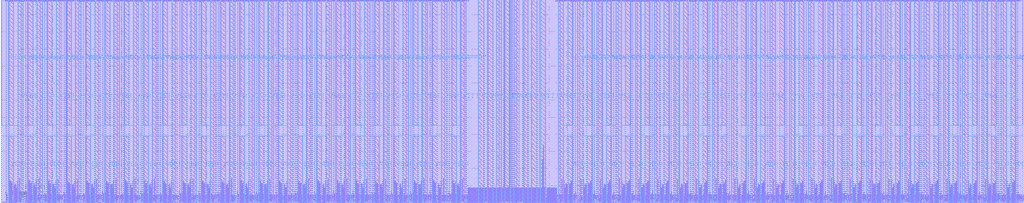
<source format=lef>
VERSION 5.7 ;
NAMESCASESENSITIVE ON ;
BUSBITCHARS "[]" ;
DIVIDERCHAR "/" ;

PROPERTYDEFINITIONS
END PROPERTYDEFINITIONS


MACRO RM_IHPSG13_1P_256x48_c2_bm_bist
    CLASS BLOCK ;
    SIZE 596.48 BY 118.78 ;
    SYMMETRY X Y R90 ;
    PIN A_DIN[24]
        DIRECTION INPUT ; 
        USE SIGNAL ; 
        ANTENNAPARTIALMETALAREA 1.794 LAYER Metal2 ;
        ANTENNAGATEAREA 0.20085 LAYER Metal2 ;
        ANTENNAMAXAREACAR 9.83819 LAYER Metal2 ;
        PORT
            LAYER Metal2 ;
              RECT  334.41 0 334.67 0.26 ;
        END
    END A_DIN[24]
    PIN A_DIN[23]
        DIRECTION INPUT ; 
        USE SIGNAL ; 
        ANTENNAPARTIALMETALAREA 1.794 LAYER Metal2 ;
        ANTENNAGATEAREA 0.20085 LAYER Metal2 ;
        ANTENNAMAXAREACAR 9.83819 LAYER Metal2 ;
        PORT
            LAYER Metal2 ;
              RECT  261.81 0 262.07 0.26 ;
        END
    END A_DIN[23]
    PIN A_BIST_DIN[24]
        DIRECTION INPUT ; 
        USE SIGNAL ; 
        ANTENNAPARTIALMETALAREA 1.6263 LAYER Metal2 ;
        ANTENNAGATEAREA 0.20085 LAYER Metal2 ;
        ANTENNAMAXAREACAR 9.36594 LAYER Metal2 ;
        PORT
            LAYER Metal2 ;
              RECT  333.555 0 333.815 0.26 ;
        END
    END A_BIST_DIN[24]
    PIN A_BIST_DIN[23]
        DIRECTION INPUT ; 
        USE SIGNAL ; 
        ANTENNAPARTIALMETALAREA 1.6263 LAYER Metal2 ;
        ANTENNAGATEAREA 0.20085 LAYER Metal2 ;
        ANTENNAMAXAREACAR 9.36594 LAYER Metal2 ;
        PORT
            LAYER Metal2 ;
              RECT  262.665 0 262.925 0.26 ;
        END
    END A_BIST_DIN[23]
    PIN A_BM[24]
        DIRECTION INPUT ; 
        USE SIGNAL ; 
        ANTENNAPARTIALMETALAREA 0.7215 LAYER Metal2 ;
        ANTENNAGATEAREA 0.20085 LAYER Metal2 ;
        ANTENNAMAXAREACAR 4.49838 LAYER Metal2 ;
        PORT
            LAYER Metal2 ;
              RECT  326.57 0 326.83 0.26 ;
        END
    END A_BM[24]
    PIN A_BM[23]
        DIRECTION INPUT ; 
        USE SIGNAL ; 
        ANTENNAPARTIALMETALAREA 0.7215 LAYER Metal2 ;
        ANTENNAGATEAREA 0.20085 LAYER Metal2 ;
        ANTENNAMAXAREACAR 4.49838 LAYER Metal2 ;
        PORT
            LAYER Metal2 ;
              RECT  269.65 0 269.91 0.26 ;
        END
    END A_BM[23]
    PIN A_BIST_BM[24]
        DIRECTION INPUT ; 
        USE SIGNAL ; 
        ANTENNAPARTIALMETALAREA 0.7605 LAYER Metal2 ;
        ANTENNAGATEAREA 0.20085 LAYER Metal2 ;
        ANTENNAMAXAREACAR 5.05527 LAYER Metal2 ;
        PORT
            LAYER Metal2 ;
              RECT  327.945 0 328.205 0.26 ;
        END
    END A_BIST_BM[24]
    PIN A_BIST_BM[23]
        DIRECTION INPUT ; 
        USE SIGNAL ; 
        ANTENNAPARTIALMETALAREA 0.7605 LAYER Metal2 ;
        ANTENNAGATEAREA 0.20085 LAYER Metal2 ;
        ANTENNAMAXAREACAR 5.05527 LAYER Metal2 ;
        PORT
            LAYER Metal2 ;
              RECT  268.275 0 268.535 0.26 ;
        END
    END A_BIST_BM[23]
    PIN A_DOUT[24]
        DIRECTION OUTPUT ; 
        USE SIGNAL ; 
        ANTENNAPARTIALMETALAREA 3.7095 LAYER Metal2 ;
        ANTENNADIFFAREA 0.988 LAYER Metal2 ;
        PORT
            LAYER Metal2 ;
              RECT  327.08 0 327.34 0.26 ;
        END
    END A_DOUT[24]
    PIN A_DOUT[23]
        DIRECTION OUTPUT ; 
        USE SIGNAL ; 
        ANTENNAPARTIALMETALAREA 3.7095 LAYER Metal2 ;
        ANTENNADIFFAREA 0.988 LAYER Metal2 ;
        PORT
            LAYER Metal2 ;
              RECT  269.14 0 269.4 0.26 ;
        END
    END A_DOUT[23]
    PIN VSS!
        DIRECTION INOUT ; 
        USE GROUND ; 
        PORT
            LAYER Metal4 ;
              RECT  583.79 0 586.6 118.78 ;
        END
        PORT
            LAYER Metal4 ;
              RECT  572.55 0 575.36 118.78 ;
        END
        PORT
            LAYER Metal4 ;
              RECT  561.31 0 564.12 118.78 ;
        END
        PORT
            LAYER Metal4 ;
              RECT  550.07 0 552.88 118.78 ;
        END
        PORT
            LAYER Metal4 ;
              RECT  538.83 0 541.64 118.78 ;
        END
        PORT
            LAYER Metal4 ;
              RECT  527.59 0 530.4 118.78 ;
        END
        PORT
            LAYER Metal4 ;
              RECT  516.35 0 519.16 118.78 ;
        END
        PORT
            LAYER Metal4 ;
              RECT  505.11 0 507.92 118.78 ;
        END
        PORT
            LAYER Metal4 ;
              RECT  493.87 0 496.68 118.78 ;
        END
        PORT
            LAYER Metal4 ;
              RECT  482.63 0 485.44 118.78 ;
        END
        PORT
            LAYER Metal4 ;
              RECT  471.39 0 474.2 118.78 ;
        END
        PORT
            LAYER Metal4 ;
              RECT  460.15 0 462.96 118.78 ;
        END
        PORT
            LAYER Metal4 ;
              RECT  448.91 0 451.72 118.78 ;
        END
        PORT
            LAYER Metal4 ;
              RECT  437.67 0 440.48 118.78 ;
        END
        PORT
            LAYER Metal4 ;
              RECT  426.43 0 429.24 118.78 ;
        END
        PORT
            LAYER Metal4 ;
              RECT  415.19 0 418 118.78 ;
        END
        PORT
            LAYER Metal4 ;
              RECT  403.95 0 406.76 118.78 ;
        END
        PORT
            LAYER Metal4 ;
              RECT  392.71 0 395.52 118.78 ;
        END
        PORT
            LAYER Metal4 ;
              RECT  381.47 0 384.28 118.78 ;
        END
        PORT
            LAYER Metal4 ;
              RECT  370.23 0 373.04 118.78 ;
        END
        PORT
            LAYER Metal4 ;
              RECT  358.99 0 361.8 118.78 ;
        END
        PORT
            LAYER Metal4 ;
              RECT  347.75 0 350.56 118.78 ;
        END
        PORT
            LAYER Metal4 ;
              RECT  336.51 0 339.32 118.78 ;
        END
        PORT
            LAYER Metal4 ;
              RECT  325.27 0 328.08 118.78 ;
        END
        PORT
            LAYER Metal4 ;
              RECT  314.86 0 317.67 118.78 ;
        END
        PORT
            LAYER Metal4 ;
              RECT  304.56 0 307.37 118.78 ;
        END
        PORT
            LAYER Metal4 ;
              RECT  289.11 0 291.92 118.78 ;
        END
        PORT
            LAYER Metal4 ;
              RECT  278.81 0 281.62 118.78 ;
        END
        PORT
            LAYER Metal4 ;
              RECT  268.4 0 271.21 118.78 ;
        END
        PORT
            LAYER Metal4 ;
              RECT  257.16 0 259.97 118.78 ;
        END
        PORT
            LAYER Metal4 ;
              RECT  245.92 0 248.73 118.78 ;
        END
        PORT
            LAYER Metal4 ;
              RECT  234.68 0 237.49 118.78 ;
        END
        PORT
            LAYER Metal4 ;
              RECT  223.44 0 226.25 118.78 ;
        END
        PORT
            LAYER Metal4 ;
              RECT  212.2 0 215.01 118.78 ;
        END
        PORT
            LAYER Metal4 ;
              RECT  200.96 0 203.77 118.78 ;
        END
        PORT
            LAYER Metal4 ;
              RECT  189.72 0 192.53 118.78 ;
        END
        PORT
            LAYER Metal4 ;
              RECT  178.48 0 181.29 118.78 ;
        END
        PORT
            LAYER Metal4 ;
              RECT  167.24 0 170.05 118.78 ;
        END
        PORT
            LAYER Metal4 ;
              RECT  156 0 158.81 118.78 ;
        END
        PORT
            LAYER Metal4 ;
              RECT  144.76 0 147.57 118.78 ;
        END
        PORT
            LAYER Metal4 ;
              RECT  133.52 0 136.33 118.78 ;
        END
        PORT
            LAYER Metal4 ;
              RECT  122.28 0 125.09 118.78 ;
        END
        PORT
            LAYER Metal4 ;
              RECT  111.04 0 113.85 118.78 ;
        END
        PORT
            LAYER Metal4 ;
              RECT  99.8 0 102.61 118.78 ;
        END
        PORT
            LAYER Metal4 ;
              RECT  88.56 0 91.37 118.78 ;
        END
        PORT
            LAYER Metal4 ;
              RECT  77.32 0 80.13 118.78 ;
        END
        PORT
            LAYER Metal4 ;
              RECT  66.08 0 68.89 118.78 ;
        END
        PORT
            LAYER Metal4 ;
              RECT  54.84 0 57.65 118.78 ;
        END
        PORT
            LAYER Metal4 ;
              RECT  43.6 0 46.41 118.78 ;
        END
        PORT
            LAYER Metal4 ;
              RECT  32.36 0 35.17 118.78 ;
        END
        PORT
            LAYER Metal4 ;
              RECT  21.12 0 23.93 118.78 ;
        END
        PORT
            LAYER Metal4 ;
              RECT  9.88 0 12.69 118.78 ;
        END
    END VSS!
    PIN VDD!
        DIRECTION INOUT ; 
        USE POWER ; 
        PORT
            LAYER Metal4 ;
              RECT  589.41 0 592.22 38.825 ;
        END
        PORT
            LAYER Metal4 ;
              RECT  578.17 0 580.98 38.825 ;
        END
        PORT
            LAYER Metal4 ;
              RECT  566.93 0 569.74 38.825 ;
        END
        PORT
            LAYER Metal4 ;
              RECT  555.69 0 558.5 38.825 ;
        END
        PORT
            LAYER Metal4 ;
              RECT  544.45 0 547.26 38.825 ;
        END
        PORT
            LAYER Metal4 ;
              RECT  533.21 0 536.02 38.825 ;
        END
        PORT
            LAYER Metal4 ;
              RECT  521.97 0 524.78 38.825 ;
        END
        PORT
            LAYER Metal4 ;
              RECT  510.73 0 513.54 38.825 ;
        END
        PORT
            LAYER Metal4 ;
              RECT  499.49 0 502.3 38.825 ;
        END
        PORT
            LAYER Metal4 ;
              RECT  488.25 0 491.06 38.825 ;
        END
        PORT
            LAYER Metal4 ;
              RECT  477.01 0 479.82 38.825 ;
        END
        PORT
            LAYER Metal4 ;
              RECT  465.77 0 468.58 38.825 ;
        END
        PORT
            LAYER Metal4 ;
              RECT  454.53 0 457.34 38.825 ;
        END
        PORT
            LAYER Metal4 ;
              RECT  443.29 0 446.1 38.825 ;
        END
        PORT
            LAYER Metal4 ;
              RECT  432.05 0 434.86 38.825 ;
        END
        PORT
            LAYER Metal4 ;
              RECT  420.81 0 423.62 38.825 ;
        END
        PORT
            LAYER Metal4 ;
              RECT  409.57 0 412.38 38.825 ;
        END
        PORT
            LAYER Metal4 ;
              RECT  398.33 0 401.14 38.825 ;
        END
        PORT
            LAYER Metal4 ;
              RECT  387.09 0 389.9 38.825 ;
        END
        PORT
            LAYER Metal4 ;
              RECT  375.85 0 378.66 38.825 ;
        END
        PORT
            LAYER Metal4 ;
              RECT  364.61 0 367.42 38.825 ;
        END
        PORT
            LAYER Metal4 ;
              RECT  353.37 0 356.18 38.825 ;
        END
        PORT
            LAYER Metal4 ;
              RECT  342.13 0 344.94 38.825 ;
        END
        PORT
            LAYER Metal4 ;
              RECT  330.89 0 333.7 38.825 ;
        END
        PORT
            LAYER Metal4 ;
              RECT  309.71 0 312.52 118.78 ;
        END
        PORT
            LAYER Metal4 ;
              RECT  299.41 0 302.22 118.78 ;
        END
        PORT
            LAYER Metal4 ;
              RECT  294.26 0 297.07 118.78 ;
        END
        PORT
            LAYER Metal4 ;
              RECT  283.96 0 286.77 118.78 ;
        END
        PORT
            LAYER Metal4 ;
              RECT  262.78 0 265.59 38.825 ;
        END
        PORT
            LAYER Metal4 ;
              RECT  251.54 0 254.35 38.825 ;
        END
        PORT
            LAYER Metal4 ;
              RECT  240.3 0 243.11 38.825 ;
        END
        PORT
            LAYER Metal4 ;
              RECT  229.06 0 231.87 38.825 ;
        END
        PORT
            LAYER Metal4 ;
              RECT  217.82 0 220.63 38.825 ;
        END
        PORT
            LAYER Metal4 ;
              RECT  206.58 0 209.39 38.825 ;
        END
        PORT
            LAYER Metal4 ;
              RECT  195.34 0 198.15 38.825 ;
        END
        PORT
            LAYER Metal4 ;
              RECT  184.1 0 186.91 38.825 ;
        END
        PORT
            LAYER Metal4 ;
              RECT  172.86 0 175.67 38.825 ;
        END
        PORT
            LAYER Metal4 ;
              RECT  161.62 0 164.43 38.825 ;
        END
        PORT
            LAYER Metal4 ;
              RECT  150.38 0 153.19 38.825 ;
        END
        PORT
            LAYER Metal4 ;
              RECT  139.14 0 141.95 38.825 ;
        END
        PORT
            LAYER Metal4 ;
              RECT  127.9 0 130.71 38.825 ;
        END
        PORT
            LAYER Metal4 ;
              RECT  116.66 0 119.47 38.825 ;
        END
        PORT
            LAYER Metal4 ;
              RECT  105.42 0 108.23 38.825 ;
        END
        PORT
            LAYER Metal4 ;
              RECT  94.18 0 96.99 38.825 ;
        END
        PORT
            LAYER Metal4 ;
              RECT  82.94 0 85.75 38.825 ;
        END
        PORT
            LAYER Metal4 ;
              RECT  71.7 0 74.51 38.825 ;
        END
        PORT
            LAYER Metal4 ;
              RECT  60.46 0 63.27 38.825 ;
        END
        PORT
            LAYER Metal4 ;
              RECT  49.22 0 52.03 38.825 ;
        END
        PORT
            LAYER Metal4 ;
              RECT  37.98 0 40.79 38.825 ;
        END
        PORT
            LAYER Metal4 ;
              RECT  26.74 0 29.55 38.825 ;
        END
        PORT
            LAYER Metal4 ;
              RECT  15.5 0 18.31 38.825 ;
        END
        PORT
            LAYER Metal4 ;
              RECT  4.26 0 7.07 38.825 ;
        END
    END VDD!
    PIN VDDARRAY!
        DIRECTION INOUT ; 
        USE POWER ; 
        PORT
            LAYER Metal4 ;
              RECT  589.41 45.465 592.22 118.78 ;
        END
        PORT
            LAYER Metal4 ;
              RECT  578.17 45.465 580.98 118.78 ;
        END
        PORT
            LAYER Metal4 ;
              RECT  566.93 45.465 569.74 118.78 ;
        END
        PORT
            LAYER Metal4 ;
              RECT  555.69 45.465 558.5 118.78 ;
        END
        PORT
            LAYER Metal4 ;
              RECT  544.45 45.465 547.26 118.78 ;
        END
        PORT
            LAYER Metal4 ;
              RECT  533.21 45.465 536.02 118.78 ;
        END
        PORT
            LAYER Metal4 ;
              RECT  521.97 45.465 524.78 118.78 ;
        END
        PORT
            LAYER Metal4 ;
              RECT  510.73 45.465 513.54 118.78 ;
        END
        PORT
            LAYER Metal4 ;
              RECT  499.49 45.465 502.3 118.78 ;
        END
        PORT
            LAYER Metal4 ;
              RECT  488.25 45.465 491.06 118.78 ;
        END
        PORT
            LAYER Metal4 ;
              RECT  477.01 45.465 479.82 118.78 ;
        END
        PORT
            LAYER Metal4 ;
              RECT  465.77 45.465 468.58 118.78 ;
        END
        PORT
            LAYER Metal4 ;
              RECT  454.53 45.465 457.34 118.78 ;
        END
        PORT
            LAYER Metal4 ;
              RECT  443.29 45.465 446.1 118.78 ;
        END
        PORT
            LAYER Metal4 ;
              RECT  432.05 45.465 434.86 118.78 ;
        END
        PORT
            LAYER Metal4 ;
              RECT  420.81 45.465 423.62 118.78 ;
        END
        PORT
            LAYER Metal4 ;
              RECT  409.57 45.465 412.38 118.78 ;
        END
        PORT
            LAYER Metal4 ;
              RECT  398.33 45.465 401.14 118.78 ;
        END
        PORT
            LAYER Metal4 ;
              RECT  387.09 45.465 389.9 118.78 ;
        END
        PORT
            LAYER Metal4 ;
              RECT  375.85 45.465 378.66 118.78 ;
        END
        PORT
            LAYER Metal4 ;
              RECT  364.61 45.465 367.42 118.78 ;
        END
        PORT
            LAYER Metal4 ;
              RECT  353.37 45.465 356.18 118.78 ;
        END
        PORT
            LAYER Metal4 ;
              RECT  342.13 45.465 344.94 118.78 ;
        END
        PORT
            LAYER Metal4 ;
              RECT  330.89 45.465 333.7 118.78 ;
        END
        PORT
            LAYER Metal4 ;
              RECT  262.78 45.465 265.59 118.78 ;
        END
        PORT
            LAYER Metal4 ;
              RECT  251.54 45.465 254.35 118.78 ;
        END
        PORT
            LAYER Metal4 ;
              RECT  240.3 45.465 243.11 118.78 ;
        END
        PORT
            LAYER Metal4 ;
              RECT  229.06 45.465 231.87 118.78 ;
        END
        PORT
            LAYER Metal4 ;
              RECT  217.82 45.465 220.63 118.78 ;
        END
        PORT
            LAYER Metal4 ;
              RECT  206.58 45.465 209.39 118.78 ;
        END
        PORT
            LAYER Metal4 ;
              RECT  195.34 45.465 198.15 118.78 ;
        END
        PORT
            LAYER Metal4 ;
              RECT  184.1 45.465 186.91 118.78 ;
        END
        PORT
            LAYER Metal4 ;
              RECT  172.86 45.465 175.67 118.78 ;
        END
        PORT
            LAYER Metal4 ;
              RECT  161.62 45.465 164.43 118.78 ;
        END
        PORT
            LAYER Metal4 ;
              RECT  150.38 45.465 153.19 118.78 ;
        END
        PORT
            LAYER Metal4 ;
              RECT  139.14 45.465 141.95 118.78 ;
        END
        PORT
            LAYER Metal4 ;
              RECT  127.9 45.465 130.71 118.78 ;
        END
        PORT
            LAYER Metal4 ;
              RECT  116.66 45.465 119.47 118.78 ;
        END
        PORT
            LAYER Metal4 ;
              RECT  105.42 45.465 108.23 118.78 ;
        END
        PORT
            LAYER Metal4 ;
              RECT  94.18 45.465 96.99 118.78 ;
        END
        PORT
            LAYER Metal4 ;
              RECT  82.94 45.465 85.75 118.78 ;
        END
        PORT
            LAYER Metal4 ;
              RECT  71.7 45.465 74.51 118.78 ;
        END
        PORT
            LAYER Metal4 ;
              RECT  60.46 45.465 63.27 118.78 ;
        END
        PORT
            LAYER Metal4 ;
              RECT  49.22 45.465 52.03 118.78 ;
        END
        PORT
            LAYER Metal4 ;
              RECT  37.98 45.465 40.79 118.78 ;
        END
        PORT
            LAYER Metal4 ;
              RECT  26.74 45.465 29.55 118.78 ;
        END
        PORT
            LAYER Metal4 ;
              RECT  15.5 45.465 18.31 118.78 ;
        END
        PORT
            LAYER Metal4 ;
              RECT  4.26 45.465 7.07 118.78 ;
        END
    END VDDARRAY!
    PIN A_DIN[25]
        DIRECTION INPUT ; 
        USE SIGNAL ; 
        ANTENNAPARTIALMETALAREA 1.794 LAYER Metal2 ;
        ANTENNAGATEAREA 0.20085 LAYER Metal2 ;
        ANTENNAMAXAREACAR 9.83819 LAYER Metal2 ;
        PORT
            LAYER Metal2 ;
              RECT  345.65 0 345.91 0.26 ;
        END
    END A_DIN[25]
    PIN A_DIN[22]
        DIRECTION INPUT ; 
        USE SIGNAL ; 
        ANTENNAPARTIALMETALAREA 1.794 LAYER Metal2 ;
        ANTENNAGATEAREA 0.20085 LAYER Metal2 ;
        ANTENNAMAXAREACAR 9.83819 LAYER Metal2 ;
        PORT
            LAYER Metal2 ;
              RECT  250.57 0 250.83 0.26 ;
        END
    END A_DIN[22]
    PIN A_BIST_DIN[25]
        DIRECTION INPUT ; 
        USE SIGNAL ; 
        ANTENNAPARTIALMETALAREA 1.6263 LAYER Metal2 ;
        ANTENNAGATEAREA 0.20085 LAYER Metal2 ;
        ANTENNAMAXAREACAR 9.36594 LAYER Metal2 ;
        PORT
            LAYER Metal2 ;
              RECT  344.795 0 345.055 0.26 ;
        END
    END A_BIST_DIN[25]
    PIN A_BIST_DIN[22]
        DIRECTION INPUT ; 
        USE SIGNAL ; 
        ANTENNAPARTIALMETALAREA 1.6263 LAYER Metal2 ;
        ANTENNAGATEAREA 0.20085 LAYER Metal2 ;
        ANTENNAMAXAREACAR 9.36594 LAYER Metal2 ;
        PORT
            LAYER Metal2 ;
              RECT  251.425 0 251.685 0.26 ;
        END
    END A_BIST_DIN[22]
    PIN A_BM[25]
        DIRECTION INPUT ; 
        USE SIGNAL ; 
        ANTENNAPARTIALMETALAREA 0.7215 LAYER Metal2 ;
        ANTENNAGATEAREA 0.20085 LAYER Metal2 ;
        ANTENNAMAXAREACAR 4.49838 LAYER Metal2 ;
        PORT
            LAYER Metal2 ;
              RECT  337.81 0 338.07 0.26 ;
        END
    END A_BM[25]
    PIN A_BM[22]
        DIRECTION INPUT ; 
        USE SIGNAL ; 
        ANTENNAPARTIALMETALAREA 0.7215 LAYER Metal2 ;
        ANTENNAGATEAREA 0.20085 LAYER Metal2 ;
        ANTENNAMAXAREACAR 4.49838 LAYER Metal2 ;
        PORT
            LAYER Metal2 ;
              RECT  258.41 0 258.67 0.26 ;
        END
    END A_BM[22]
    PIN A_BIST_BM[25]
        DIRECTION INPUT ; 
        USE SIGNAL ; 
        ANTENNAPARTIALMETALAREA 0.7605 LAYER Metal2 ;
        ANTENNAGATEAREA 0.20085 LAYER Metal2 ;
        ANTENNAMAXAREACAR 5.05527 LAYER Metal2 ;
        PORT
            LAYER Metal2 ;
              RECT  339.185 0 339.445 0.26 ;
        END
    END A_BIST_BM[25]
    PIN A_BIST_BM[22]
        DIRECTION INPUT ; 
        USE SIGNAL ; 
        ANTENNAPARTIALMETALAREA 0.7605 LAYER Metal2 ;
        ANTENNAGATEAREA 0.20085 LAYER Metal2 ;
        ANTENNAMAXAREACAR 5.05527 LAYER Metal2 ;
        PORT
            LAYER Metal2 ;
              RECT  257.035 0 257.295 0.26 ;
        END
    END A_BIST_BM[22]
    PIN A_DOUT[25]
        DIRECTION OUTPUT ; 
        USE SIGNAL ; 
        ANTENNAPARTIALMETALAREA 3.7095 LAYER Metal2 ;
        ANTENNADIFFAREA 0.988 LAYER Metal2 ;
        PORT
            LAYER Metal2 ;
              RECT  338.32 0 338.58 0.26 ;
        END
    END A_DOUT[25]
    PIN A_DOUT[22]
        DIRECTION OUTPUT ; 
        USE SIGNAL ; 
        ANTENNAPARTIALMETALAREA 3.7095 LAYER Metal2 ;
        ANTENNADIFFAREA 0.988 LAYER Metal2 ;
        PORT
            LAYER Metal2 ;
              RECT  257.9 0 258.16 0.26 ;
        END
    END A_DOUT[22]
    PIN A_DIN[26]
        DIRECTION INPUT ; 
        USE SIGNAL ; 
        ANTENNAPARTIALMETALAREA 1.794 LAYER Metal2 ;
        ANTENNAGATEAREA 0.20085 LAYER Metal2 ;
        ANTENNAMAXAREACAR 9.83819 LAYER Metal2 ;
        PORT
            LAYER Metal2 ;
              RECT  356.89 0 357.15 0.26 ;
        END
    END A_DIN[26]
    PIN A_DIN[21]
        DIRECTION INPUT ; 
        USE SIGNAL ; 
        ANTENNAPARTIALMETALAREA 1.794 LAYER Metal2 ;
        ANTENNAGATEAREA 0.20085 LAYER Metal2 ;
        ANTENNAMAXAREACAR 9.83819 LAYER Metal2 ;
        PORT
            LAYER Metal2 ;
              RECT  239.33 0 239.59 0.26 ;
        END
    END A_DIN[21]
    PIN A_BIST_DIN[26]
        DIRECTION INPUT ; 
        USE SIGNAL ; 
        ANTENNAPARTIALMETALAREA 1.6263 LAYER Metal2 ;
        ANTENNAGATEAREA 0.20085 LAYER Metal2 ;
        ANTENNAMAXAREACAR 9.36594 LAYER Metal2 ;
        PORT
            LAYER Metal2 ;
              RECT  356.035 0 356.295 0.26 ;
        END
    END A_BIST_DIN[26]
    PIN A_BIST_DIN[21]
        DIRECTION INPUT ; 
        USE SIGNAL ; 
        ANTENNAPARTIALMETALAREA 1.6263 LAYER Metal2 ;
        ANTENNAGATEAREA 0.20085 LAYER Metal2 ;
        ANTENNAMAXAREACAR 9.36594 LAYER Metal2 ;
        PORT
            LAYER Metal2 ;
              RECT  240.185 0 240.445 0.26 ;
        END
    END A_BIST_DIN[21]
    PIN A_BM[26]
        DIRECTION INPUT ; 
        USE SIGNAL ; 
        ANTENNAPARTIALMETALAREA 0.7215 LAYER Metal2 ;
        ANTENNAGATEAREA 0.20085 LAYER Metal2 ;
        ANTENNAMAXAREACAR 4.49838 LAYER Metal2 ;
        PORT
            LAYER Metal2 ;
              RECT  349.05 0 349.31 0.26 ;
        END
    END A_BM[26]
    PIN A_BM[21]
        DIRECTION INPUT ; 
        USE SIGNAL ; 
        ANTENNAPARTIALMETALAREA 0.7215 LAYER Metal2 ;
        ANTENNAGATEAREA 0.20085 LAYER Metal2 ;
        ANTENNAMAXAREACAR 4.49838 LAYER Metal2 ;
        PORT
            LAYER Metal2 ;
              RECT  247.17 0 247.43 0.26 ;
        END
    END A_BM[21]
    PIN A_BIST_BM[26]
        DIRECTION INPUT ; 
        USE SIGNAL ; 
        ANTENNAPARTIALMETALAREA 0.7605 LAYER Metal2 ;
        ANTENNAGATEAREA 0.20085 LAYER Metal2 ;
        ANTENNAMAXAREACAR 5.05527 LAYER Metal2 ;
        PORT
            LAYER Metal2 ;
              RECT  350.425 0 350.685 0.26 ;
        END
    END A_BIST_BM[26]
    PIN A_BIST_BM[21]
        DIRECTION INPUT ; 
        USE SIGNAL ; 
        ANTENNAPARTIALMETALAREA 0.7605 LAYER Metal2 ;
        ANTENNAGATEAREA 0.20085 LAYER Metal2 ;
        ANTENNAMAXAREACAR 5.05527 LAYER Metal2 ;
        PORT
            LAYER Metal2 ;
              RECT  245.795 0 246.055 0.26 ;
        END
    END A_BIST_BM[21]
    PIN A_DOUT[26]
        DIRECTION OUTPUT ; 
        USE SIGNAL ; 
        ANTENNAPARTIALMETALAREA 3.7095 LAYER Metal2 ;
        ANTENNADIFFAREA 0.988 LAYER Metal2 ;
        PORT
            LAYER Metal2 ;
              RECT  349.56 0 349.82 0.26 ;
        END
    END A_DOUT[26]
    PIN A_DOUT[21]
        DIRECTION OUTPUT ; 
        USE SIGNAL ; 
        ANTENNAPARTIALMETALAREA 3.7095 LAYER Metal2 ;
        ANTENNADIFFAREA 0.988 LAYER Metal2 ;
        PORT
            LAYER Metal2 ;
              RECT  246.66 0 246.92 0.26 ;
        END
    END A_DOUT[21]
    PIN A_DIN[27]
        DIRECTION INPUT ; 
        USE SIGNAL ; 
        ANTENNAPARTIALMETALAREA 1.794 LAYER Metal2 ;
        ANTENNAGATEAREA 0.20085 LAYER Metal2 ;
        ANTENNAMAXAREACAR 9.83819 LAYER Metal2 ;
        PORT
            LAYER Metal2 ;
              RECT  368.13 0 368.39 0.26 ;
        END
    END A_DIN[27]
    PIN A_DIN[20]
        DIRECTION INPUT ; 
        USE SIGNAL ; 
        ANTENNAPARTIALMETALAREA 1.794 LAYER Metal2 ;
        ANTENNAGATEAREA 0.20085 LAYER Metal2 ;
        ANTENNAMAXAREACAR 9.83819 LAYER Metal2 ;
        PORT
            LAYER Metal2 ;
              RECT  228.09 0 228.35 0.26 ;
        END
    END A_DIN[20]
    PIN A_BIST_DIN[27]
        DIRECTION INPUT ; 
        USE SIGNAL ; 
        ANTENNAPARTIALMETALAREA 1.6263 LAYER Metal2 ;
        ANTENNAGATEAREA 0.20085 LAYER Metal2 ;
        ANTENNAMAXAREACAR 9.36594 LAYER Metal2 ;
        PORT
            LAYER Metal2 ;
              RECT  367.275 0 367.535 0.26 ;
        END
    END A_BIST_DIN[27]
    PIN A_BIST_DIN[20]
        DIRECTION INPUT ; 
        USE SIGNAL ; 
        ANTENNAPARTIALMETALAREA 1.6263 LAYER Metal2 ;
        ANTENNAGATEAREA 0.20085 LAYER Metal2 ;
        ANTENNAMAXAREACAR 9.36594 LAYER Metal2 ;
        PORT
            LAYER Metal2 ;
              RECT  228.945 0 229.205 0.26 ;
        END
    END A_BIST_DIN[20]
    PIN A_BM[27]
        DIRECTION INPUT ; 
        USE SIGNAL ; 
        ANTENNAPARTIALMETALAREA 0.7215 LAYER Metal2 ;
        ANTENNAGATEAREA 0.20085 LAYER Metal2 ;
        ANTENNAMAXAREACAR 4.49838 LAYER Metal2 ;
        PORT
            LAYER Metal2 ;
              RECT  360.29 0 360.55 0.26 ;
        END
    END A_BM[27]
    PIN A_BM[20]
        DIRECTION INPUT ; 
        USE SIGNAL ; 
        ANTENNAPARTIALMETALAREA 0.7215 LAYER Metal2 ;
        ANTENNAGATEAREA 0.20085 LAYER Metal2 ;
        ANTENNAMAXAREACAR 4.49838 LAYER Metal2 ;
        PORT
            LAYER Metal2 ;
              RECT  235.93 0 236.19 0.26 ;
        END
    END A_BM[20]
    PIN A_BIST_BM[27]
        DIRECTION INPUT ; 
        USE SIGNAL ; 
        ANTENNAPARTIALMETALAREA 0.7605 LAYER Metal2 ;
        ANTENNAGATEAREA 0.20085 LAYER Metal2 ;
        ANTENNAMAXAREACAR 5.05527 LAYER Metal2 ;
        PORT
            LAYER Metal2 ;
              RECT  361.665 0 361.925 0.26 ;
        END
    END A_BIST_BM[27]
    PIN A_BIST_BM[20]
        DIRECTION INPUT ; 
        USE SIGNAL ; 
        ANTENNAPARTIALMETALAREA 0.7605 LAYER Metal2 ;
        ANTENNAGATEAREA 0.20085 LAYER Metal2 ;
        ANTENNAMAXAREACAR 5.05527 LAYER Metal2 ;
        PORT
            LAYER Metal2 ;
              RECT  234.555 0 234.815 0.26 ;
        END
    END A_BIST_BM[20]
    PIN A_DOUT[27]
        DIRECTION OUTPUT ; 
        USE SIGNAL ; 
        ANTENNAPARTIALMETALAREA 3.7095 LAYER Metal2 ;
        ANTENNADIFFAREA 0.988 LAYER Metal2 ;
        PORT
            LAYER Metal2 ;
              RECT  360.8 0 361.06 0.26 ;
        END
    END A_DOUT[27]
    PIN A_DOUT[20]
        DIRECTION OUTPUT ; 
        USE SIGNAL ; 
        ANTENNAPARTIALMETALAREA 3.7095 LAYER Metal2 ;
        ANTENNADIFFAREA 0.988 LAYER Metal2 ;
        PORT
            LAYER Metal2 ;
              RECT  235.42 0 235.68 0.26 ;
        END
    END A_DOUT[20]
    PIN A_DIN[28]
        DIRECTION INPUT ; 
        USE SIGNAL ; 
        ANTENNAPARTIALMETALAREA 1.794 LAYER Metal2 ;
        ANTENNAGATEAREA 0.20085 LAYER Metal2 ;
        ANTENNAMAXAREACAR 9.83819 LAYER Metal2 ;
        PORT
            LAYER Metal2 ;
              RECT  379.37 0 379.63 0.26 ;
        END
    END A_DIN[28]
    PIN A_DIN[19]
        DIRECTION INPUT ; 
        USE SIGNAL ; 
        ANTENNAPARTIALMETALAREA 1.794 LAYER Metal2 ;
        ANTENNAGATEAREA 0.20085 LAYER Metal2 ;
        ANTENNAMAXAREACAR 9.83819 LAYER Metal2 ;
        PORT
            LAYER Metal2 ;
              RECT  216.85 0 217.11 0.26 ;
        END
    END A_DIN[19]
    PIN A_BIST_DIN[28]
        DIRECTION INPUT ; 
        USE SIGNAL ; 
        ANTENNAPARTIALMETALAREA 1.6263 LAYER Metal2 ;
        ANTENNAGATEAREA 0.20085 LAYER Metal2 ;
        ANTENNAMAXAREACAR 9.36594 LAYER Metal2 ;
        PORT
            LAYER Metal2 ;
              RECT  378.515 0 378.775 0.26 ;
        END
    END A_BIST_DIN[28]
    PIN A_BIST_DIN[19]
        DIRECTION INPUT ; 
        USE SIGNAL ; 
        ANTENNAPARTIALMETALAREA 1.6263 LAYER Metal2 ;
        ANTENNAGATEAREA 0.20085 LAYER Metal2 ;
        ANTENNAMAXAREACAR 9.36594 LAYER Metal2 ;
        PORT
            LAYER Metal2 ;
              RECT  217.705 0 217.965 0.26 ;
        END
    END A_BIST_DIN[19]
    PIN A_BM[28]
        DIRECTION INPUT ; 
        USE SIGNAL ; 
        ANTENNAPARTIALMETALAREA 0.7215 LAYER Metal2 ;
        ANTENNAGATEAREA 0.20085 LAYER Metal2 ;
        ANTENNAMAXAREACAR 4.49838 LAYER Metal2 ;
        PORT
            LAYER Metal2 ;
              RECT  371.53 0 371.79 0.26 ;
        END
    END A_BM[28]
    PIN A_BM[19]
        DIRECTION INPUT ; 
        USE SIGNAL ; 
        ANTENNAPARTIALMETALAREA 0.7215 LAYER Metal2 ;
        ANTENNAGATEAREA 0.20085 LAYER Metal2 ;
        ANTENNAMAXAREACAR 4.49838 LAYER Metal2 ;
        PORT
            LAYER Metal2 ;
              RECT  224.69 0 224.95 0.26 ;
        END
    END A_BM[19]
    PIN A_BIST_BM[28]
        DIRECTION INPUT ; 
        USE SIGNAL ; 
        ANTENNAPARTIALMETALAREA 0.7605 LAYER Metal2 ;
        ANTENNAGATEAREA 0.20085 LAYER Metal2 ;
        ANTENNAMAXAREACAR 5.05527 LAYER Metal2 ;
        PORT
            LAYER Metal2 ;
              RECT  372.905 0 373.165 0.26 ;
        END
    END A_BIST_BM[28]
    PIN A_BIST_BM[19]
        DIRECTION INPUT ; 
        USE SIGNAL ; 
        ANTENNAPARTIALMETALAREA 0.7605 LAYER Metal2 ;
        ANTENNAGATEAREA 0.20085 LAYER Metal2 ;
        ANTENNAMAXAREACAR 5.05527 LAYER Metal2 ;
        PORT
            LAYER Metal2 ;
              RECT  223.315 0 223.575 0.26 ;
        END
    END A_BIST_BM[19]
    PIN A_DOUT[28]
        DIRECTION OUTPUT ; 
        USE SIGNAL ; 
        ANTENNAPARTIALMETALAREA 3.7095 LAYER Metal2 ;
        ANTENNADIFFAREA 0.988 LAYER Metal2 ;
        PORT
            LAYER Metal2 ;
              RECT  372.04 0 372.3 0.26 ;
        END
    END A_DOUT[28]
    PIN A_DOUT[19]
        DIRECTION OUTPUT ; 
        USE SIGNAL ; 
        ANTENNAPARTIALMETALAREA 3.7095 LAYER Metal2 ;
        ANTENNADIFFAREA 0.988 LAYER Metal2 ;
        PORT
            LAYER Metal2 ;
              RECT  224.18 0 224.44 0.26 ;
        END
    END A_DOUT[19]
    PIN A_DIN[29]
        DIRECTION INPUT ; 
        USE SIGNAL ; 
        ANTENNAPARTIALMETALAREA 1.794 LAYER Metal2 ;
        ANTENNAGATEAREA 0.20085 LAYER Metal2 ;
        ANTENNAMAXAREACAR 9.83819 LAYER Metal2 ;
        PORT
            LAYER Metal2 ;
              RECT  390.61 0 390.87 0.26 ;
        END
    END A_DIN[29]
    PIN A_DIN[18]
        DIRECTION INPUT ; 
        USE SIGNAL ; 
        ANTENNAPARTIALMETALAREA 1.794 LAYER Metal2 ;
        ANTENNAGATEAREA 0.20085 LAYER Metal2 ;
        ANTENNAMAXAREACAR 9.83819 LAYER Metal2 ;
        PORT
            LAYER Metal2 ;
              RECT  205.61 0 205.87 0.26 ;
        END
    END A_DIN[18]
    PIN A_BIST_DIN[29]
        DIRECTION INPUT ; 
        USE SIGNAL ; 
        ANTENNAPARTIALMETALAREA 1.6263 LAYER Metal2 ;
        ANTENNAGATEAREA 0.20085 LAYER Metal2 ;
        ANTENNAMAXAREACAR 9.36594 LAYER Metal2 ;
        PORT
            LAYER Metal2 ;
              RECT  389.755 0 390.015 0.26 ;
        END
    END A_BIST_DIN[29]
    PIN A_BIST_DIN[18]
        DIRECTION INPUT ; 
        USE SIGNAL ; 
        ANTENNAPARTIALMETALAREA 1.6263 LAYER Metal2 ;
        ANTENNAGATEAREA 0.20085 LAYER Metal2 ;
        ANTENNAMAXAREACAR 9.36594 LAYER Metal2 ;
        PORT
            LAYER Metal2 ;
              RECT  206.465 0 206.725 0.26 ;
        END
    END A_BIST_DIN[18]
    PIN A_BM[29]
        DIRECTION INPUT ; 
        USE SIGNAL ; 
        ANTENNAPARTIALMETALAREA 0.7215 LAYER Metal2 ;
        ANTENNAGATEAREA 0.20085 LAYER Metal2 ;
        ANTENNAMAXAREACAR 4.49838 LAYER Metal2 ;
        PORT
            LAYER Metal2 ;
              RECT  382.77 0 383.03 0.26 ;
        END
    END A_BM[29]
    PIN A_BM[18]
        DIRECTION INPUT ; 
        USE SIGNAL ; 
        ANTENNAPARTIALMETALAREA 0.7215 LAYER Metal2 ;
        ANTENNAGATEAREA 0.20085 LAYER Metal2 ;
        ANTENNAMAXAREACAR 4.49838 LAYER Metal2 ;
        PORT
            LAYER Metal2 ;
              RECT  213.45 0 213.71 0.26 ;
        END
    END A_BM[18]
    PIN A_BIST_BM[29]
        DIRECTION INPUT ; 
        USE SIGNAL ; 
        ANTENNAPARTIALMETALAREA 0.7605 LAYER Metal2 ;
        ANTENNAGATEAREA 0.20085 LAYER Metal2 ;
        ANTENNAMAXAREACAR 5.05527 LAYER Metal2 ;
        PORT
            LAYER Metal2 ;
              RECT  384.145 0 384.405 0.26 ;
        END
    END A_BIST_BM[29]
    PIN A_BIST_BM[18]
        DIRECTION INPUT ; 
        USE SIGNAL ; 
        ANTENNAPARTIALMETALAREA 0.7605 LAYER Metal2 ;
        ANTENNAGATEAREA 0.20085 LAYER Metal2 ;
        ANTENNAMAXAREACAR 5.05527 LAYER Metal2 ;
        PORT
            LAYER Metal2 ;
              RECT  212.075 0 212.335 0.26 ;
        END
    END A_BIST_BM[18]
    PIN A_DOUT[29]
        DIRECTION OUTPUT ; 
        USE SIGNAL ; 
        ANTENNAPARTIALMETALAREA 3.7095 LAYER Metal2 ;
        ANTENNADIFFAREA 0.988 LAYER Metal2 ;
        PORT
            LAYER Metal2 ;
              RECT  383.28 0 383.54 0.26 ;
        END
    END A_DOUT[29]
    PIN A_DOUT[18]
        DIRECTION OUTPUT ; 
        USE SIGNAL ; 
        ANTENNAPARTIALMETALAREA 3.7095 LAYER Metal2 ;
        ANTENNADIFFAREA 0.988 LAYER Metal2 ;
        PORT
            LAYER Metal2 ;
              RECT  212.94 0 213.2 0.26 ;
        END
    END A_DOUT[18]
    PIN A_DIN[30]
        DIRECTION INPUT ; 
        USE SIGNAL ; 
        ANTENNAPARTIALMETALAREA 1.794 LAYER Metal2 ;
        ANTENNAGATEAREA 0.20085 LAYER Metal2 ;
        ANTENNAMAXAREACAR 9.83819 LAYER Metal2 ;
        PORT
            LAYER Metal2 ;
              RECT  401.85 0 402.11 0.26 ;
        END
    END A_DIN[30]
    PIN A_DIN[17]
        DIRECTION INPUT ; 
        USE SIGNAL ; 
        ANTENNAPARTIALMETALAREA 1.794 LAYER Metal2 ;
        ANTENNAGATEAREA 0.20085 LAYER Metal2 ;
        ANTENNAMAXAREACAR 9.83819 LAYER Metal2 ;
        PORT
            LAYER Metal2 ;
              RECT  194.37 0 194.63 0.26 ;
        END
    END A_DIN[17]
    PIN A_BIST_DIN[30]
        DIRECTION INPUT ; 
        USE SIGNAL ; 
        ANTENNAPARTIALMETALAREA 1.6263 LAYER Metal2 ;
        ANTENNAGATEAREA 0.20085 LAYER Metal2 ;
        ANTENNAMAXAREACAR 9.36594 LAYER Metal2 ;
        PORT
            LAYER Metal2 ;
              RECT  400.995 0 401.255 0.26 ;
        END
    END A_BIST_DIN[30]
    PIN A_BIST_DIN[17]
        DIRECTION INPUT ; 
        USE SIGNAL ; 
        ANTENNAPARTIALMETALAREA 1.6263 LAYER Metal2 ;
        ANTENNAGATEAREA 0.20085 LAYER Metal2 ;
        ANTENNAMAXAREACAR 9.36594 LAYER Metal2 ;
        PORT
            LAYER Metal2 ;
              RECT  195.225 0 195.485 0.26 ;
        END
    END A_BIST_DIN[17]
    PIN A_BM[30]
        DIRECTION INPUT ; 
        USE SIGNAL ; 
        ANTENNAPARTIALMETALAREA 0.7215 LAYER Metal2 ;
        ANTENNAGATEAREA 0.20085 LAYER Metal2 ;
        ANTENNAMAXAREACAR 4.49838 LAYER Metal2 ;
        PORT
            LAYER Metal2 ;
              RECT  394.01 0 394.27 0.26 ;
        END
    END A_BM[30]
    PIN A_BM[17]
        DIRECTION INPUT ; 
        USE SIGNAL ; 
        ANTENNAPARTIALMETALAREA 0.7215 LAYER Metal2 ;
        ANTENNAGATEAREA 0.20085 LAYER Metal2 ;
        ANTENNAMAXAREACAR 4.49838 LAYER Metal2 ;
        PORT
            LAYER Metal2 ;
              RECT  202.21 0 202.47 0.26 ;
        END
    END A_BM[17]
    PIN A_BIST_BM[30]
        DIRECTION INPUT ; 
        USE SIGNAL ; 
        ANTENNAPARTIALMETALAREA 0.7605 LAYER Metal2 ;
        ANTENNAGATEAREA 0.20085 LAYER Metal2 ;
        ANTENNAMAXAREACAR 5.05527 LAYER Metal2 ;
        PORT
            LAYER Metal2 ;
              RECT  395.385 0 395.645 0.26 ;
        END
    END A_BIST_BM[30]
    PIN A_BIST_BM[17]
        DIRECTION INPUT ; 
        USE SIGNAL ; 
        ANTENNAPARTIALMETALAREA 0.7605 LAYER Metal2 ;
        ANTENNAGATEAREA 0.20085 LAYER Metal2 ;
        ANTENNAMAXAREACAR 5.05527 LAYER Metal2 ;
        PORT
            LAYER Metal2 ;
              RECT  200.835 0 201.095 0.26 ;
        END
    END A_BIST_BM[17]
    PIN A_DOUT[30]
        DIRECTION OUTPUT ; 
        USE SIGNAL ; 
        ANTENNAPARTIALMETALAREA 3.7095 LAYER Metal2 ;
        ANTENNADIFFAREA 0.988 LAYER Metal2 ;
        PORT
            LAYER Metal2 ;
              RECT  394.52 0 394.78 0.26 ;
        END
    END A_DOUT[30]
    PIN A_DOUT[17]
        DIRECTION OUTPUT ; 
        USE SIGNAL ; 
        ANTENNAPARTIALMETALAREA 3.7095 LAYER Metal2 ;
        ANTENNADIFFAREA 0.988 LAYER Metal2 ;
        PORT
            LAYER Metal2 ;
              RECT  201.7 0 201.96 0.26 ;
        END
    END A_DOUT[17]
    PIN A_DIN[31]
        DIRECTION INPUT ; 
        USE SIGNAL ; 
        ANTENNAPARTIALMETALAREA 1.794 LAYER Metal2 ;
        ANTENNAGATEAREA 0.20085 LAYER Metal2 ;
        ANTENNAMAXAREACAR 9.83819 LAYER Metal2 ;
        PORT
            LAYER Metal2 ;
              RECT  413.09 0 413.35 0.26 ;
        END
    END A_DIN[31]
    PIN A_DIN[16]
        DIRECTION INPUT ; 
        USE SIGNAL ; 
        ANTENNAPARTIALMETALAREA 1.794 LAYER Metal2 ;
        ANTENNAGATEAREA 0.20085 LAYER Metal2 ;
        ANTENNAMAXAREACAR 9.83819 LAYER Metal2 ;
        PORT
            LAYER Metal2 ;
              RECT  183.13 0 183.39 0.26 ;
        END
    END A_DIN[16]
    PIN A_BIST_DIN[31]
        DIRECTION INPUT ; 
        USE SIGNAL ; 
        ANTENNAPARTIALMETALAREA 1.6263 LAYER Metal2 ;
        ANTENNAGATEAREA 0.20085 LAYER Metal2 ;
        ANTENNAMAXAREACAR 9.36594 LAYER Metal2 ;
        PORT
            LAYER Metal2 ;
              RECT  412.235 0 412.495 0.26 ;
        END
    END A_BIST_DIN[31]
    PIN A_BIST_DIN[16]
        DIRECTION INPUT ; 
        USE SIGNAL ; 
        ANTENNAPARTIALMETALAREA 1.6263 LAYER Metal2 ;
        ANTENNAGATEAREA 0.20085 LAYER Metal2 ;
        ANTENNAMAXAREACAR 9.36594 LAYER Metal2 ;
        PORT
            LAYER Metal2 ;
              RECT  183.985 0 184.245 0.26 ;
        END
    END A_BIST_DIN[16]
    PIN A_BM[31]
        DIRECTION INPUT ; 
        USE SIGNAL ; 
        ANTENNAPARTIALMETALAREA 0.7215 LAYER Metal2 ;
        ANTENNAGATEAREA 0.20085 LAYER Metal2 ;
        ANTENNAMAXAREACAR 4.49838 LAYER Metal2 ;
        PORT
            LAYER Metal2 ;
              RECT  405.25 0 405.51 0.26 ;
        END
    END A_BM[31]
    PIN A_BM[16]
        DIRECTION INPUT ; 
        USE SIGNAL ; 
        ANTENNAPARTIALMETALAREA 0.7215 LAYER Metal2 ;
        ANTENNAGATEAREA 0.20085 LAYER Metal2 ;
        ANTENNAMAXAREACAR 4.49838 LAYER Metal2 ;
        PORT
            LAYER Metal2 ;
              RECT  190.97 0 191.23 0.26 ;
        END
    END A_BM[16]
    PIN A_BIST_BM[31]
        DIRECTION INPUT ; 
        USE SIGNAL ; 
        ANTENNAPARTIALMETALAREA 0.7605 LAYER Metal2 ;
        ANTENNAGATEAREA 0.20085 LAYER Metal2 ;
        ANTENNAMAXAREACAR 5.05527 LAYER Metal2 ;
        PORT
            LAYER Metal2 ;
              RECT  406.625 0 406.885 0.26 ;
        END
    END A_BIST_BM[31]
    PIN A_BIST_BM[16]
        DIRECTION INPUT ; 
        USE SIGNAL ; 
        ANTENNAPARTIALMETALAREA 0.7605 LAYER Metal2 ;
        ANTENNAGATEAREA 0.20085 LAYER Metal2 ;
        ANTENNAMAXAREACAR 5.05527 LAYER Metal2 ;
        PORT
            LAYER Metal2 ;
              RECT  189.595 0 189.855 0.26 ;
        END
    END A_BIST_BM[16]
    PIN A_DOUT[31]
        DIRECTION OUTPUT ; 
        USE SIGNAL ; 
        ANTENNAPARTIALMETALAREA 3.7095 LAYER Metal2 ;
        ANTENNADIFFAREA 0.988 LAYER Metal2 ;
        PORT
            LAYER Metal2 ;
              RECT  405.76 0 406.02 0.26 ;
        END
    END A_DOUT[31]
    PIN A_DOUT[16]
        DIRECTION OUTPUT ; 
        USE SIGNAL ; 
        ANTENNAPARTIALMETALAREA 3.7095 LAYER Metal2 ;
        ANTENNADIFFAREA 0.988 LAYER Metal2 ;
        PORT
            LAYER Metal2 ;
              RECT  190.46 0 190.72 0.26 ;
        END
    END A_DOUT[16]
    PIN A_DIN[32]
        DIRECTION INPUT ; 
        USE SIGNAL ; 
        ANTENNAPARTIALMETALAREA 1.794 LAYER Metal2 ;
        ANTENNAGATEAREA 0.20085 LAYER Metal2 ;
        ANTENNAMAXAREACAR 9.83819 LAYER Metal2 ;
        PORT
            LAYER Metal2 ;
              RECT  424.33 0 424.59 0.26 ;
        END
    END A_DIN[32]
    PIN A_DIN[15]
        DIRECTION INPUT ; 
        USE SIGNAL ; 
        ANTENNAPARTIALMETALAREA 1.794 LAYER Metal2 ;
        ANTENNAGATEAREA 0.20085 LAYER Metal2 ;
        ANTENNAMAXAREACAR 9.83819 LAYER Metal2 ;
        PORT
            LAYER Metal2 ;
              RECT  171.89 0 172.15 0.26 ;
        END
    END A_DIN[15]
    PIN A_BIST_DIN[32]
        DIRECTION INPUT ; 
        USE SIGNAL ; 
        ANTENNAPARTIALMETALAREA 1.6263 LAYER Metal2 ;
        ANTENNAGATEAREA 0.20085 LAYER Metal2 ;
        ANTENNAMAXAREACAR 9.36594 LAYER Metal2 ;
        PORT
            LAYER Metal2 ;
              RECT  423.475 0 423.735 0.26 ;
        END
    END A_BIST_DIN[32]
    PIN A_BIST_DIN[15]
        DIRECTION INPUT ; 
        USE SIGNAL ; 
        ANTENNAPARTIALMETALAREA 1.6263 LAYER Metal2 ;
        ANTENNAGATEAREA 0.20085 LAYER Metal2 ;
        ANTENNAMAXAREACAR 9.36594 LAYER Metal2 ;
        PORT
            LAYER Metal2 ;
              RECT  172.745 0 173.005 0.26 ;
        END
    END A_BIST_DIN[15]
    PIN A_BM[32]
        DIRECTION INPUT ; 
        USE SIGNAL ; 
        ANTENNAPARTIALMETALAREA 0.7215 LAYER Metal2 ;
        ANTENNAGATEAREA 0.20085 LAYER Metal2 ;
        ANTENNAMAXAREACAR 4.49838 LAYER Metal2 ;
        PORT
            LAYER Metal2 ;
              RECT  416.49 0 416.75 0.26 ;
        END
    END A_BM[32]
    PIN A_BM[15]
        DIRECTION INPUT ; 
        USE SIGNAL ; 
        ANTENNAPARTIALMETALAREA 0.7215 LAYER Metal2 ;
        ANTENNAGATEAREA 0.20085 LAYER Metal2 ;
        ANTENNAMAXAREACAR 4.49838 LAYER Metal2 ;
        PORT
            LAYER Metal2 ;
              RECT  179.73 0 179.99 0.26 ;
        END
    END A_BM[15]
    PIN A_BIST_BM[32]
        DIRECTION INPUT ; 
        USE SIGNAL ; 
        ANTENNAPARTIALMETALAREA 0.7605 LAYER Metal2 ;
        ANTENNAGATEAREA 0.20085 LAYER Metal2 ;
        ANTENNAMAXAREACAR 5.05527 LAYER Metal2 ;
        PORT
            LAYER Metal2 ;
              RECT  417.865 0 418.125 0.26 ;
        END
    END A_BIST_BM[32]
    PIN A_BIST_BM[15]
        DIRECTION INPUT ; 
        USE SIGNAL ; 
        ANTENNAPARTIALMETALAREA 0.7605 LAYER Metal2 ;
        ANTENNAGATEAREA 0.20085 LAYER Metal2 ;
        ANTENNAMAXAREACAR 5.05527 LAYER Metal2 ;
        PORT
            LAYER Metal2 ;
              RECT  178.355 0 178.615 0.26 ;
        END
    END A_BIST_BM[15]
    PIN A_DOUT[32]
        DIRECTION OUTPUT ; 
        USE SIGNAL ; 
        ANTENNAPARTIALMETALAREA 3.7095 LAYER Metal2 ;
        ANTENNADIFFAREA 0.988 LAYER Metal2 ;
        PORT
            LAYER Metal2 ;
              RECT  417 0 417.26 0.26 ;
        END
    END A_DOUT[32]
    PIN A_DOUT[15]
        DIRECTION OUTPUT ; 
        USE SIGNAL ; 
        ANTENNAPARTIALMETALAREA 3.7095 LAYER Metal2 ;
        ANTENNADIFFAREA 0.988 LAYER Metal2 ;
        PORT
            LAYER Metal2 ;
              RECT  179.22 0 179.48 0.26 ;
        END
    END A_DOUT[15]
    PIN A_DIN[33]
        DIRECTION INPUT ; 
        USE SIGNAL ; 
        ANTENNAPARTIALMETALAREA 1.794 LAYER Metal2 ;
        ANTENNAGATEAREA 0.20085 LAYER Metal2 ;
        ANTENNAMAXAREACAR 9.83819 LAYER Metal2 ;
        PORT
            LAYER Metal2 ;
              RECT  435.57 0 435.83 0.26 ;
        END
    END A_DIN[33]
    PIN A_DIN[14]
        DIRECTION INPUT ; 
        USE SIGNAL ; 
        ANTENNAPARTIALMETALAREA 1.794 LAYER Metal2 ;
        ANTENNAGATEAREA 0.20085 LAYER Metal2 ;
        ANTENNAMAXAREACAR 9.83819 LAYER Metal2 ;
        PORT
            LAYER Metal2 ;
              RECT  160.65 0 160.91 0.26 ;
        END
    END A_DIN[14]
    PIN A_BIST_DIN[33]
        DIRECTION INPUT ; 
        USE SIGNAL ; 
        ANTENNAPARTIALMETALAREA 1.6263 LAYER Metal2 ;
        ANTENNAGATEAREA 0.20085 LAYER Metal2 ;
        ANTENNAMAXAREACAR 9.36594 LAYER Metal2 ;
        PORT
            LAYER Metal2 ;
              RECT  434.715 0 434.975 0.26 ;
        END
    END A_BIST_DIN[33]
    PIN A_BIST_DIN[14]
        DIRECTION INPUT ; 
        USE SIGNAL ; 
        ANTENNAPARTIALMETALAREA 1.6263 LAYER Metal2 ;
        ANTENNAGATEAREA 0.20085 LAYER Metal2 ;
        ANTENNAMAXAREACAR 9.36594 LAYER Metal2 ;
        PORT
            LAYER Metal2 ;
              RECT  161.505 0 161.765 0.26 ;
        END
    END A_BIST_DIN[14]
    PIN A_BM[33]
        DIRECTION INPUT ; 
        USE SIGNAL ; 
        ANTENNAPARTIALMETALAREA 0.7215 LAYER Metal2 ;
        ANTENNAGATEAREA 0.20085 LAYER Metal2 ;
        ANTENNAMAXAREACAR 4.49838 LAYER Metal2 ;
        PORT
            LAYER Metal2 ;
              RECT  427.73 0 427.99 0.26 ;
        END
    END A_BM[33]
    PIN A_BM[14]
        DIRECTION INPUT ; 
        USE SIGNAL ; 
        ANTENNAPARTIALMETALAREA 0.7215 LAYER Metal2 ;
        ANTENNAGATEAREA 0.20085 LAYER Metal2 ;
        ANTENNAMAXAREACAR 4.49838 LAYER Metal2 ;
        PORT
            LAYER Metal2 ;
              RECT  168.49 0 168.75 0.26 ;
        END
    END A_BM[14]
    PIN A_BIST_BM[33]
        DIRECTION INPUT ; 
        USE SIGNAL ; 
        ANTENNAPARTIALMETALAREA 0.7605 LAYER Metal2 ;
        ANTENNAGATEAREA 0.20085 LAYER Metal2 ;
        ANTENNAMAXAREACAR 5.05527 LAYER Metal2 ;
        PORT
            LAYER Metal2 ;
              RECT  429.105 0 429.365 0.26 ;
        END
    END A_BIST_BM[33]
    PIN A_BIST_BM[14]
        DIRECTION INPUT ; 
        USE SIGNAL ; 
        ANTENNAPARTIALMETALAREA 0.7605 LAYER Metal2 ;
        ANTENNAGATEAREA 0.20085 LAYER Metal2 ;
        ANTENNAMAXAREACAR 5.05527 LAYER Metal2 ;
        PORT
            LAYER Metal2 ;
              RECT  167.115 0 167.375 0.26 ;
        END
    END A_BIST_BM[14]
    PIN A_DOUT[33]
        DIRECTION OUTPUT ; 
        USE SIGNAL ; 
        ANTENNAPARTIALMETALAREA 3.7095 LAYER Metal2 ;
        ANTENNADIFFAREA 0.988 LAYER Metal2 ;
        PORT
            LAYER Metal2 ;
              RECT  428.24 0 428.5 0.26 ;
        END
    END A_DOUT[33]
    PIN A_DOUT[14]
        DIRECTION OUTPUT ; 
        USE SIGNAL ; 
        ANTENNAPARTIALMETALAREA 3.7095 LAYER Metal2 ;
        ANTENNADIFFAREA 0.988 LAYER Metal2 ;
        PORT
            LAYER Metal2 ;
              RECT  167.98 0 168.24 0.26 ;
        END
    END A_DOUT[14]
    PIN A_DIN[34]
        DIRECTION INPUT ; 
        USE SIGNAL ; 
        ANTENNAPARTIALMETALAREA 1.794 LAYER Metal2 ;
        ANTENNAGATEAREA 0.20085 LAYER Metal2 ;
        ANTENNAMAXAREACAR 9.83819 LAYER Metal2 ;
        PORT
            LAYER Metal2 ;
              RECT  446.81 0 447.07 0.26 ;
        END
    END A_DIN[34]
    PIN A_DIN[13]
        DIRECTION INPUT ; 
        USE SIGNAL ; 
        ANTENNAPARTIALMETALAREA 1.794 LAYER Metal2 ;
        ANTENNAGATEAREA 0.20085 LAYER Metal2 ;
        ANTENNAMAXAREACAR 9.83819 LAYER Metal2 ;
        PORT
            LAYER Metal2 ;
              RECT  149.41 0 149.67 0.26 ;
        END
    END A_DIN[13]
    PIN A_BIST_DIN[34]
        DIRECTION INPUT ; 
        USE SIGNAL ; 
        ANTENNAPARTIALMETALAREA 1.6263 LAYER Metal2 ;
        ANTENNAGATEAREA 0.20085 LAYER Metal2 ;
        ANTENNAMAXAREACAR 9.36594 LAYER Metal2 ;
        PORT
            LAYER Metal2 ;
              RECT  445.955 0 446.215 0.26 ;
        END
    END A_BIST_DIN[34]
    PIN A_BIST_DIN[13]
        DIRECTION INPUT ; 
        USE SIGNAL ; 
        ANTENNAPARTIALMETALAREA 1.6263 LAYER Metal2 ;
        ANTENNAGATEAREA 0.20085 LAYER Metal2 ;
        ANTENNAMAXAREACAR 9.36594 LAYER Metal2 ;
        PORT
            LAYER Metal2 ;
              RECT  150.265 0 150.525 0.26 ;
        END
    END A_BIST_DIN[13]
    PIN A_BM[34]
        DIRECTION INPUT ; 
        USE SIGNAL ; 
        ANTENNAPARTIALMETALAREA 0.7215 LAYER Metal2 ;
        ANTENNAGATEAREA 0.20085 LAYER Metal2 ;
        ANTENNAMAXAREACAR 4.49838 LAYER Metal2 ;
        PORT
            LAYER Metal2 ;
              RECT  438.97 0 439.23 0.26 ;
        END
    END A_BM[34]
    PIN A_BM[13]
        DIRECTION INPUT ; 
        USE SIGNAL ; 
        ANTENNAPARTIALMETALAREA 0.7215 LAYER Metal2 ;
        ANTENNAGATEAREA 0.20085 LAYER Metal2 ;
        ANTENNAMAXAREACAR 4.49838 LAYER Metal2 ;
        PORT
            LAYER Metal2 ;
              RECT  157.25 0 157.51 0.26 ;
        END
    END A_BM[13]
    PIN A_BIST_BM[34]
        DIRECTION INPUT ; 
        USE SIGNAL ; 
        ANTENNAPARTIALMETALAREA 0.7605 LAYER Metal2 ;
        ANTENNAGATEAREA 0.20085 LAYER Metal2 ;
        ANTENNAMAXAREACAR 5.05527 LAYER Metal2 ;
        PORT
            LAYER Metal2 ;
              RECT  440.345 0 440.605 0.26 ;
        END
    END A_BIST_BM[34]
    PIN A_BIST_BM[13]
        DIRECTION INPUT ; 
        USE SIGNAL ; 
        ANTENNAPARTIALMETALAREA 0.7605 LAYER Metal2 ;
        ANTENNAGATEAREA 0.20085 LAYER Metal2 ;
        ANTENNAMAXAREACAR 5.05527 LAYER Metal2 ;
        PORT
            LAYER Metal2 ;
              RECT  155.875 0 156.135 0.26 ;
        END
    END A_BIST_BM[13]
    PIN A_DOUT[34]
        DIRECTION OUTPUT ; 
        USE SIGNAL ; 
        ANTENNAPARTIALMETALAREA 3.7095 LAYER Metal2 ;
        ANTENNADIFFAREA 0.988 LAYER Metal2 ;
        PORT
            LAYER Metal2 ;
              RECT  439.48 0 439.74 0.26 ;
        END
    END A_DOUT[34]
    PIN A_DOUT[13]
        DIRECTION OUTPUT ; 
        USE SIGNAL ; 
        ANTENNAPARTIALMETALAREA 3.7095 LAYER Metal2 ;
        ANTENNADIFFAREA 0.988 LAYER Metal2 ;
        PORT
            LAYER Metal2 ;
              RECT  156.74 0 157 0.26 ;
        END
    END A_DOUT[13]
    PIN A_DIN[35]
        DIRECTION INPUT ; 
        USE SIGNAL ; 
        ANTENNAPARTIALMETALAREA 1.794 LAYER Metal2 ;
        ANTENNAGATEAREA 0.20085 LAYER Metal2 ;
        ANTENNAMAXAREACAR 9.83819 LAYER Metal2 ;
        PORT
            LAYER Metal2 ;
              RECT  458.05 0 458.31 0.26 ;
        END
    END A_DIN[35]
    PIN A_DIN[12]
        DIRECTION INPUT ; 
        USE SIGNAL ; 
        ANTENNAPARTIALMETALAREA 1.794 LAYER Metal2 ;
        ANTENNAGATEAREA 0.20085 LAYER Metal2 ;
        ANTENNAMAXAREACAR 9.83819 LAYER Metal2 ;
        PORT
            LAYER Metal2 ;
              RECT  138.17 0 138.43 0.26 ;
        END
    END A_DIN[12]
    PIN A_BIST_DIN[35]
        DIRECTION INPUT ; 
        USE SIGNAL ; 
        ANTENNAPARTIALMETALAREA 1.6263 LAYER Metal2 ;
        ANTENNAGATEAREA 0.20085 LAYER Metal2 ;
        ANTENNAMAXAREACAR 9.36594 LAYER Metal2 ;
        PORT
            LAYER Metal2 ;
              RECT  457.195 0 457.455 0.26 ;
        END
    END A_BIST_DIN[35]
    PIN A_BIST_DIN[12]
        DIRECTION INPUT ; 
        USE SIGNAL ; 
        ANTENNAPARTIALMETALAREA 1.6263 LAYER Metal2 ;
        ANTENNAGATEAREA 0.20085 LAYER Metal2 ;
        ANTENNAMAXAREACAR 9.36594 LAYER Metal2 ;
        PORT
            LAYER Metal2 ;
              RECT  139.025 0 139.285 0.26 ;
        END
    END A_BIST_DIN[12]
    PIN A_BM[35]
        DIRECTION INPUT ; 
        USE SIGNAL ; 
        ANTENNAPARTIALMETALAREA 0.7215 LAYER Metal2 ;
        ANTENNAGATEAREA 0.20085 LAYER Metal2 ;
        ANTENNAMAXAREACAR 4.49838 LAYER Metal2 ;
        PORT
            LAYER Metal2 ;
              RECT  450.21 0 450.47 0.26 ;
        END
    END A_BM[35]
    PIN A_BM[12]
        DIRECTION INPUT ; 
        USE SIGNAL ; 
        ANTENNAPARTIALMETALAREA 0.7215 LAYER Metal2 ;
        ANTENNAGATEAREA 0.20085 LAYER Metal2 ;
        ANTENNAMAXAREACAR 4.49838 LAYER Metal2 ;
        PORT
            LAYER Metal2 ;
              RECT  146.01 0 146.27 0.26 ;
        END
    END A_BM[12]
    PIN A_BIST_BM[35]
        DIRECTION INPUT ; 
        USE SIGNAL ; 
        ANTENNAPARTIALMETALAREA 0.7605 LAYER Metal2 ;
        ANTENNAGATEAREA 0.20085 LAYER Metal2 ;
        ANTENNAMAXAREACAR 5.05527 LAYER Metal2 ;
        PORT
            LAYER Metal2 ;
              RECT  451.585 0 451.845 0.26 ;
        END
    END A_BIST_BM[35]
    PIN A_BIST_BM[12]
        DIRECTION INPUT ; 
        USE SIGNAL ; 
        ANTENNAPARTIALMETALAREA 0.7605 LAYER Metal2 ;
        ANTENNAGATEAREA 0.20085 LAYER Metal2 ;
        ANTENNAMAXAREACAR 5.05527 LAYER Metal2 ;
        PORT
            LAYER Metal2 ;
              RECT  144.635 0 144.895 0.26 ;
        END
    END A_BIST_BM[12]
    PIN A_DOUT[35]
        DIRECTION OUTPUT ; 
        USE SIGNAL ; 
        ANTENNAPARTIALMETALAREA 3.7095 LAYER Metal2 ;
        ANTENNADIFFAREA 0.988 LAYER Metal2 ;
        PORT
            LAYER Metal2 ;
              RECT  450.72 0 450.98 0.26 ;
        END
    END A_DOUT[35]
    PIN A_DOUT[12]
        DIRECTION OUTPUT ; 
        USE SIGNAL ; 
        ANTENNAPARTIALMETALAREA 3.7095 LAYER Metal2 ;
        ANTENNADIFFAREA 0.988 LAYER Metal2 ;
        PORT
            LAYER Metal2 ;
              RECT  145.5 0 145.76 0.26 ;
        END
    END A_DOUT[12]
    PIN A_DIN[36]
        DIRECTION INPUT ; 
        USE SIGNAL ; 
        ANTENNAPARTIALMETALAREA 1.794 LAYER Metal2 ;
        ANTENNAGATEAREA 0.20085 LAYER Metal2 ;
        ANTENNAMAXAREACAR 9.83819 LAYER Metal2 ;
        PORT
            LAYER Metal2 ;
              RECT  469.29 0 469.55 0.26 ;
        END
    END A_DIN[36]
    PIN A_DIN[11]
        DIRECTION INPUT ; 
        USE SIGNAL ; 
        ANTENNAPARTIALMETALAREA 1.794 LAYER Metal2 ;
        ANTENNAGATEAREA 0.20085 LAYER Metal2 ;
        ANTENNAMAXAREACAR 9.83819 LAYER Metal2 ;
        PORT
            LAYER Metal2 ;
              RECT  126.93 0 127.19 0.26 ;
        END
    END A_DIN[11]
    PIN A_BIST_DIN[36]
        DIRECTION INPUT ; 
        USE SIGNAL ; 
        ANTENNAPARTIALMETALAREA 1.6263 LAYER Metal2 ;
        ANTENNAGATEAREA 0.20085 LAYER Metal2 ;
        ANTENNAMAXAREACAR 9.36594 LAYER Metal2 ;
        PORT
            LAYER Metal2 ;
              RECT  468.435 0 468.695 0.26 ;
        END
    END A_BIST_DIN[36]
    PIN A_BIST_DIN[11]
        DIRECTION INPUT ; 
        USE SIGNAL ; 
        ANTENNAPARTIALMETALAREA 1.6263 LAYER Metal2 ;
        ANTENNAGATEAREA 0.20085 LAYER Metal2 ;
        ANTENNAMAXAREACAR 9.36594 LAYER Metal2 ;
        PORT
            LAYER Metal2 ;
              RECT  127.785 0 128.045 0.26 ;
        END
    END A_BIST_DIN[11]
    PIN A_BM[36]
        DIRECTION INPUT ; 
        USE SIGNAL ; 
        ANTENNAPARTIALMETALAREA 0.7215 LAYER Metal2 ;
        ANTENNAGATEAREA 0.20085 LAYER Metal2 ;
        ANTENNAMAXAREACAR 4.49838 LAYER Metal2 ;
        PORT
            LAYER Metal2 ;
              RECT  461.45 0 461.71 0.26 ;
        END
    END A_BM[36]
    PIN A_BM[11]
        DIRECTION INPUT ; 
        USE SIGNAL ; 
        ANTENNAPARTIALMETALAREA 0.7215 LAYER Metal2 ;
        ANTENNAGATEAREA 0.20085 LAYER Metal2 ;
        ANTENNAMAXAREACAR 4.49838 LAYER Metal2 ;
        PORT
            LAYER Metal2 ;
              RECT  134.77 0 135.03 0.26 ;
        END
    END A_BM[11]
    PIN A_BIST_BM[36]
        DIRECTION INPUT ; 
        USE SIGNAL ; 
        ANTENNAPARTIALMETALAREA 0.7605 LAYER Metal2 ;
        ANTENNAGATEAREA 0.20085 LAYER Metal2 ;
        ANTENNAMAXAREACAR 5.05527 LAYER Metal2 ;
        PORT
            LAYER Metal2 ;
              RECT  462.825 0 463.085 0.26 ;
        END
    END A_BIST_BM[36]
    PIN A_BIST_BM[11]
        DIRECTION INPUT ; 
        USE SIGNAL ; 
        ANTENNAPARTIALMETALAREA 0.7605 LAYER Metal2 ;
        ANTENNAGATEAREA 0.20085 LAYER Metal2 ;
        ANTENNAMAXAREACAR 5.05527 LAYER Metal2 ;
        PORT
            LAYER Metal2 ;
              RECT  133.395 0 133.655 0.26 ;
        END
    END A_BIST_BM[11]
    PIN A_DOUT[36]
        DIRECTION OUTPUT ; 
        USE SIGNAL ; 
        ANTENNAPARTIALMETALAREA 3.7095 LAYER Metal2 ;
        ANTENNADIFFAREA 0.988 LAYER Metal2 ;
        PORT
            LAYER Metal2 ;
              RECT  461.96 0 462.22 0.26 ;
        END
    END A_DOUT[36]
    PIN A_DOUT[11]
        DIRECTION OUTPUT ; 
        USE SIGNAL ; 
        ANTENNAPARTIALMETALAREA 3.7095 LAYER Metal2 ;
        ANTENNADIFFAREA 0.988 LAYER Metal2 ;
        PORT
            LAYER Metal2 ;
              RECT  134.26 0 134.52 0.26 ;
        END
    END A_DOUT[11]
    PIN A_DIN[37]
        DIRECTION INPUT ; 
        USE SIGNAL ; 
        ANTENNAPARTIALMETALAREA 1.794 LAYER Metal2 ;
        ANTENNAGATEAREA 0.20085 LAYER Metal2 ;
        ANTENNAMAXAREACAR 9.83819 LAYER Metal2 ;
        PORT
            LAYER Metal2 ;
              RECT  480.53 0 480.79 0.26 ;
        END
    END A_DIN[37]
    PIN A_DIN[10]
        DIRECTION INPUT ; 
        USE SIGNAL ; 
        ANTENNAPARTIALMETALAREA 1.794 LAYER Metal2 ;
        ANTENNAGATEAREA 0.20085 LAYER Metal2 ;
        ANTENNAMAXAREACAR 9.83819 LAYER Metal2 ;
        PORT
            LAYER Metal2 ;
              RECT  115.69 0 115.95 0.26 ;
        END
    END A_DIN[10]
    PIN A_BIST_DIN[37]
        DIRECTION INPUT ; 
        USE SIGNAL ; 
        ANTENNAPARTIALMETALAREA 1.6263 LAYER Metal2 ;
        ANTENNAGATEAREA 0.20085 LAYER Metal2 ;
        ANTENNAMAXAREACAR 9.36594 LAYER Metal2 ;
        PORT
            LAYER Metal2 ;
              RECT  479.675 0 479.935 0.26 ;
        END
    END A_BIST_DIN[37]
    PIN A_BIST_DIN[10]
        DIRECTION INPUT ; 
        USE SIGNAL ; 
        ANTENNAPARTIALMETALAREA 1.6263 LAYER Metal2 ;
        ANTENNAGATEAREA 0.20085 LAYER Metal2 ;
        ANTENNAMAXAREACAR 9.36594 LAYER Metal2 ;
        PORT
            LAYER Metal2 ;
              RECT  116.545 0 116.805 0.26 ;
        END
    END A_BIST_DIN[10]
    PIN A_BM[37]
        DIRECTION INPUT ; 
        USE SIGNAL ; 
        ANTENNAPARTIALMETALAREA 0.7215 LAYER Metal2 ;
        ANTENNAGATEAREA 0.20085 LAYER Metal2 ;
        ANTENNAMAXAREACAR 4.49838 LAYER Metal2 ;
        PORT
            LAYER Metal2 ;
              RECT  472.69 0 472.95 0.26 ;
        END
    END A_BM[37]
    PIN A_BM[10]
        DIRECTION INPUT ; 
        USE SIGNAL ; 
        ANTENNAPARTIALMETALAREA 0.7215 LAYER Metal2 ;
        ANTENNAGATEAREA 0.20085 LAYER Metal2 ;
        ANTENNAMAXAREACAR 4.49838 LAYER Metal2 ;
        PORT
            LAYER Metal2 ;
              RECT  123.53 0 123.79 0.26 ;
        END
    END A_BM[10]
    PIN A_BIST_BM[37]
        DIRECTION INPUT ; 
        USE SIGNAL ; 
        ANTENNAPARTIALMETALAREA 0.7605 LAYER Metal2 ;
        ANTENNAGATEAREA 0.20085 LAYER Metal2 ;
        ANTENNAMAXAREACAR 5.05527 LAYER Metal2 ;
        PORT
            LAYER Metal2 ;
              RECT  474.065 0 474.325 0.26 ;
        END
    END A_BIST_BM[37]
    PIN A_BIST_BM[10]
        DIRECTION INPUT ; 
        USE SIGNAL ; 
        ANTENNAPARTIALMETALAREA 0.7605 LAYER Metal2 ;
        ANTENNAGATEAREA 0.20085 LAYER Metal2 ;
        ANTENNAMAXAREACAR 5.05527 LAYER Metal2 ;
        PORT
            LAYER Metal2 ;
              RECT  122.155 0 122.415 0.26 ;
        END
    END A_BIST_BM[10]
    PIN A_DOUT[37]
        DIRECTION OUTPUT ; 
        USE SIGNAL ; 
        ANTENNAPARTIALMETALAREA 3.7095 LAYER Metal2 ;
        ANTENNADIFFAREA 0.988 LAYER Metal2 ;
        PORT
            LAYER Metal2 ;
              RECT  473.2 0 473.46 0.26 ;
        END
    END A_DOUT[37]
    PIN A_DOUT[10]
        DIRECTION OUTPUT ; 
        USE SIGNAL ; 
        ANTENNAPARTIALMETALAREA 3.7095 LAYER Metal2 ;
        ANTENNADIFFAREA 0.988 LAYER Metal2 ;
        PORT
            LAYER Metal2 ;
              RECT  123.02 0 123.28 0.26 ;
        END
    END A_DOUT[10]
    PIN A_DIN[38]
        DIRECTION INPUT ; 
        USE SIGNAL ; 
        ANTENNAPARTIALMETALAREA 1.794 LAYER Metal2 ;
        ANTENNAGATEAREA 0.20085 LAYER Metal2 ;
        ANTENNAMAXAREACAR 9.83819 LAYER Metal2 ;
        PORT
            LAYER Metal2 ;
              RECT  491.77 0 492.03 0.26 ;
        END
    END A_DIN[38]
    PIN A_DIN[9]
        DIRECTION INPUT ; 
        USE SIGNAL ; 
        ANTENNAPARTIALMETALAREA 1.794 LAYER Metal2 ;
        ANTENNAGATEAREA 0.20085 LAYER Metal2 ;
        ANTENNAMAXAREACAR 9.83819 LAYER Metal2 ;
        PORT
            LAYER Metal2 ;
              RECT  104.45 0 104.71 0.26 ;
        END
    END A_DIN[9]
    PIN A_BIST_DIN[38]
        DIRECTION INPUT ; 
        USE SIGNAL ; 
        ANTENNAPARTIALMETALAREA 1.6263 LAYER Metal2 ;
        ANTENNAGATEAREA 0.20085 LAYER Metal2 ;
        ANTENNAMAXAREACAR 9.36594 LAYER Metal2 ;
        PORT
            LAYER Metal2 ;
              RECT  490.915 0 491.175 0.26 ;
        END
    END A_BIST_DIN[38]
    PIN A_BIST_DIN[9]
        DIRECTION INPUT ; 
        USE SIGNAL ; 
        ANTENNAPARTIALMETALAREA 1.6263 LAYER Metal2 ;
        ANTENNAGATEAREA 0.20085 LAYER Metal2 ;
        ANTENNAMAXAREACAR 9.36594 LAYER Metal2 ;
        PORT
            LAYER Metal2 ;
              RECT  105.305 0 105.565 0.26 ;
        END
    END A_BIST_DIN[9]
    PIN A_BM[38]
        DIRECTION INPUT ; 
        USE SIGNAL ; 
        ANTENNAPARTIALMETALAREA 0.7215 LAYER Metal2 ;
        ANTENNAGATEAREA 0.20085 LAYER Metal2 ;
        ANTENNAMAXAREACAR 4.49838 LAYER Metal2 ;
        PORT
            LAYER Metal2 ;
              RECT  483.93 0 484.19 0.26 ;
        END
    END A_BM[38]
    PIN A_BM[9]
        DIRECTION INPUT ; 
        USE SIGNAL ; 
        ANTENNAPARTIALMETALAREA 0.7215 LAYER Metal2 ;
        ANTENNAGATEAREA 0.20085 LAYER Metal2 ;
        ANTENNAMAXAREACAR 4.49838 LAYER Metal2 ;
        PORT
            LAYER Metal2 ;
              RECT  112.29 0 112.55 0.26 ;
        END
    END A_BM[9]
    PIN A_BIST_BM[38]
        DIRECTION INPUT ; 
        USE SIGNAL ; 
        ANTENNAPARTIALMETALAREA 0.7605 LAYER Metal2 ;
        ANTENNAGATEAREA 0.20085 LAYER Metal2 ;
        ANTENNAMAXAREACAR 5.05527 LAYER Metal2 ;
        PORT
            LAYER Metal2 ;
              RECT  485.305 0 485.565 0.26 ;
        END
    END A_BIST_BM[38]
    PIN A_BIST_BM[9]
        DIRECTION INPUT ; 
        USE SIGNAL ; 
        ANTENNAPARTIALMETALAREA 0.7605 LAYER Metal2 ;
        ANTENNAGATEAREA 0.20085 LAYER Metal2 ;
        ANTENNAMAXAREACAR 5.05527 LAYER Metal2 ;
        PORT
            LAYER Metal2 ;
              RECT  110.915 0 111.175 0.26 ;
        END
    END A_BIST_BM[9]
    PIN A_DOUT[38]
        DIRECTION OUTPUT ; 
        USE SIGNAL ; 
        ANTENNAPARTIALMETALAREA 3.7095 LAYER Metal2 ;
        ANTENNADIFFAREA 0.988 LAYER Metal2 ;
        PORT
            LAYER Metal2 ;
              RECT  484.44 0 484.7 0.26 ;
        END
    END A_DOUT[38]
    PIN A_DOUT[9]
        DIRECTION OUTPUT ; 
        USE SIGNAL ; 
        ANTENNAPARTIALMETALAREA 3.7095 LAYER Metal2 ;
        ANTENNADIFFAREA 0.988 LAYER Metal2 ;
        PORT
            LAYER Metal2 ;
              RECT  111.78 0 112.04 0.26 ;
        END
    END A_DOUT[9]
    PIN A_DIN[39]
        DIRECTION INPUT ; 
        USE SIGNAL ; 
        ANTENNAPARTIALMETALAREA 1.794 LAYER Metal2 ;
        ANTENNAGATEAREA 0.20085 LAYER Metal2 ;
        ANTENNAMAXAREACAR 9.83819 LAYER Metal2 ;
        PORT
            LAYER Metal2 ;
              RECT  503.01 0 503.27 0.26 ;
        END
    END A_DIN[39]
    PIN A_DIN[8]
        DIRECTION INPUT ; 
        USE SIGNAL ; 
        ANTENNAPARTIALMETALAREA 1.794 LAYER Metal2 ;
        ANTENNAGATEAREA 0.20085 LAYER Metal2 ;
        ANTENNAMAXAREACAR 9.83819 LAYER Metal2 ;
        PORT
            LAYER Metal2 ;
              RECT  93.21 0 93.47 0.26 ;
        END
    END A_DIN[8]
    PIN A_BIST_DIN[39]
        DIRECTION INPUT ; 
        USE SIGNAL ; 
        ANTENNAPARTIALMETALAREA 1.6263 LAYER Metal2 ;
        ANTENNAGATEAREA 0.20085 LAYER Metal2 ;
        ANTENNAMAXAREACAR 9.36594 LAYER Metal2 ;
        PORT
            LAYER Metal2 ;
              RECT  502.155 0 502.415 0.26 ;
        END
    END A_BIST_DIN[39]
    PIN A_BIST_DIN[8]
        DIRECTION INPUT ; 
        USE SIGNAL ; 
        ANTENNAPARTIALMETALAREA 1.6263 LAYER Metal2 ;
        ANTENNAGATEAREA 0.20085 LAYER Metal2 ;
        ANTENNAMAXAREACAR 9.36594 LAYER Metal2 ;
        PORT
            LAYER Metal2 ;
              RECT  94.065 0 94.325 0.26 ;
        END
    END A_BIST_DIN[8]
    PIN A_BM[39]
        DIRECTION INPUT ; 
        USE SIGNAL ; 
        ANTENNAPARTIALMETALAREA 0.7215 LAYER Metal2 ;
        ANTENNAGATEAREA 0.20085 LAYER Metal2 ;
        ANTENNAMAXAREACAR 4.49838 LAYER Metal2 ;
        PORT
            LAYER Metal2 ;
              RECT  495.17 0 495.43 0.26 ;
        END
    END A_BM[39]
    PIN A_BM[8]
        DIRECTION INPUT ; 
        USE SIGNAL ; 
        ANTENNAPARTIALMETALAREA 0.7215 LAYER Metal2 ;
        ANTENNAGATEAREA 0.20085 LAYER Metal2 ;
        ANTENNAMAXAREACAR 4.49838 LAYER Metal2 ;
        PORT
            LAYER Metal2 ;
              RECT  101.05 0 101.31 0.26 ;
        END
    END A_BM[8]
    PIN A_BIST_BM[39]
        DIRECTION INPUT ; 
        USE SIGNAL ; 
        ANTENNAPARTIALMETALAREA 0.7605 LAYER Metal2 ;
        ANTENNAGATEAREA 0.20085 LAYER Metal2 ;
        ANTENNAMAXAREACAR 5.05527 LAYER Metal2 ;
        PORT
            LAYER Metal2 ;
              RECT  496.545 0 496.805 0.26 ;
        END
    END A_BIST_BM[39]
    PIN A_BIST_BM[8]
        DIRECTION INPUT ; 
        USE SIGNAL ; 
        ANTENNAPARTIALMETALAREA 0.7605 LAYER Metal2 ;
        ANTENNAGATEAREA 0.20085 LAYER Metal2 ;
        ANTENNAMAXAREACAR 5.05527 LAYER Metal2 ;
        PORT
            LAYER Metal2 ;
              RECT  99.675 0 99.935 0.26 ;
        END
    END A_BIST_BM[8]
    PIN A_DOUT[39]
        DIRECTION OUTPUT ; 
        USE SIGNAL ; 
        ANTENNAPARTIALMETALAREA 3.7095 LAYER Metal2 ;
        ANTENNADIFFAREA 0.988 LAYER Metal2 ;
        PORT
            LAYER Metal2 ;
              RECT  495.68 0 495.94 0.26 ;
        END
    END A_DOUT[39]
    PIN A_DOUT[8]
        DIRECTION OUTPUT ; 
        USE SIGNAL ; 
        ANTENNAPARTIALMETALAREA 3.7095 LAYER Metal2 ;
        ANTENNADIFFAREA 0.988 LAYER Metal2 ;
        PORT
            LAYER Metal2 ;
              RECT  100.54 0 100.8 0.26 ;
        END
    END A_DOUT[8]
    PIN A_DIN[40]
        DIRECTION INPUT ; 
        USE SIGNAL ; 
        ANTENNAPARTIALMETALAREA 1.794 LAYER Metal2 ;
        ANTENNAGATEAREA 0.20085 LAYER Metal2 ;
        ANTENNAMAXAREACAR 9.83819 LAYER Metal2 ;
        PORT
            LAYER Metal2 ;
              RECT  514.25 0 514.51 0.26 ;
        END
    END A_DIN[40]
    PIN A_DIN[7]
        DIRECTION INPUT ; 
        USE SIGNAL ; 
        ANTENNAPARTIALMETALAREA 1.794 LAYER Metal2 ;
        ANTENNAGATEAREA 0.20085 LAYER Metal2 ;
        ANTENNAMAXAREACAR 9.83819 LAYER Metal2 ;
        PORT
            LAYER Metal2 ;
              RECT  81.97 0 82.23 0.26 ;
        END
    END A_DIN[7]
    PIN A_BIST_DIN[40]
        DIRECTION INPUT ; 
        USE SIGNAL ; 
        ANTENNAPARTIALMETALAREA 1.6263 LAYER Metal2 ;
        ANTENNAGATEAREA 0.20085 LAYER Metal2 ;
        ANTENNAMAXAREACAR 9.36594 LAYER Metal2 ;
        PORT
            LAYER Metal2 ;
              RECT  513.395 0 513.655 0.26 ;
        END
    END A_BIST_DIN[40]
    PIN A_BIST_DIN[7]
        DIRECTION INPUT ; 
        USE SIGNAL ; 
        ANTENNAPARTIALMETALAREA 1.6263 LAYER Metal2 ;
        ANTENNAGATEAREA 0.20085 LAYER Metal2 ;
        ANTENNAMAXAREACAR 9.36594 LAYER Metal2 ;
        PORT
            LAYER Metal2 ;
              RECT  82.825 0 83.085 0.26 ;
        END
    END A_BIST_DIN[7]
    PIN A_BM[40]
        DIRECTION INPUT ; 
        USE SIGNAL ; 
        ANTENNAPARTIALMETALAREA 0.7215 LAYER Metal2 ;
        ANTENNAGATEAREA 0.20085 LAYER Metal2 ;
        ANTENNAMAXAREACAR 4.49838 LAYER Metal2 ;
        PORT
            LAYER Metal2 ;
              RECT  506.41 0 506.67 0.26 ;
        END
    END A_BM[40]
    PIN A_BM[7]
        DIRECTION INPUT ; 
        USE SIGNAL ; 
        ANTENNAPARTIALMETALAREA 0.7215 LAYER Metal2 ;
        ANTENNAGATEAREA 0.20085 LAYER Metal2 ;
        ANTENNAMAXAREACAR 4.49838 LAYER Metal2 ;
        PORT
            LAYER Metal2 ;
              RECT  89.81 0 90.07 0.26 ;
        END
    END A_BM[7]
    PIN A_BIST_BM[40]
        DIRECTION INPUT ; 
        USE SIGNAL ; 
        ANTENNAPARTIALMETALAREA 0.7605 LAYER Metal2 ;
        ANTENNAGATEAREA 0.20085 LAYER Metal2 ;
        ANTENNAMAXAREACAR 5.05527 LAYER Metal2 ;
        PORT
            LAYER Metal2 ;
              RECT  507.785 0 508.045 0.26 ;
        END
    END A_BIST_BM[40]
    PIN A_BIST_BM[7]
        DIRECTION INPUT ; 
        USE SIGNAL ; 
        ANTENNAPARTIALMETALAREA 0.7605 LAYER Metal2 ;
        ANTENNAGATEAREA 0.20085 LAYER Metal2 ;
        ANTENNAMAXAREACAR 5.05527 LAYER Metal2 ;
        PORT
            LAYER Metal2 ;
              RECT  88.435 0 88.695 0.26 ;
        END
    END A_BIST_BM[7]
    PIN A_DOUT[40]
        DIRECTION OUTPUT ; 
        USE SIGNAL ; 
        ANTENNAPARTIALMETALAREA 3.7095 LAYER Metal2 ;
        ANTENNADIFFAREA 0.988 LAYER Metal2 ;
        PORT
            LAYER Metal2 ;
              RECT  506.92 0 507.18 0.26 ;
        END
    END A_DOUT[40]
    PIN A_DOUT[7]
        DIRECTION OUTPUT ; 
        USE SIGNAL ; 
        ANTENNAPARTIALMETALAREA 3.7095 LAYER Metal2 ;
        ANTENNADIFFAREA 0.988 LAYER Metal2 ;
        PORT
            LAYER Metal2 ;
              RECT  89.3 0 89.56 0.26 ;
        END
    END A_DOUT[7]
    PIN A_DIN[41]
        DIRECTION INPUT ; 
        USE SIGNAL ; 
        ANTENNAPARTIALMETALAREA 1.794 LAYER Metal2 ;
        ANTENNAGATEAREA 0.20085 LAYER Metal2 ;
        ANTENNAMAXAREACAR 9.83819 LAYER Metal2 ;
        PORT
            LAYER Metal2 ;
              RECT  525.49 0 525.75 0.26 ;
        END
    END A_DIN[41]
    PIN A_DIN[6]
        DIRECTION INPUT ; 
        USE SIGNAL ; 
        ANTENNAPARTIALMETALAREA 1.794 LAYER Metal2 ;
        ANTENNAGATEAREA 0.20085 LAYER Metal2 ;
        ANTENNAMAXAREACAR 9.83819 LAYER Metal2 ;
        PORT
            LAYER Metal2 ;
              RECT  70.73 0 70.99 0.26 ;
        END
    END A_DIN[6]
    PIN A_BIST_DIN[41]
        DIRECTION INPUT ; 
        USE SIGNAL ; 
        ANTENNAPARTIALMETALAREA 1.6263 LAYER Metal2 ;
        ANTENNAGATEAREA 0.20085 LAYER Metal2 ;
        ANTENNAMAXAREACAR 9.36594 LAYER Metal2 ;
        PORT
            LAYER Metal2 ;
              RECT  524.635 0 524.895 0.26 ;
        END
    END A_BIST_DIN[41]
    PIN A_BIST_DIN[6]
        DIRECTION INPUT ; 
        USE SIGNAL ; 
        ANTENNAPARTIALMETALAREA 1.6263 LAYER Metal2 ;
        ANTENNAGATEAREA 0.20085 LAYER Metal2 ;
        ANTENNAMAXAREACAR 9.36594 LAYER Metal2 ;
        PORT
            LAYER Metal2 ;
              RECT  71.585 0 71.845 0.26 ;
        END
    END A_BIST_DIN[6]
    PIN A_BM[41]
        DIRECTION INPUT ; 
        USE SIGNAL ; 
        ANTENNAPARTIALMETALAREA 0.7215 LAYER Metal2 ;
        ANTENNAGATEAREA 0.20085 LAYER Metal2 ;
        ANTENNAMAXAREACAR 4.49838 LAYER Metal2 ;
        PORT
            LAYER Metal2 ;
              RECT  517.65 0 517.91 0.26 ;
        END
    END A_BM[41]
    PIN A_BM[6]
        DIRECTION INPUT ; 
        USE SIGNAL ; 
        ANTENNAPARTIALMETALAREA 0.7215 LAYER Metal2 ;
        ANTENNAGATEAREA 0.20085 LAYER Metal2 ;
        ANTENNAMAXAREACAR 4.49838 LAYER Metal2 ;
        PORT
            LAYER Metal2 ;
              RECT  78.57 0 78.83 0.26 ;
        END
    END A_BM[6]
    PIN A_BIST_BM[41]
        DIRECTION INPUT ; 
        USE SIGNAL ; 
        ANTENNAPARTIALMETALAREA 0.7605 LAYER Metal2 ;
        ANTENNAGATEAREA 0.20085 LAYER Metal2 ;
        ANTENNAMAXAREACAR 5.05527 LAYER Metal2 ;
        PORT
            LAYER Metal2 ;
              RECT  519.025 0 519.285 0.26 ;
        END
    END A_BIST_BM[41]
    PIN A_BIST_BM[6]
        DIRECTION INPUT ; 
        USE SIGNAL ; 
        ANTENNAPARTIALMETALAREA 0.7605 LAYER Metal2 ;
        ANTENNAGATEAREA 0.20085 LAYER Metal2 ;
        ANTENNAMAXAREACAR 5.05527 LAYER Metal2 ;
        PORT
            LAYER Metal2 ;
              RECT  77.195 0 77.455 0.26 ;
        END
    END A_BIST_BM[6]
    PIN A_DOUT[41]
        DIRECTION OUTPUT ; 
        USE SIGNAL ; 
        ANTENNAPARTIALMETALAREA 3.7095 LAYER Metal2 ;
        ANTENNADIFFAREA 0.988 LAYER Metal2 ;
        PORT
            LAYER Metal2 ;
              RECT  518.16 0 518.42 0.26 ;
        END
    END A_DOUT[41]
    PIN A_DOUT[6]
        DIRECTION OUTPUT ; 
        USE SIGNAL ; 
        ANTENNAPARTIALMETALAREA 3.7095 LAYER Metal2 ;
        ANTENNADIFFAREA 0.988 LAYER Metal2 ;
        PORT
            LAYER Metal2 ;
              RECT  78.06 0 78.32 0.26 ;
        END
    END A_DOUT[6]
    PIN A_DIN[42]
        DIRECTION INPUT ; 
        USE SIGNAL ; 
        ANTENNAPARTIALMETALAREA 1.794 LAYER Metal2 ;
        ANTENNAGATEAREA 0.20085 LAYER Metal2 ;
        ANTENNAMAXAREACAR 9.83819 LAYER Metal2 ;
        PORT
            LAYER Metal2 ;
              RECT  536.73 0 536.99 0.26 ;
        END
    END A_DIN[42]
    PIN A_DIN[5]
        DIRECTION INPUT ; 
        USE SIGNAL ; 
        ANTENNAPARTIALMETALAREA 1.794 LAYER Metal2 ;
        ANTENNAGATEAREA 0.20085 LAYER Metal2 ;
        ANTENNAMAXAREACAR 9.83819 LAYER Metal2 ;
        PORT
            LAYER Metal2 ;
              RECT  59.49 0 59.75 0.26 ;
        END
    END A_DIN[5]
    PIN A_BIST_DIN[42]
        DIRECTION INPUT ; 
        USE SIGNAL ; 
        ANTENNAPARTIALMETALAREA 1.6263 LAYER Metal2 ;
        ANTENNAGATEAREA 0.20085 LAYER Metal2 ;
        ANTENNAMAXAREACAR 9.36594 LAYER Metal2 ;
        PORT
            LAYER Metal2 ;
              RECT  535.875 0 536.135 0.26 ;
        END
    END A_BIST_DIN[42]
    PIN A_BIST_DIN[5]
        DIRECTION INPUT ; 
        USE SIGNAL ; 
        ANTENNAPARTIALMETALAREA 1.6263 LAYER Metal2 ;
        ANTENNAGATEAREA 0.20085 LAYER Metal2 ;
        ANTENNAMAXAREACAR 9.36594 LAYER Metal2 ;
        PORT
            LAYER Metal2 ;
              RECT  60.345 0 60.605 0.26 ;
        END
    END A_BIST_DIN[5]
    PIN A_BM[42]
        DIRECTION INPUT ; 
        USE SIGNAL ; 
        ANTENNAPARTIALMETALAREA 0.7215 LAYER Metal2 ;
        ANTENNAGATEAREA 0.20085 LAYER Metal2 ;
        ANTENNAMAXAREACAR 4.49838 LAYER Metal2 ;
        PORT
            LAYER Metal2 ;
              RECT  528.89 0 529.15 0.26 ;
        END
    END A_BM[42]
    PIN A_BM[5]
        DIRECTION INPUT ; 
        USE SIGNAL ; 
        ANTENNAPARTIALMETALAREA 0.7215 LAYER Metal2 ;
        ANTENNAGATEAREA 0.20085 LAYER Metal2 ;
        ANTENNAMAXAREACAR 4.49838 LAYER Metal2 ;
        PORT
            LAYER Metal2 ;
              RECT  67.33 0 67.59 0.26 ;
        END
    END A_BM[5]
    PIN A_BIST_BM[42]
        DIRECTION INPUT ; 
        USE SIGNAL ; 
        ANTENNAPARTIALMETALAREA 0.7605 LAYER Metal2 ;
        ANTENNAGATEAREA 0.20085 LAYER Metal2 ;
        ANTENNAMAXAREACAR 5.05527 LAYER Metal2 ;
        PORT
            LAYER Metal2 ;
              RECT  530.265 0 530.525 0.26 ;
        END
    END A_BIST_BM[42]
    PIN A_BIST_BM[5]
        DIRECTION INPUT ; 
        USE SIGNAL ; 
        ANTENNAPARTIALMETALAREA 0.7605 LAYER Metal2 ;
        ANTENNAGATEAREA 0.20085 LAYER Metal2 ;
        ANTENNAMAXAREACAR 5.05527 LAYER Metal2 ;
        PORT
            LAYER Metal2 ;
              RECT  65.955 0 66.215 0.26 ;
        END
    END A_BIST_BM[5]
    PIN A_DOUT[42]
        DIRECTION OUTPUT ; 
        USE SIGNAL ; 
        ANTENNAPARTIALMETALAREA 3.7095 LAYER Metal2 ;
        ANTENNADIFFAREA 0.988 LAYER Metal2 ;
        PORT
            LAYER Metal2 ;
              RECT  529.4 0 529.66 0.26 ;
        END
    END A_DOUT[42]
    PIN A_DOUT[5]
        DIRECTION OUTPUT ; 
        USE SIGNAL ; 
        ANTENNAPARTIALMETALAREA 3.7095 LAYER Metal2 ;
        ANTENNADIFFAREA 0.988 LAYER Metal2 ;
        PORT
            LAYER Metal2 ;
              RECT  66.82 0 67.08 0.26 ;
        END
    END A_DOUT[5]
    PIN A_DIN[43]
        DIRECTION INPUT ; 
        USE SIGNAL ; 
        ANTENNAPARTIALMETALAREA 1.794 LAYER Metal2 ;
        ANTENNAGATEAREA 0.20085 LAYER Metal2 ;
        ANTENNAMAXAREACAR 9.83819 LAYER Metal2 ;
        PORT
            LAYER Metal2 ;
              RECT  547.97 0 548.23 0.26 ;
        END
    END A_DIN[43]
    PIN A_DIN[4]
        DIRECTION INPUT ; 
        USE SIGNAL ; 
        ANTENNAPARTIALMETALAREA 1.794 LAYER Metal2 ;
        ANTENNAGATEAREA 0.20085 LAYER Metal2 ;
        ANTENNAMAXAREACAR 9.83819 LAYER Metal2 ;
        PORT
            LAYER Metal2 ;
              RECT  48.25 0 48.51 0.26 ;
        END
    END A_DIN[4]
    PIN A_BIST_DIN[43]
        DIRECTION INPUT ; 
        USE SIGNAL ; 
        ANTENNAPARTIALMETALAREA 1.6263 LAYER Metal2 ;
        ANTENNAGATEAREA 0.20085 LAYER Metal2 ;
        ANTENNAMAXAREACAR 9.36594 LAYER Metal2 ;
        PORT
            LAYER Metal2 ;
              RECT  547.115 0 547.375 0.26 ;
        END
    END A_BIST_DIN[43]
    PIN A_BIST_DIN[4]
        DIRECTION INPUT ; 
        USE SIGNAL ; 
        ANTENNAPARTIALMETALAREA 1.6263 LAYER Metal2 ;
        ANTENNAGATEAREA 0.20085 LAYER Metal2 ;
        ANTENNAMAXAREACAR 9.36594 LAYER Metal2 ;
        PORT
            LAYER Metal2 ;
              RECT  49.105 0 49.365 0.26 ;
        END
    END A_BIST_DIN[4]
    PIN A_BM[43]
        DIRECTION INPUT ; 
        USE SIGNAL ; 
        ANTENNAPARTIALMETALAREA 0.7215 LAYER Metal2 ;
        ANTENNAGATEAREA 0.20085 LAYER Metal2 ;
        ANTENNAMAXAREACAR 4.49838 LAYER Metal2 ;
        PORT
            LAYER Metal2 ;
              RECT  540.13 0 540.39 0.26 ;
        END
    END A_BM[43]
    PIN A_BM[4]
        DIRECTION INPUT ; 
        USE SIGNAL ; 
        ANTENNAPARTIALMETALAREA 0.7215 LAYER Metal2 ;
        ANTENNAGATEAREA 0.20085 LAYER Metal2 ;
        ANTENNAMAXAREACAR 4.49838 LAYER Metal2 ;
        PORT
            LAYER Metal2 ;
              RECT  56.09 0 56.35 0.26 ;
        END
    END A_BM[4]
    PIN A_BIST_BM[43]
        DIRECTION INPUT ; 
        USE SIGNAL ; 
        ANTENNAPARTIALMETALAREA 0.7605 LAYER Metal2 ;
        ANTENNAGATEAREA 0.20085 LAYER Metal2 ;
        ANTENNAMAXAREACAR 5.05527 LAYER Metal2 ;
        PORT
            LAYER Metal2 ;
              RECT  541.505 0 541.765 0.26 ;
        END
    END A_BIST_BM[43]
    PIN A_BIST_BM[4]
        DIRECTION INPUT ; 
        USE SIGNAL ; 
        ANTENNAPARTIALMETALAREA 0.7605 LAYER Metal2 ;
        ANTENNAGATEAREA 0.20085 LAYER Metal2 ;
        ANTENNAMAXAREACAR 5.05527 LAYER Metal2 ;
        PORT
            LAYER Metal2 ;
              RECT  54.715 0 54.975 0.26 ;
        END
    END A_BIST_BM[4]
    PIN A_DOUT[43]
        DIRECTION OUTPUT ; 
        USE SIGNAL ; 
        ANTENNAPARTIALMETALAREA 3.7095 LAYER Metal2 ;
        ANTENNADIFFAREA 0.988 LAYER Metal2 ;
        PORT
            LAYER Metal2 ;
              RECT  540.64 0 540.9 0.26 ;
        END
    END A_DOUT[43]
    PIN A_DOUT[4]
        DIRECTION OUTPUT ; 
        USE SIGNAL ; 
        ANTENNAPARTIALMETALAREA 3.7095 LAYER Metal2 ;
        ANTENNADIFFAREA 0.988 LAYER Metal2 ;
        PORT
            LAYER Metal2 ;
              RECT  55.58 0 55.84 0.26 ;
        END
    END A_DOUT[4]
    PIN A_DIN[44]
        DIRECTION INPUT ; 
        USE SIGNAL ; 
        ANTENNAPARTIALMETALAREA 1.794 LAYER Metal2 ;
        ANTENNAGATEAREA 0.20085 LAYER Metal2 ;
        ANTENNAMAXAREACAR 9.83819 LAYER Metal2 ;
        PORT
            LAYER Metal2 ;
              RECT  559.21 0 559.47 0.26 ;
        END
    END A_DIN[44]
    PIN A_DIN[3]
        DIRECTION INPUT ; 
        USE SIGNAL ; 
        ANTENNAPARTIALMETALAREA 1.794 LAYER Metal2 ;
        ANTENNAGATEAREA 0.20085 LAYER Metal2 ;
        ANTENNAMAXAREACAR 9.83819 LAYER Metal2 ;
        PORT
            LAYER Metal2 ;
              RECT  37.01 0 37.27 0.26 ;
        END
    END A_DIN[3]
    PIN A_BIST_DIN[44]
        DIRECTION INPUT ; 
        USE SIGNAL ; 
        ANTENNAPARTIALMETALAREA 1.6263 LAYER Metal2 ;
        ANTENNAGATEAREA 0.20085 LAYER Metal2 ;
        ANTENNAMAXAREACAR 9.36594 LAYER Metal2 ;
        PORT
            LAYER Metal2 ;
              RECT  558.355 0 558.615 0.26 ;
        END
    END A_BIST_DIN[44]
    PIN A_BIST_DIN[3]
        DIRECTION INPUT ; 
        USE SIGNAL ; 
        ANTENNAPARTIALMETALAREA 1.6263 LAYER Metal2 ;
        ANTENNAGATEAREA 0.20085 LAYER Metal2 ;
        ANTENNAMAXAREACAR 9.36594 LAYER Metal2 ;
        PORT
            LAYER Metal2 ;
              RECT  37.865 0 38.125 0.26 ;
        END
    END A_BIST_DIN[3]
    PIN A_BM[44]
        DIRECTION INPUT ; 
        USE SIGNAL ; 
        ANTENNAPARTIALMETALAREA 0.7215 LAYER Metal2 ;
        ANTENNAGATEAREA 0.20085 LAYER Metal2 ;
        ANTENNAMAXAREACAR 4.49838 LAYER Metal2 ;
        PORT
            LAYER Metal2 ;
              RECT  551.37 0 551.63 0.26 ;
        END
    END A_BM[44]
    PIN A_BM[3]
        DIRECTION INPUT ; 
        USE SIGNAL ; 
        ANTENNAPARTIALMETALAREA 0.7215 LAYER Metal2 ;
        ANTENNAGATEAREA 0.20085 LAYER Metal2 ;
        ANTENNAMAXAREACAR 4.49838 LAYER Metal2 ;
        PORT
            LAYER Metal2 ;
              RECT  44.85 0 45.11 0.26 ;
        END
    END A_BM[3]
    PIN A_BIST_BM[44]
        DIRECTION INPUT ; 
        USE SIGNAL ; 
        ANTENNAPARTIALMETALAREA 0.7605 LAYER Metal2 ;
        ANTENNAGATEAREA 0.20085 LAYER Metal2 ;
        ANTENNAMAXAREACAR 5.05527 LAYER Metal2 ;
        PORT
            LAYER Metal2 ;
              RECT  552.745 0 553.005 0.26 ;
        END
    END A_BIST_BM[44]
    PIN A_BIST_BM[3]
        DIRECTION INPUT ; 
        USE SIGNAL ; 
        ANTENNAPARTIALMETALAREA 0.7605 LAYER Metal2 ;
        ANTENNAGATEAREA 0.20085 LAYER Metal2 ;
        ANTENNAMAXAREACAR 5.05527 LAYER Metal2 ;
        PORT
            LAYER Metal2 ;
              RECT  43.475 0 43.735 0.26 ;
        END
    END A_BIST_BM[3]
    PIN A_DOUT[44]
        DIRECTION OUTPUT ; 
        USE SIGNAL ; 
        ANTENNAPARTIALMETALAREA 3.7095 LAYER Metal2 ;
        ANTENNADIFFAREA 0.988 LAYER Metal2 ;
        PORT
            LAYER Metal2 ;
              RECT  551.88 0 552.14 0.26 ;
        END
    END A_DOUT[44]
    PIN A_DOUT[3]
        DIRECTION OUTPUT ; 
        USE SIGNAL ; 
        ANTENNAPARTIALMETALAREA 3.7095 LAYER Metal2 ;
        ANTENNADIFFAREA 0.988 LAYER Metal2 ;
        PORT
            LAYER Metal2 ;
              RECT  44.34 0 44.6 0.26 ;
        END
    END A_DOUT[3]
    PIN A_DIN[45]
        DIRECTION INPUT ; 
        USE SIGNAL ; 
        ANTENNAPARTIALMETALAREA 1.794 LAYER Metal2 ;
        ANTENNAGATEAREA 0.20085 LAYER Metal2 ;
        ANTENNAMAXAREACAR 9.83819 LAYER Metal2 ;
        PORT
            LAYER Metal2 ;
              RECT  570.45 0 570.71 0.26 ;
        END
    END A_DIN[45]
    PIN A_DIN[2]
        DIRECTION INPUT ; 
        USE SIGNAL ; 
        ANTENNAPARTIALMETALAREA 1.794 LAYER Metal2 ;
        ANTENNAGATEAREA 0.20085 LAYER Metal2 ;
        ANTENNAMAXAREACAR 9.83819 LAYER Metal2 ;
        PORT
            LAYER Metal2 ;
              RECT  25.77 0 26.03 0.26 ;
        END
    END A_DIN[2]
    PIN A_BIST_DIN[45]
        DIRECTION INPUT ; 
        USE SIGNAL ; 
        ANTENNAPARTIALMETALAREA 1.6263 LAYER Metal2 ;
        ANTENNAGATEAREA 0.20085 LAYER Metal2 ;
        ANTENNAMAXAREACAR 9.36594 LAYER Metal2 ;
        PORT
            LAYER Metal2 ;
              RECT  569.595 0 569.855 0.26 ;
        END
    END A_BIST_DIN[45]
    PIN A_BIST_DIN[2]
        DIRECTION INPUT ; 
        USE SIGNAL ; 
        ANTENNAPARTIALMETALAREA 1.6263 LAYER Metal2 ;
        ANTENNAGATEAREA 0.20085 LAYER Metal2 ;
        ANTENNAMAXAREACAR 9.36594 LAYER Metal2 ;
        PORT
            LAYER Metal2 ;
              RECT  26.625 0 26.885 0.26 ;
        END
    END A_BIST_DIN[2]
    PIN A_BM[45]
        DIRECTION INPUT ; 
        USE SIGNAL ; 
        ANTENNAPARTIALMETALAREA 0.7215 LAYER Metal2 ;
        ANTENNAGATEAREA 0.20085 LAYER Metal2 ;
        ANTENNAMAXAREACAR 4.49838 LAYER Metal2 ;
        PORT
            LAYER Metal2 ;
              RECT  562.61 0 562.87 0.26 ;
        END
    END A_BM[45]
    PIN A_BM[2]
        DIRECTION INPUT ; 
        USE SIGNAL ; 
        ANTENNAPARTIALMETALAREA 0.7215 LAYER Metal2 ;
        ANTENNAGATEAREA 0.20085 LAYER Metal2 ;
        ANTENNAMAXAREACAR 4.49838 LAYER Metal2 ;
        PORT
            LAYER Metal2 ;
              RECT  33.61 0 33.87 0.26 ;
        END
    END A_BM[2]
    PIN A_BIST_BM[45]
        DIRECTION INPUT ; 
        USE SIGNAL ; 
        ANTENNAPARTIALMETALAREA 0.7605 LAYER Metal2 ;
        ANTENNAGATEAREA 0.20085 LAYER Metal2 ;
        ANTENNAMAXAREACAR 5.05527 LAYER Metal2 ;
        PORT
            LAYER Metal2 ;
              RECT  563.985 0 564.245 0.26 ;
        END
    END A_BIST_BM[45]
    PIN A_BIST_BM[2]
        DIRECTION INPUT ; 
        USE SIGNAL ; 
        ANTENNAPARTIALMETALAREA 0.7605 LAYER Metal2 ;
        ANTENNAGATEAREA 0.20085 LAYER Metal2 ;
        ANTENNAMAXAREACAR 5.05527 LAYER Metal2 ;
        PORT
            LAYER Metal2 ;
              RECT  32.235 0 32.495 0.26 ;
        END
    END A_BIST_BM[2]
    PIN A_DOUT[45]
        DIRECTION OUTPUT ; 
        USE SIGNAL ; 
        ANTENNAPARTIALMETALAREA 3.7095 LAYER Metal2 ;
        ANTENNADIFFAREA 0.988 LAYER Metal2 ;
        PORT
            LAYER Metal2 ;
              RECT  563.12 0 563.38 0.26 ;
        END
    END A_DOUT[45]
    PIN A_DOUT[2]
        DIRECTION OUTPUT ; 
        USE SIGNAL ; 
        ANTENNAPARTIALMETALAREA 3.7095 LAYER Metal2 ;
        ANTENNADIFFAREA 0.988 LAYER Metal2 ;
        PORT
            LAYER Metal2 ;
              RECT  33.1 0 33.36 0.26 ;
        END
    END A_DOUT[2]
    PIN A_DIN[46]
        DIRECTION INPUT ; 
        USE SIGNAL ; 
        ANTENNAPARTIALMETALAREA 1.794 LAYER Metal2 ;
        ANTENNAGATEAREA 0.20085 LAYER Metal2 ;
        ANTENNAMAXAREACAR 9.83819 LAYER Metal2 ;
        PORT
            LAYER Metal2 ;
              RECT  581.69 0 581.95 0.26 ;
        END
    END A_DIN[46]
    PIN A_DIN[1]
        DIRECTION INPUT ; 
        USE SIGNAL ; 
        ANTENNAPARTIALMETALAREA 1.794 LAYER Metal2 ;
        ANTENNAGATEAREA 0.20085 LAYER Metal2 ;
        ANTENNAMAXAREACAR 9.83819 LAYER Metal2 ;
        PORT
            LAYER Metal2 ;
              RECT  14.53 0 14.79 0.26 ;
        END
    END A_DIN[1]
    PIN A_BIST_DIN[46]
        DIRECTION INPUT ; 
        USE SIGNAL ; 
        ANTENNAPARTIALMETALAREA 1.6263 LAYER Metal2 ;
        ANTENNAGATEAREA 0.20085 LAYER Metal2 ;
        ANTENNAMAXAREACAR 9.36594 LAYER Metal2 ;
        PORT
            LAYER Metal2 ;
              RECT  580.835 0 581.095 0.26 ;
        END
    END A_BIST_DIN[46]
    PIN A_BIST_DIN[1]
        DIRECTION INPUT ; 
        USE SIGNAL ; 
        ANTENNAPARTIALMETALAREA 1.6263 LAYER Metal2 ;
        ANTENNAGATEAREA 0.20085 LAYER Metal2 ;
        ANTENNAMAXAREACAR 9.36594 LAYER Metal2 ;
        PORT
            LAYER Metal2 ;
              RECT  15.385 0 15.645 0.26 ;
        END
    END A_BIST_DIN[1]
    PIN A_BM[46]
        DIRECTION INPUT ; 
        USE SIGNAL ; 
        ANTENNAPARTIALMETALAREA 0.7215 LAYER Metal2 ;
        ANTENNAGATEAREA 0.20085 LAYER Metal2 ;
        ANTENNAMAXAREACAR 4.49838 LAYER Metal2 ;
        PORT
            LAYER Metal2 ;
              RECT  573.85 0 574.11 0.26 ;
        END
    END A_BM[46]
    PIN A_BM[1]
        DIRECTION INPUT ; 
        USE SIGNAL ; 
        ANTENNAPARTIALMETALAREA 0.7215 LAYER Metal2 ;
        ANTENNAGATEAREA 0.20085 LAYER Metal2 ;
        ANTENNAMAXAREACAR 4.49838 LAYER Metal2 ;
        PORT
            LAYER Metal2 ;
              RECT  22.37 0 22.63 0.26 ;
        END
    END A_BM[1]
    PIN A_BIST_BM[46]
        DIRECTION INPUT ; 
        USE SIGNAL ; 
        ANTENNAPARTIALMETALAREA 0.7605 LAYER Metal2 ;
        ANTENNAGATEAREA 0.20085 LAYER Metal2 ;
        ANTENNAMAXAREACAR 5.05527 LAYER Metal2 ;
        PORT
            LAYER Metal2 ;
              RECT  575.225 0 575.485 0.26 ;
        END
    END A_BIST_BM[46]
    PIN A_BIST_BM[1]
        DIRECTION INPUT ; 
        USE SIGNAL ; 
        ANTENNAPARTIALMETALAREA 0.7605 LAYER Metal2 ;
        ANTENNAGATEAREA 0.20085 LAYER Metal2 ;
        ANTENNAMAXAREACAR 5.05527 LAYER Metal2 ;
        PORT
            LAYER Metal2 ;
              RECT  20.995 0 21.255 0.26 ;
        END
    END A_BIST_BM[1]
    PIN A_DOUT[46]
        DIRECTION OUTPUT ; 
        USE SIGNAL ; 
        ANTENNAPARTIALMETALAREA 3.7095 LAYER Metal2 ;
        ANTENNADIFFAREA 0.988 LAYER Metal2 ;
        PORT
            LAYER Metal2 ;
              RECT  574.36 0 574.62 0.26 ;
        END
    END A_DOUT[46]
    PIN A_DOUT[1]
        DIRECTION OUTPUT ; 
        USE SIGNAL ; 
        ANTENNAPARTIALMETALAREA 3.7095 LAYER Metal2 ;
        ANTENNADIFFAREA 0.988 LAYER Metal2 ;
        PORT
            LAYER Metal2 ;
              RECT  21.86 0 22.12 0.26 ;
        END
    END A_DOUT[1]
    PIN A_DIN[47]
        DIRECTION INPUT ; 
        USE SIGNAL ; 
        ANTENNAPARTIALMETALAREA 1.794 LAYER Metal2 ;
        ANTENNAGATEAREA 0.20085 LAYER Metal2 ;
        ANTENNAMAXAREACAR 9.83819 LAYER Metal2 ;
        PORT
            LAYER Metal2 ;
              RECT  592.93 0 593.19 0.26 ;
        END
    END A_DIN[47]
    PIN A_DIN[0]
        DIRECTION INPUT ; 
        USE SIGNAL ; 
        ANTENNAPARTIALMETALAREA 1.794 LAYER Metal2 ;
        ANTENNAGATEAREA 0.20085 LAYER Metal2 ;
        ANTENNAMAXAREACAR 9.83819 LAYER Metal2 ;
        PORT
            LAYER Metal2 ;
              RECT  3.29 0 3.55 0.26 ;
        END
    END A_DIN[0]
    PIN A_BIST_DIN[47]
        DIRECTION INPUT ; 
        USE SIGNAL ; 
        ANTENNAPARTIALMETALAREA 1.6263 LAYER Metal2 ;
        ANTENNAGATEAREA 0.20085 LAYER Metal2 ;
        ANTENNAMAXAREACAR 9.36594 LAYER Metal2 ;
        PORT
            LAYER Metal2 ;
              RECT  592.075 0 592.335 0.26 ;
        END
    END A_BIST_DIN[47]
    PIN A_BIST_DIN[0]
        DIRECTION INPUT ; 
        USE SIGNAL ; 
        ANTENNAPARTIALMETALAREA 1.6263 LAYER Metal2 ;
        ANTENNAGATEAREA 0.20085 LAYER Metal2 ;
        ANTENNAMAXAREACAR 9.36594 LAYER Metal2 ;
        PORT
            LAYER Metal2 ;
              RECT  4.145 0 4.405 0.26 ;
        END
    END A_BIST_DIN[0]
    PIN A_BM[47]
        DIRECTION INPUT ; 
        USE SIGNAL ; 
        ANTENNAPARTIALMETALAREA 0.7215 LAYER Metal2 ;
        ANTENNAGATEAREA 0.20085 LAYER Metal2 ;
        ANTENNAMAXAREACAR 4.49838 LAYER Metal2 ;
        PORT
            LAYER Metal2 ;
              RECT  585.09 0 585.35 0.26 ;
        END
    END A_BM[47]
    PIN A_BM[0]
        DIRECTION INPUT ; 
        USE SIGNAL ; 
        ANTENNAPARTIALMETALAREA 0.7215 LAYER Metal2 ;
        ANTENNAGATEAREA 0.20085 LAYER Metal2 ;
        ANTENNAMAXAREACAR 4.49838 LAYER Metal2 ;
        PORT
            LAYER Metal2 ;
              RECT  11.13 0 11.39 0.26 ;
        END
    END A_BM[0]
    PIN A_BIST_BM[47]
        DIRECTION INPUT ; 
        USE SIGNAL ; 
        ANTENNAPARTIALMETALAREA 0.7605 LAYER Metal2 ;
        ANTENNAGATEAREA 0.20085 LAYER Metal2 ;
        ANTENNAMAXAREACAR 5.05527 LAYER Metal2 ;
        PORT
            LAYER Metal2 ;
              RECT  586.465 0 586.725 0.26 ;
        END
    END A_BIST_BM[47]
    PIN A_BIST_BM[0]
        DIRECTION INPUT ; 
        USE SIGNAL ; 
        ANTENNAPARTIALMETALAREA 0.7605 LAYER Metal2 ;
        ANTENNAGATEAREA 0.20085 LAYER Metal2 ;
        ANTENNAMAXAREACAR 5.05527 LAYER Metal2 ;
        PORT
            LAYER Metal2 ;
              RECT  9.755 0 10.015 0.26 ;
        END
    END A_BIST_BM[0]
    PIN A_DOUT[47]
        DIRECTION OUTPUT ; 
        USE SIGNAL ; 
        ANTENNAPARTIALMETALAREA 3.7095 LAYER Metal2 ;
        ANTENNADIFFAREA 0.988 LAYER Metal2 ;
        PORT
            LAYER Metal2 ;
              RECT  585.6 0 585.86 0.26 ;
        END
    END A_DOUT[47]
    PIN A_DOUT[0]
        DIRECTION OUTPUT ; 
        USE SIGNAL ; 
        ANTENNAPARTIALMETALAREA 3.7095 LAYER Metal2 ;
        ANTENNADIFFAREA 0.988 LAYER Metal2 ;
        PORT
            LAYER Metal2 ;
              RECT  10.62 0 10.88 0.26 ;
        END
    END A_DOUT[0]
    PIN A_ADDR[0]
        DIRECTION INPUT ; 
        USE SIGNAL ; 
        ANTENNAPARTIALMETALAREA 8.9011 LAYER Metal2 ;
        ANTENNAGATEAREA 0.20085 LAYER Metal2 ;
        ANTENNAMAXAREACAR 45.2233 LAYER Metal2 ;
        PORT
            LAYER Metal2 ;
              RECT  294.44 0 294.7 0.26 ;
        END
    END A_ADDR[0]
    PIN A_BIST_ADDR[0]
        DIRECTION INPUT ; 
        USE SIGNAL ; 
        ANTENNAPARTIALMETALAREA 9.6967 LAYER Metal2 ;
        ANTENNAGATEAREA 0.20085 LAYER Metal2 ;
        ANTENNAMAXAREACAR 49.1845 LAYER Metal2 ;
        PORT
            LAYER Metal2 ;
              RECT  299.03 0 299.29 0.26 ;
        END
    END A_BIST_ADDR[0]
    PIN A_ADDR[1]
        DIRECTION INPUT ; 
        USE SIGNAL ; 
        ANTENNAPARTIALMETALAREA 7.774 LAYER Metal2 ;
        ANTENNAGATEAREA 0.20085 LAYER Metal2 ;
        ANTENNAMAXAREACAR 39.657 LAYER Metal2 ;
        PORT
            LAYER Metal2 ;
              RECT  293.93 0 294.19 0.26 ;
        END
    END A_ADDR[1]
    PIN A_BIST_ADDR[1]
        DIRECTION INPUT ; 
        USE SIGNAL ; 
        ANTENNAPARTIALMETALAREA 8.5696 LAYER Metal2 ;
        ANTENNAGATEAREA 0.20085 LAYER Metal2 ;
        ANTENNAMAXAREACAR 43.6181 LAYER Metal2 ;
        PORT
            LAYER Metal2 ;
              RECT  298.52 0 298.78 0.26 ;
        END
    END A_BIST_ADDR[1]
    PIN A_ADDR[2]
        DIRECTION INPUT ; 
        USE SIGNAL ; 
        ANTENNAPARTIALMETALAREA 10.6327 LAYER Metal2 ;
        ANTENNAPARTIALMETALAREA 1.5246 LAYER Metal3 ;
        ANTENNAPARTIALCUTAREA 0.0722 LAYER Via2 ;
        ANTENNAGATEAREA 0.20085 LAYER Metal3 ;
        ANTENNAMAXAREACAR 9.41598 LAYER Metal3 ;
        PORT
            LAYER Metal2 ;
              RECT  302.09 0 302.35 0.26 ;
        END
    END A_ADDR[2]
    PIN A_BIST_ADDR[2]
        DIRECTION INPUT ; 
        USE SIGNAL ; 
        ANTENNAPARTIALMETALAREA 10.6327 LAYER Metal2 ;
        ANTENNAPARTIALMETALAREA 1.0962 LAYER Metal3 ;
        ANTENNAPARTIALCUTAREA 0.0722 LAYER Via2 ;
        ANTENNAGATEAREA 0.20085 LAYER Metal3 ;
        ANTENNAMAXAREACAR 7.81379 LAYER Metal3 ;
        PORT
            LAYER Metal2 ;
              RECT  302.6 0 302.86 0.26 ;
        END
    END A_BIST_ADDR[2]
    PIN A_ADDR[3]
        DIRECTION INPUT ; 
        USE SIGNAL ; 
        ANTENNAPARTIALMETALAREA 10.6327 LAYER Metal2 ;
        ANTENNAPARTIALMETALAREA 3.8367 LAYER Metal3 ;
        ANTENNAPARTIALCUTAREA 0.0722 LAYER Via2 ;
        ANTENNAGATEAREA 0.20085 LAYER Metal3 ;
        ANTENNAMAXAREACAR 20.9276 LAYER Metal3 ;
        PORT
            LAYER Metal2 ;
              RECT  301.07 0 301.33 0.26 ;
        END
    END A_ADDR[3]
    PIN A_BIST_ADDR[3]
        DIRECTION INPUT ; 
        USE SIGNAL ; 
        ANTENNAPARTIALMETALAREA 10.6327 LAYER Metal2 ;
        ANTENNAPARTIALMETALAREA 3.5175 LAYER Metal3 ;
        ANTENNAPARTIALCUTAREA 0.0722 LAYER Via2 ;
        ANTENNAGATEAREA 0.20085 LAYER Metal3 ;
        ANTENNAMAXAREACAR 19.8691 LAYER Metal3 ;
        PORT
            LAYER Metal2 ;
              RECT  301.58 0 301.84 0.26 ;
        END
    END A_BIST_ADDR[3]
    PIN A_ADDR[4]
        DIRECTION INPUT ; 
        USE SIGNAL ; 
        ANTENNAPARTIALMETALAREA 12.1979 LAYER Metal2 ;
        ANTENNAGATEAREA 0.20085 LAYER Metal2 ;
        ANTENNAMAXAREACAR 61.6375 LAYER Metal2 ;
        PORT
            LAYER Metal2 ;
              RECT  304.64 0 304.9 0.26 ;
        END
    END A_ADDR[4]
    PIN A_BIST_ADDR[4]
        DIRECTION INPUT ; 
        USE SIGNAL ; 
        ANTENNAPARTIALMETALAREA 11.9327 LAYER Metal2 ;
        ANTENNAGATEAREA 0.20085 LAYER Metal2 ;
        ANTENNAMAXAREACAR 60.3172 LAYER Metal2 ;
        PORT
            LAYER Metal2 ;
              RECT  304.13 0 304.39 0.26 ;
        END
    END A_BIST_ADDR[4]
    PIN A_ADDR[5]
        DIRECTION INPUT ; 
        USE SIGNAL ; 
        ANTENNAPARTIALMETALAREA 13.9269 LAYER Metal2 ;
        ANTENNAGATEAREA 0.20085 LAYER Metal2 ;
        ANTENNAMAXAREACAR 70.246 LAYER Metal2 ;
        PORT
            LAYER Metal2 ;
              RECT  303.62 0 303.88 0.26 ;
        END
    END A_ADDR[5]
    PIN A_BIST_ADDR[5]
        DIRECTION INPUT ; 
        USE SIGNAL ; 
        ANTENNAPARTIALMETALAREA 13.6617 LAYER Metal2 ;
        ANTENNAGATEAREA 0.20085 LAYER Metal2 ;
        ANTENNAMAXAREACAR 68.9256 LAYER Metal2 ;
        PORT
            LAYER Metal2 ;
              RECT  303.11 0 303.37 0.26 ;
        END
    END A_BIST_ADDR[5]
    PIN A_ADDR[6]
        DIRECTION INPUT ; 
        USE SIGNAL ; 
        ANTENNAPARTIALMETALAREA 10.9525 LAYER Metal2 ;
        ANTENNAGATEAREA 0.20085 LAYER Metal2 ;
        ANTENNAMAXAREACAR 55.4369 LAYER Metal2 ;
        PORT
            LAYER Metal2 ;
              RECT  282.2 0 282.46 0.26 ;
        END
    END A_ADDR[6]
    PIN A_BIST_ADDR[6]
        DIRECTION INPUT ; 
        USE SIGNAL ; 
        ANTENNAPARTIALMETALAREA 10.6771 LAYER Metal2 ;
        ANTENNAGATEAREA 0.20085 LAYER Metal2 ;
        ANTENNAMAXAREACAR 54.0657 LAYER Metal2 ;
        PORT
            LAYER Metal2 ;
              RECT  282.71 0 282.97 0.26 ;
        END
    END A_BIST_ADDR[6]
    PIN A_ADDR[7]
        DIRECTION INPUT ; 
        USE SIGNAL ; 
        ANTENNAPARTIALMETALAREA 12.4163 LAYER Metal2 ;
        ANTENNAGATEAREA 0.20085 LAYER Metal2 ;
        ANTENNAMAXAREACAR 62.7249 LAYER Metal2 ;
        PORT
            LAYER Metal2 ;
              RECT  283.22 0 283.48 0.26 ;
        END
    END A_ADDR[7]
    PIN A_BIST_ADDR[7]
        DIRECTION INPUT ; 
        USE SIGNAL ; 
        ANTENNAPARTIALMETALAREA 12.1511 LAYER Metal2 ;
        ANTENNAGATEAREA 0.20085 LAYER Metal2 ;
        ANTENNAMAXAREACAR 61.4045 LAYER Metal2 ;
        PORT
            LAYER Metal2 ;
              RECT  283.73 0 283.99 0.26 ;
        END
    END A_BIST_ADDR[7]
    PIN A_CLK
        DIRECTION INPUT ; 
        USE CLOCK ; 
        ANTENNAPARTIALMETALAREA 4.0547 LAYER Metal2 ;
        ANTENNAGATEAREA 0.20085 LAYER Metal2 ;
        ANTENNAMAXAREACAR 21.0939 LAYER Metal2 ;
        PORT
            LAYER Metal2 ;
              RECT  292.4 0 292.66 0.26 ;
        END
    END A_CLK
    PIN A_REN
        DIRECTION INPUT ; 
        USE SIGNAL ; 
        ANTENNAPARTIALMETALAREA 3.99505 LAYER Metal2 ;
        ANTENNAGATEAREA 0.20085 LAYER Metal2 ;
        ANTENNAMAXAREACAR 20.7969 LAYER Metal2 ;
        PORT
            LAYER Metal2 ;
              RECT  295.97 0 296.23 0.26 ;
        END
    END A_REN
    PIN A_WEN
        DIRECTION INPUT ; 
        USE SIGNAL ; 
        ANTENNAPARTIALMETALAREA 2.8847 LAYER Metal2 ;
        ANTENNAGATEAREA 0.20085 LAYER Metal2 ;
        ANTENNAMAXAREACAR 15.2686 LAYER Metal2 ;
        PORT
            LAYER Metal2 ;
              RECT  295.46 0 295.72 0.26 ;
        END
    END A_WEN
    PIN A_MEN
        DIRECTION INPUT ; 
        USE SIGNAL ; 
        ANTENNAPARTIALMETALAREA 3.0247 LAYER Metal2 ;
        ANTENNAGATEAREA 0.20085 LAYER Metal2 ;
        ANTENNAMAXAREACAR 15.9656 LAYER Metal2 ;
        PORT
            LAYER Metal2 ;
              RECT  292.91 0 293.17 0.26 ;
        END
    END A_MEN
    PIN A_DLY
        DIRECTION INPUT ; 
        USE SIGNAL ; 
        ANTENNAPARTIALMETALAREA 6.058 LAYER Metal2 ;
        ANTENNAGATEAREA 0.3367 LAYER Metal2 ;
        ANTENNAMAXAREACAR 18.5328 LAYER Metal2 ;
        PORT
            LAYER Metal2 ;
              RECT  314.33 0 314.59 0.26 ;
        END
    END A_DLY
    PIN A_BIST_EN
        DIRECTION INPUT ; 
        USE SIGNAL ; 
        ANTENNAPARTIALMETALAREA 3.9871 LAYER Metal2 ;
        ANTENNAPARTIALMETALAREA 292.008 LAYER Metal3 ;
        ANTENNAPARTIALCUTAREA 0.0722 LAYER Via2 ;
        ANTENNAGATEAREA 1.43 LAYER Metal2 ;
        ANTENNAGATEAREA 38.61 LAYER Metal3 ;
        ANTENNAMAXAREACAR 3.21364 LAYER Metal2 ;
        ANTENNAMAXAREACAR 17.8357 LAYER Metal3 ;
        ANTENNAMAXCUTCAR 0.151469 LAYER Via2 ;
        PORT
            LAYER Metal2 ;
              RECT  294.95 0 295.21 0.26 ;
        END
    END A_BIST_EN
    PIN A_BIST_CLK
        DIRECTION INPUT ; 
        USE CLOCK ; 
        ANTENNAPARTIALMETALAREA 4.1639 LAYER Metal2 ;
        ANTENNAGATEAREA 0.20085 LAYER Metal2 ;
        ANTENNAMAXAREACAR 21.9534 LAYER Metal2 ;
        PORT
            LAYER Metal2 ;
              RECT  290.87 0 291.13 0.26 ;
        END
    END A_BIST_CLK
    PIN A_BIST_REN
        DIRECTION INPUT ; 
        USE SIGNAL ; 
        ANTENNAPARTIALMETALAREA 4.1119 LAYER Metal2 ;
        ANTENNAGATEAREA 0.20085 LAYER Metal2 ;
        ANTENNAMAXAREACAR 21.6945 LAYER Metal2 ;
        PORT
            LAYER Metal2 ;
              RECT  297.5 0 297.76 0.26 ;
        END
    END A_BIST_REN
    PIN A_BIST_WEN
        DIRECTION INPUT ; 
        USE SIGNAL ; 
        ANTENNAPARTIALMETALAREA 2.9051 LAYER Metal2 ;
        ANTENNAGATEAREA 0.20085 LAYER Metal2 ;
        ANTENNAMAXAREACAR 15.6861 LAYER Metal2 ;
        PORT
            LAYER Metal2 ;
              RECT  296.99 0 297.25 0.26 ;
        END
    END A_BIST_WEN
    PIN A_BIST_MEN
        DIRECTION INPUT ; 
        USE SIGNAL ; 
        ANTENNAPARTIALMETALAREA 2.8977 LAYER Metal2 ;
        ANTENNAGATEAREA 0.20085 LAYER Metal2 ;
        ANTENNAMAXAREACAR 15.6492 LAYER Metal2 ;
        PORT
            LAYER Metal2 ;
              RECT  291.38 0 291.64 0.26 ;
        END
    END A_BIST_MEN
    OBS
      LAYER Metal1 ;
        RECT  0 0 596.48 118.78 ;
      LAYER Metal2 ;
        RECT  0.105 45.465 0.305 118.755 ;
        RECT  1.1 118.025 1.3 118.755 ;
        RECT  3.29 0.52 3.55 5.16 ;
        RECT  2.77 4.9 3.55 5.16 ;
        RECT  2.77 4.9 3.03 6.64 ;
        RECT  1.92 118.025 2.12 118.755 ;
        RECT  2.415 118.025 2.615 118.755 ;
        RECT  2.915 118.025 3.115 118.755 ;
        RECT  3.415 118.025 3.615 118.755 ;
        RECT  3.91 118.025 4.11 118.755 ;
        RECT  4.655 0.17 5.425 0.94 ;
        RECT  4.655 0.17 4.915 12.9 ;
        RECT  5.165 0.17 5.425 12.9 ;
        RECT  4.145 0.52 4.405 5.815 ;
        RECT  4.73 118.025 4.93 118.755 ;
        RECT  5.675 0.17 6.445 0.43 ;
        RECT  5.675 0.17 5.935 11.5 ;
        RECT  6.185 0.17 6.445 11.5 ;
        RECT  5.225 118.025 5.425 118.755 ;
        RECT  5.725 118.025 5.925 118.755 ;
        RECT  6.225 118.025 6.425 118.755 ;
        RECT  7.715 0.17 8.485 0.43 ;
        RECT  7.715 0.17 7.975 10.48 ;
        RECT  8.225 0.17 8.485 10.99 ;
        RECT  6.72 118.025 6.92 118.755 ;
        RECT  7.54 118.025 7.74 118.755 ;
        RECT  8.735 0.17 9.505 0.94 ;
        RECT  8.735 0.17 8.995 8.7 ;
        RECT  9.245 0.17 9.505 12.9 ;
        RECT  8.035 118.025 8.235 118.755 ;
        RECT  8.535 118.025 8.735 118.755 ;
        RECT  9.035 118.025 9.235 118.755 ;
        RECT  9.53 118.025 9.73 118.755 ;
        RECT  9.755 0.52 10.015 2.485 ;
        RECT  10.35 118.025 10.55 118.755 ;
        RECT  10.62 0.52 10.88 14.11 ;
        RECT  10.845 118.025 11.045 118.755 ;
        RECT  11.13 0.52 11.39 2.335 ;
        RECT  11.345 118.025 11.545 118.755 ;
        RECT  11.845 118.025 12.045 118.755 ;
        RECT  12.34 118.025 12.54 118.755 ;
        RECT  14.53 0.52 14.79 5.16 ;
        RECT  14.01 4.9 14.79 5.16 ;
        RECT  14.01 4.9 14.27 6.64 ;
        RECT  13.16 118.025 13.36 118.755 ;
        RECT  13.655 118.025 13.855 118.755 ;
        RECT  14.155 118.025 14.355 118.755 ;
        RECT  14.655 118.025 14.855 118.755 ;
        RECT  15.15 118.025 15.35 118.755 ;
        RECT  15.895 0.17 16.665 0.94 ;
        RECT  15.895 0.17 16.155 12.9 ;
        RECT  16.405 0.17 16.665 12.9 ;
        RECT  15.385 0.52 15.645 5.815 ;
        RECT  15.97 118.025 16.17 118.755 ;
        RECT  16.915 0.17 17.685 0.43 ;
        RECT  16.915 0.17 17.175 11.5 ;
        RECT  17.425 0.17 17.685 11.5 ;
        RECT  16.465 118.025 16.665 118.755 ;
        RECT  16.965 118.025 17.165 118.755 ;
        RECT  17.465 118.025 17.665 118.755 ;
        RECT  18.955 0.17 19.725 0.43 ;
        RECT  18.955 0.17 19.215 10.48 ;
        RECT  19.465 0.17 19.725 10.99 ;
        RECT  17.96 118.025 18.16 118.755 ;
        RECT  18.78 118.025 18.98 118.755 ;
        RECT  19.975 0.17 20.745 0.94 ;
        RECT  19.975 0.17 20.235 8.7 ;
        RECT  20.485 0.17 20.745 12.9 ;
        RECT  19.275 118.025 19.475 118.755 ;
        RECT  19.775 118.025 19.975 118.755 ;
        RECT  20.275 118.025 20.475 118.755 ;
        RECT  20.77 118.025 20.97 118.755 ;
        RECT  20.995 0.52 21.255 2.485 ;
        RECT  21.59 118.025 21.79 118.755 ;
        RECT  21.86 0.52 22.12 14.11 ;
        RECT  22.085 118.025 22.285 118.755 ;
        RECT  22.37 0.52 22.63 2.335 ;
        RECT  22.585 118.025 22.785 118.755 ;
        RECT  23.085 118.025 23.285 118.755 ;
        RECT  23.58 118.025 23.78 118.755 ;
        RECT  25.77 0.52 26.03 5.16 ;
        RECT  25.25 4.9 26.03 5.16 ;
        RECT  25.25 4.9 25.51 6.64 ;
        RECT  24.4 118.025 24.6 118.755 ;
        RECT  24.895 118.025 25.095 118.755 ;
        RECT  25.395 118.025 25.595 118.755 ;
        RECT  25.895 118.025 26.095 118.755 ;
        RECT  26.39 118.025 26.59 118.755 ;
        RECT  27.135 0.17 27.905 0.94 ;
        RECT  27.135 0.17 27.395 12.9 ;
        RECT  27.645 0.17 27.905 12.9 ;
        RECT  26.625 0.52 26.885 5.815 ;
        RECT  27.21 118.025 27.41 118.755 ;
        RECT  28.155 0.17 28.925 0.43 ;
        RECT  28.155 0.17 28.415 11.5 ;
        RECT  28.665 0.17 28.925 11.5 ;
        RECT  27.705 118.025 27.905 118.755 ;
        RECT  28.205 118.025 28.405 118.755 ;
        RECT  28.705 118.025 28.905 118.755 ;
        RECT  30.195 0.17 30.965 0.43 ;
        RECT  30.195 0.17 30.455 10.48 ;
        RECT  30.705 0.17 30.965 10.99 ;
        RECT  29.2 118.025 29.4 118.755 ;
        RECT  30.02 118.025 30.22 118.755 ;
        RECT  31.215 0.17 31.985 0.94 ;
        RECT  31.215 0.17 31.475 8.7 ;
        RECT  31.725 0.17 31.985 12.9 ;
        RECT  30.515 118.025 30.715 118.755 ;
        RECT  31.015 118.025 31.215 118.755 ;
        RECT  31.515 118.025 31.715 118.755 ;
        RECT  32.01 118.025 32.21 118.755 ;
        RECT  32.235 0.52 32.495 2.485 ;
        RECT  32.83 118.025 33.03 118.755 ;
        RECT  33.1 0.52 33.36 14.11 ;
        RECT  33.325 118.025 33.525 118.755 ;
        RECT  33.61 0.52 33.87 2.335 ;
        RECT  33.825 118.025 34.025 118.755 ;
        RECT  34.325 118.025 34.525 118.755 ;
        RECT  34.82 118.025 35.02 118.755 ;
        RECT  37.01 0.52 37.27 5.16 ;
        RECT  36.49 4.9 37.27 5.16 ;
        RECT  36.49 4.9 36.75 6.64 ;
        RECT  35.64 118.025 35.84 118.755 ;
        RECT  36.135 118.025 36.335 118.755 ;
        RECT  36.635 118.025 36.835 118.755 ;
        RECT  37.135 118.025 37.335 118.755 ;
        RECT  37.63 118.025 37.83 118.755 ;
        RECT  38.375 0.17 39.145 0.94 ;
        RECT  38.375 0.17 38.635 12.9 ;
        RECT  38.885 0.17 39.145 12.9 ;
        RECT  37.865 0.52 38.125 5.815 ;
        RECT  38.45 118.025 38.65 118.755 ;
        RECT  39.395 0.17 40.165 0.43 ;
        RECT  39.395 0.17 39.655 11.5 ;
        RECT  39.905 0.17 40.165 11.5 ;
        RECT  38.945 118.025 39.145 118.755 ;
        RECT  39.445 118.025 39.645 118.755 ;
        RECT  39.945 118.025 40.145 118.755 ;
        RECT  41.435 0.17 42.205 0.43 ;
        RECT  41.435 0.17 41.695 10.48 ;
        RECT  41.945 0.17 42.205 10.99 ;
        RECT  40.44 118.025 40.64 118.755 ;
        RECT  41.26 118.025 41.46 118.755 ;
        RECT  42.455 0.17 43.225 0.94 ;
        RECT  42.455 0.17 42.715 8.7 ;
        RECT  42.965 0.17 43.225 12.9 ;
        RECT  41.755 118.025 41.955 118.755 ;
        RECT  42.255 118.025 42.455 118.755 ;
        RECT  42.755 118.025 42.955 118.755 ;
        RECT  43.25 118.025 43.45 118.755 ;
        RECT  43.475 0.52 43.735 2.485 ;
        RECT  44.07 118.025 44.27 118.755 ;
        RECT  44.34 0.52 44.6 14.11 ;
        RECT  44.565 118.025 44.765 118.755 ;
        RECT  44.85 0.52 45.11 2.335 ;
        RECT  45.065 118.025 45.265 118.755 ;
        RECT  45.565 118.025 45.765 118.755 ;
        RECT  46.06 118.025 46.26 118.755 ;
        RECT  48.25 0.52 48.51 5.16 ;
        RECT  47.73 4.9 48.51 5.16 ;
        RECT  47.73 4.9 47.99 6.64 ;
        RECT  46.88 118.025 47.08 118.755 ;
        RECT  47.375 118.025 47.575 118.755 ;
        RECT  47.875 118.025 48.075 118.755 ;
        RECT  48.375 118.025 48.575 118.755 ;
        RECT  48.87 118.025 49.07 118.755 ;
        RECT  49.615 0.17 50.385 0.94 ;
        RECT  49.615 0.17 49.875 12.9 ;
        RECT  50.125 0.17 50.385 12.9 ;
        RECT  49.105 0.52 49.365 5.815 ;
        RECT  49.69 118.025 49.89 118.755 ;
        RECT  50.635 0.17 51.405 0.43 ;
        RECT  50.635 0.17 50.895 11.5 ;
        RECT  51.145 0.17 51.405 11.5 ;
        RECT  50.185 118.025 50.385 118.755 ;
        RECT  50.685 118.025 50.885 118.755 ;
        RECT  51.185 118.025 51.385 118.755 ;
        RECT  52.675 0.17 53.445 0.43 ;
        RECT  52.675 0.17 52.935 10.48 ;
        RECT  53.185 0.17 53.445 10.99 ;
        RECT  51.68 118.025 51.88 118.755 ;
        RECT  52.5 118.025 52.7 118.755 ;
        RECT  53.695 0.17 54.465 0.94 ;
        RECT  53.695 0.17 53.955 8.7 ;
        RECT  54.205 0.17 54.465 12.9 ;
        RECT  52.995 118.025 53.195 118.755 ;
        RECT  53.495 118.025 53.695 118.755 ;
        RECT  53.995 118.025 54.195 118.755 ;
        RECT  54.49 118.025 54.69 118.755 ;
        RECT  54.715 0.52 54.975 2.485 ;
        RECT  55.31 118.025 55.51 118.755 ;
        RECT  55.58 0.52 55.84 14.11 ;
        RECT  55.805 118.025 56.005 118.755 ;
        RECT  56.09 0.52 56.35 2.335 ;
        RECT  56.305 118.025 56.505 118.755 ;
        RECT  56.805 118.025 57.005 118.755 ;
        RECT  57.3 118.025 57.5 118.755 ;
        RECT  59.49 0.52 59.75 5.16 ;
        RECT  58.97 4.9 59.75 5.16 ;
        RECT  58.97 4.9 59.23 6.64 ;
        RECT  58.12 118.025 58.32 118.755 ;
        RECT  58.615 118.025 58.815 118.755 ;
        RECT  59.115 118.025 59.315 118.755 ;
        RECT  59.615 118.025 59.815 118.755 ;
        RECT  60.11 118.025 60.31 118.755 ;
        RECT  60.855 0.17 61.625 0.94 ;
        RECT  60.855 0.17 61.115 12.9 ;
        RECT  61.365 0.17 61.625 12.9 ;
        RECT  60.345 0.52 60.605 5.815 ;
        RECT  60.93 118.025 61.13 118.755 ;
        RECT  61.875 0.17 62.645 0.43 ;
        RECT  61.875 0.17 62.135 11.5 ;
        RECT  62.385 0.17 62.645 11.5 ;
        RECT  61.425 118.025 61.625 118.755 ;
        RECT  61.925 118.025 62.125 118.755 ;
        RECT  62.425 118.025 62.625 118.755 ;
        RECT  63.915 0.17 64.685 0.43 ;
        RECT  63.915 0.17 64.175 10.48 ;
        RECT  64.425 0.17 64.685 10.99 ;
        RECT  62.92 118.025 63.12 118.755 ;
        RECT  63.74 118.025 63.94 118.755 ;
        RECT  64.935 0.17 65.705 0.94 ;
        RECT  64.935 0.17 65.195 8.7 ;
        RECT  65.445 0.17 65.705 12.9 ;
        RECT  64.235 118.025 64.435 118.755 ;
        RECT  64.735 118.025 64.935 118.755 ;
        RECT  65.235 118.025 65.435 118.755 ;
        RECT  65.73 118.025 65.93 118.755 ;
        RECT  65.955 0.52 66.215 2.485 ;
        RECT  66.55 118.025 66.75 118.755 ;
        RECT  66.82 0.52 67.08 14.11 ;
        RECT  67.045 118.025 67.245 118.755 ;
        RECT  67.33 0.52 67.59 2.335 ;
        RECT  67.545 118.025 67.745 118.755 ;
        RECT  68.045 118.025 68.245 118.755 ;
        RECT  68.54 118.025 68.74 118.755 ;
        RECT  70.73 0.52 70.99 5.16 ;
        RECT  70.21 4.9 70.99 5.16 ;
        RECT  70.21 4.9 70.47 6.64 ;
        RECT  69.36 118.025 69.56 118.755 ;
        RECT  69.855 118.025 70.055 118.755 ;
        RECT  70.355 118.025 70.555 118.755 ;
        RECT  70.855 118.025 71.055 118.755 ;
        RECT  71.35 118.025 71.55 118.755 ;
        RECT  72.095 0.17 72.865 0.94 ;
        RECT  72.095 0.17 72.355 12.9 ;
        RECT  72.605 0.17 72.865 12.9 ;
        RECT  71.585 0.52 71.845 5.815 ;
        RECT  72.17 118.025 72.37 118.755 ;
        RECT  73.115 0.17 73.885 0.43 ;
        RECT  73.115 0.17 73.375 11.5 ;
        RECT  73.625 0.17 73.885 11.5 ;
        RECT  72.665 118.025 72.865 118.755 ;
        RECT  73.165 118.025 73.365 118.755 ;
        RECT  73.665 118.025 73.865 118.755 ;
        RECT  75.155 0.17 75.925 0.43 ;
        RECT  75.155 0.17 75.415 10.48 ;
        RECT  75.665 0.17 75.925 10.99 ;
        RECT  74.16 118.025 74.36 118.755 ;
        RECT  74.98 118.025 75.18 118.755 ;
        RECT  76.175 0.17 76.945 0.94 ;
        RECT  76.175 0.17 76.435 8.7 ;
        RECT  76.685 0.17 76.945 12.9 ;
        RECT  75.475 118.025 75.675 118.755 ;
        RECT  75.975 118.025 76.175 118.755 ;
        RECT  76.475 118.025 76.675 118.755 ;
        RECT  76.97 118.025 77.17 118.755 ;
        RECT  77.195 0.52 77.455 2.485 ;
        RECT  77.79 118.025 77.99 118.755 ;
        RECT  78.06 0.52 78.32 14.11 ;
        RECT  78.285 118.025 78.485 118.755 ;
        RECT  78.57 0.52 78.83 2.335 ;
        RECT  78.785 118.025 78.985 118.755 ;
        RECT  79.285 118.025 79.485 118.755 ;
        RECT  79.78 118.025 79.98 118.755 ;
        RECT  81.97 0.52 82.23 5.16 ;
        RECT  81.45 4.9 82.23 5.16 ;
        RECT  81.45 4.9 81.71 6.64 ;
        RECT  80.6 118.025 80.8 118.755 ;
        RECT  81.095 118.025 81.295 118.755 ;
        RECT  81.595 118.025 81.795 118.755 ;
        RECT  82.095 118.025 82.295 118.755 ;
        RECT  82.59 118.025 82.79 118.755 ;
        RECT  83.335 0.17 84.105 0.94 ;
        RECT  83.335 0.17 83.595 12.9 ;
        RECT  83.845 0.17 84.105 12.9 ;
        RECT  82.825 0.52 83.085 5.815 ;
        RECT  83.41 118.025 83.61 118.755 ;
        RECT  84.355 0.17 85.125 0.43 ;
        RECT  84.355 0.17 84.615 11.5 ;
        RECT  84.865 0.17 85.125 11.5 ;
        RECT  83.905 118.025 84.105 118.755 ;
        RECT  84.405 118.025 84.605 118.755 ;
        RECT  84.905 118.025 85.105 118.755 ;
        RECT  86.395 0.17 87.165 0.43 ;
        RECT  86.395 0.17 86.655 10.48 ;
        RECT  86.905 0.17 87.165 10.99 ;
        RECT  85.4 118.025 85.6 118.755 ;
        RECT  86.22 118.025 86.42 118.755 ;
        RECT  87.415 0.17 88.185 0.94 ;
        RECT  87.415 0.17 87.675 8.7 ;
        RECT  87.925 0.17 88.185 12.9 ;
        RECT  86.715 118.025 86.915 118.755 ;
        RECT  87.215 118.025 87.415 118.755 ;
        RECT  87.715 118.025 87.915 118.755 ;
        RECT  88.21 118.025 88.41 118.755 ;
        RECT  88.435 0.52 88.695 2.485 ;
        RECT  89.03 118.025 89.23 118.755 ;
        RECT  89.3 0.52 89.56 14.11 ;
        RECT  89.525 118.025 89.725 118.755 ;
        RECT  89.81 0.52 90.07 2.335 ;
        RECT  90.025 118.025 90.225 118.755 ;
        RECT  90.525 118.025 90.725 118.755 ;
        RECT  91.02 118.025 91.22 118.755 ;
        RECT  93.21 0.52 93.47 5.16 ;
        RECT  92.69 4.9 93.47 5.16 ;
        RECT  92.69 4.9 92.95 6.64 ;
        RECT  91.84 118.025 92.04 118.755 ;
        RECT  92.335 118.025 92.535 118.755 ;
        RECT  92.835 118.025 93.035 118.755 ;
        RECT  93.335 118.025 93.535 118.755 ;
        RECT  93.83 118.025 94.03 118.755 ;
        RECT  94.575 0.17 95.345 0.94 ;
        RECT  94.575 0.17 94.835 12.9 ;
        RECT  95.085 0.17 95.345 12.9 ;
        RECT  94.065 0.52 94.325 5.815 ;
        RECT  94.65 118.025 94.85 118.755 ;
        RECT  95.595 0.17 96.365 0.43 ;
        RECT  95.595 0.17 95.855 11.5 ;
        RECT  96.105 0.17 96.365 11.5 ;
        RECT  95.145 118.025 95.345 118.755 ;
        RECT  95.645 118.025 95.845 118.755 ;
        RECT  96.145 118.025 96.345 118.755 ;
        RECT  97.635 0.17 98.405 0.43 ;
        RECT  97.635 0.17 97.895 10.48 ;
        RECT  98.145 0.17 98.405 10.99 ;
        RECT  96.64 118.025 96.84 118.755 ;
        RECT  97.46 118.025 97.66 118.755 ;
        RECT  98.655 0.17 99.425 0.94 ;
        RECT  98.655 0.17 98.915 8.7 ;
        RECT  99.165 0.17 99.425 12.9 ;
        RECT  97.955 118.025 98.155 118.755 ;
        RECT  98.455 118.025 98.655 118.755 ;
        RECT  98.955 118.025 99.155 118.755 ;
        RECT  99.45 118.025 99.65 118.755 ;
        RECT  99.675 0.52 99.935 2.485 ;
        RECT  100.27 118.025 100.47 118.755 ;
        RECT  100.54 0.52 100.8 14.11 ;
        RECT  100.765 118.025 100.965 118.755 ;
        RECT  101.05 0.52 101.31 2.335 ;
        RECT  101.265 118.025 101.465 118.755 ;
        RECT  101.765 118.025 101.965 118.755 ;
        RECT  102.26 118.025 102.46 118.755 ;
        RECT  104.45 0.52 104.71 5.16 ;
        RECT  103.93 4.9 104.71 5.16 ;
        RECT  103.93 4.9 104.19 6.64 ;
        RECT  103.08 118.025 103.28 118.755 ;
        RECT  103.575 118.025 103.775 118.755 ;
        RECT  104.075 118.025 104.275 118.755 ;
        RECT  104.575 118.025 104.775 118.755 ;
        RECT  105.07 118.025 105.27 118.755 ;
        RECT  105.815 0.17 106.585 0.94 ;
        RECT  105.815 0.17 106.075 12.9 ;
        RECT  106.325 0.17 106.585 12.9 ;
        RECT  105.305 0.52 105.565 5.815 ;
        RECT  105.89 118.025 106.09 118.755 ;
        RECT  106.835 0.17 107.605 0.43 ;
        RECT  106.835 0.17 107.095 11.5 ;
        RECT  107.345 0.17 107.605 11.5 ;
        RECT  106.385 118.025 106.585 118.755 ;
        RECT  106.885 118.025 107.085 118.755 ;
        RECT  107.385 118.025 107.585 118.755 ;
        RECT  108.875 0.17 109.645 0.43 ;
        RECT  108.875 0.17 109.135 10.48 ;
        RECT  109.385 0.17 109.645 10.99 ;
        RECT  107.88 118.025 108.08 118.755 ;
        RECT  108.7 118.025 108.9 118.755 ;
        RECT  109.895 0.17 110.665 0.94 ;
        RECT  109.895 0.17 110.155 8.7 ;
        RECT  110.405 0.17 110.665 12.9 ;
        RECT  109.195 118.025 109.395 118.755 ;
        RECT  109.695 118.025 109.895 118.755 ;
        RECT  110.195 118.025 110.395 118.755 ;
        RECT  110.69 118.025 110.89 118.755 ;
        RECT  110.915 0.52 111.175 2.485 ;
        RECT  111.51 118.025 111.71 118.755 ;
        RECT  111.78 0.52 112.04 14.11 ;
        RECT  112.005 118.025 112.205 118.755 ;
        RECT  112.29 0.52 112.55 2.335 ;
        RECT  112.505 118.025 112.705 118.755 ;
        RECT  113.005 118.025 113.205 118.755 ;
        RECT  113.5 118.025 113.7 118.755 ;
        RECT  115.69 0.52 115.95 5.16 ;
        RECT  115.17 4.9 115.95 5.16 ;
        RECT  115.17 4.9 115.43 6.64 ;
        RECT  114.32 118.025 114.52 118.755 ;
        RECT  114.815 118.025 115.015 118.755 ;
        RECT  115.315 118.025 115.515 118.755 ;
        RECT  115.815 118.025 116.015 118.755 ;
        RECT  116.31 118.025 116.51 118.755 ;
        RECT  117.055 0.17 117.825 0.94 ;
        RECT  117.055 0.17 117.315 12.9 ;
        RECT  117.565 0.17 117.825 12.9 ;
        RECT  116.545 0.52 116.805 5.815 ;
        RECT  117.13 118.025 117.33 118.755 ;
        RECT  118.075 0.17 118.845 0.43 ;
        RECT  118.075 0.17 118.335 11.5 ;
        RECT  118.585 0.17 118.845 11.5 ;
        RECT  117.625 118.025 117.825 118.755 ;
        RECT  118.125 118.025 118.325 118.755 ;
        RECT  118.625 118.025 118.825 118.755 ;
        RECT  120.115 0.17 120.885 0.43 ;
        RECT  120.115 0.17 120.375 10.48 ;
        RECT  120.625 0.17 120.885 10.99 ;
        RECT  119.12 118.025 119.32 118.755 ;
        RECT  119.94 118.025 120.14 118.755 ;
        RECT  121.135 0.17 121.905 0.94 ;
        RECT  121.135 0.17 121.395 8.7 ;
        RECT  121.645 0.17 121.905 12.9 ;
        RECT  120.435 118.025 120.635 118.755 ;
        RECT  120.935 118.025 121.135 118.755 ;
        RECT  121.435 118.025 121.635 118.755 ;
        RECT  121.93 118.025 122.13 118.755 ;
        RECT  122.155 0.52 122.415 2.485 ;
        RECT  122.75 118.025 122.95 118.755 ;
        RECT  123.02 0.52 123.28 14.11 ;
        RECT  123.245 118.025 123.445 118.755 ;
        RECT  123.53 0.52 123.79 2.335 ;
        RECT  123.745 118.025 123.945 118.755 ;
        RECT  124.245 118.025 124.445 118.755 ;
        RECT  124.74 118.025 124.94 118.755 ;
        RECT  126.93 0.52 127.19 5.16 ;
        RECT  126.41 4.9 127.19 5.16 ;
        RECT  126.41 4.9 126.67 6.64 ;
        RECT  125.56 118.025 125.76 118.755 ;
        RECT  126.055 118.025 126.255 118.755 ;
        RECT  126.555 118.025 126.755 118.755 ;
        RECT  127.055 118.025 127.255 118.755 ;
        RECT  127.55 118.025 127.75 118.755 ;
        RECT  128.295 0.17 129.065 0.94 ;
        RECT  128.295 0.17 128.555 12.9 ;
        RECT  128.805 0.17 129.065 12.9 ;
        RECT  127.785 0.52 128.045 5.815 ;
        RECT  128.37 118.025 128.57 118.755 ;
        RECT  129.315 0.17 130.085 0.43 ;
        RECT  129.315 0.17 129.575 11.5 ;
        RECT  129.825 0.17 130.085 11.5 ;
        RECT  128.865 118.025 129.065 118.755 ;
        RECT  129.365 118.025 129.565 118.755 ;
        RECT  129.865 118.025 130.065 118.755 ;
        RECT  131.355 0.17 132.125 0.43 ;
        RECT  131.355 0.17 131.615 10.48 ;
        RECT  131.865 0.17 132.125 10.99 ;
        RECT  130.36 118.025 130.56 118.755 ;
        RECT  131.18 118.025 131.38 118.755 ;
        RECT  132.375 0.17 133.145 0.94 ;
        RECT  132.375 0.17 132.635 8.7 ;
        RECT  132.885 0.17 133.145 12.9 ;
        RECT  131.675 118.025 131.875 118.755 ;
        RECT  132.175 118.025 132.375 118.755 ;
        RECT  132.675 118.025 132.875 118.755 ;
        RECT  133.17 118.025 133.37 118.755 ;
        RECT  133.395 0.52 133.655 2.485 ;
        RECT  133.99 118.025 134.19 118.755 ;
        RECT  134.26 0.52 134.52 14.11 ;
        RECT  134.485 118.025 134.685 118.755 ;
        RECT  134.77 0.52 135.03 2.335 ;
        RECT  134.985 118.025 135.185 118.755 ;
        RECT  135.485 118.025 135.685 118.755 ;
        RECT  135.98 118.025 136.18 118.755 ;
        RECT  138.17 0.52 138.43 5.16 ;
        RECT  137.65 4.9 138.43 5.16 ;
        RECT  137.65 4.9 137.91 6.64 ;
        RECT  136.8 118.025 137 118.755 ;
        RECT  137.295 118.025 137.495 118.755 ;
        RECT  137.795 118.025 137.995 118.755 ;
        RECT  138.295 118.025 138.495 118.755 ;
        RECT  138.79 118.025 138.99 118.755 ;
        RECT  139.535 0.17 140.305 0.94 ;
        RECT  139.535 0.17 139.795 12.9 ;
        RECT  140.045 0.17 140.305 12.9 ;
        RECT  139.025 0.52 139.285 5.815 ;
        RECT  139.61 118.025 139.81 118.755 ;
        RECT  140.555 0.17 141.325 0.43 ;
        RECT  140.555 0.17 140.815 11.5 ;
        RECT  141.065 0.17 141.325 11.5 ;
        RECT  140.105 118.025 140.305 118.755 ;
        RECT  140.605 118.025 140.805 118.755 ;
        RECT  141.105 118.025 141.305 118.755 ;
        RECT  142.595 0.17 143.365 0.43 ;
        RECT  142.595 0.17 142.855 10.48 ;
        RECT  143.105 0.17 143.365 10.99 ;
        RECT  141.6 118.025 141.8 118.755 ;
        RECT  142.42 118.025 142.62 118.755 ;
        RECT  143.615 0.17 144.385 0.94 ;
        RECT  143.615 0.17 143.875 8.7 ;
        RECT  144.125 0.17 144.385 12.9 ;
        RECT  142.915 118.025 143.115 118.755 ;
        RECT  143.415 118.025 143.615 118.755 ;
        RECT  143.915 118.025 144.115 118.755 ;
        RECT  144.41 118.025 144.61 118.755 ;
        RECT  144.635 0.52 144.895 2.485 ;
        RECT  145.23 118.025 145.43 118.755 ;
        RECT  145.5 0.52 145.76 14.11 ;
        RECT  145.725 118.025 145.925 118.755 ;
        RECT  146.01 0.52 146.27 2.335 ;
        RECT  146.225 118.025 146.425 118.755 ;
        RECT  146.725 118.025 146.925 118.755 ;
        RECT  147.22 118.025 147.42 118.755 ;
        RECT  149.41 0.52 149.67 5.16 ;
        RECT  148.89 4.9 149.67 5.16 ;
        RECT  148.89 4.9 149.15 6.64 ;
        RECT  148.04 118.025 148.24 118.755 ;
        RECT  148.535 118.025 148.735 118.755 ;
        RECT  149.035 118.025 149.235 118.755 ;
        RECT  149.535 118.025 149.735 118.755 ;
        RECT  150.03 118.025 150.23 118.755 ;
        RECT  150.775 0.17 151.545 0.94 ;
        RECT  150.775 0.17 151.035 12.9 ;
        RECT  151.285 0.17 151.545 12.9 ;
        RECT  150.265 0.52 150.525 5.815 ;
        RECT  150.85 118.025 151.05 118.755 ;
        RECT  151.795 0.17 152.565 0.43 ;
        RECT  151.795 0.17 152.055 11.5 ;
        RECT  152.305 0.17 152.565 11.5 ;
        RECT  151.345 118.025 151.545 118.755 ;
        RECT  151.845 118.025 152.045 118.755 ;
        RECT  152.345 118.025 152.545 118.755 ;
        RECT  153.835 0.17 154.605 0.43 ;
        RECT  153.835 0.17 154.095 10.48 ;
        RECT  154.345 0.17 154.605 10.99 ;
        RECT  152.84 118.025 153.04 118.755 ;
        RECT  153.66 118.025 153.86 118.755 ;
        RECT  154.855 0.17 155.625 0.94 ;
        RECT  154.855 0.17 155.115 8.7 ;
        RECT  155.365 0.17 155.625 12.9 ;
        RECT  154.155 118.025 154.355 118.755 ;
        RECT  154.655 118.025 154.855 118.755 ;
        RECT  155.155 118.025 155.355 118.755 ;
        RECT  155.65 118.025 155.85 118.755 ;
        RECT  155.875 0.52 156.135 2.485 ;
        RECT  156.47 118.025 156.67 118.755 ;
        RECT  156.74 0.52 157 14.11 ;
        RECT  156.965 118.025 157.165 118.755 ;
        RECT  157.25 0.52 157.51 2.335 ;
        RECT  157.465 118.025 157.665 118.755 ;
        RECT  157.965 118.025 158.165 118.755 ;
        RECT  158.46 118.025 158.66 118.755 ;
        RECT  160.65 0.52 160.91 5.16 ;
        RECT  160.13 4.9 160.91 5.16 ;
        RECT  160.13 4.9 160.39 6.64 ;
        RECT  159.28 118.025 159.48 118.755 ;
        RECT  159.775 118.025 159.975 118.755 ;
        RECT  160.275 118.025 160.475 118.755 ;
        RECT  160.775 118.025 160.975 118.755 ;
        RECT  161.27 118.025 161.47 118.755 ;
        RECT  162.015 0.17 162.785 0.94 ;
        RECT  162.015 0.17 162.275 12.9 ;
        RECT  162.525 0.17 162.785 12.9 ;
        RECT  161.505 0.52 161.765 5.815 ;
        RECT  162.09 118.025 162.29 118.755 ;
        RECT  163.035 0.17 163.805 0.43 ;
        RECT  163.035 0.17 163.295 11.5 ;
        RECT  163.545 0.17 163.805 11.5 ;
        RECT  162.585 118.025 162.785 118.755 ;
        RECT  163.085 118.025 163.285 118.755 ;
        RECT  163.585 118.025 163.785 118.755 ;
        RECT  165.075 0.17 165.845 0.43 ;
        RECT  165.075 0.17 165.335 10.48 ;
        RECT  165.585 0.17 165.845 10.99 ;
        RECT  164.08 118.025 164.28 118.755 ;
        RECT  164.9 118.025 165.1 118.755 ;
        RECT  166.095 0.17 166.865 0.94 ;
        RECT  166.095 0.17 166.355 8.7 ;
        RECT  166.605 0.17 166.865 12.9 ;
        RECT  165.395 118.025 165.595 118.755 ;
        RECT  165.895 118.025 166.095 118.755 ;
        RECT  166.395 118.025 166.595 118.755 ;
        RECT  166.89 118.025 167.09 118.755 ;
        RECT  167.115 0.52 167.375 2.485 ;
        RECT  167.71 118.025 167.91 118.755 ;
        RECT  167.98 0.52 168.24 14.11 ;
        RECT  168.205 118.025 168.405 118.755 ;
        RECT  168.49 0.52 168.75 2.335 ;
        RECT  168.705 118.025 168.905 118.755 ;
        RECT  169.205 118.025 169.405 118.755 ;
        RECT  169.7 118.025 169.9 118.755 ;
        RECT  171.89 0.52 172.15 5.16 ;
        RECT  171.37 4.9 172.15 5.16 ;
        RECT  171.37 4.9 171.63 6.64 ;
        RECT  170.52 118.025 170.72 118.755 ;
        RECT  171.015 118.025 171.215 118.755 ;
        RECT  171.515 118.025 171.715 118.755 ;
        RECT  172.015 118.025 172.215 118.755 ;
        RECT  172.51 118.025 172.71 118.755 ;
        RECT  173.255 0.17 174.025 0.94 ;
        RECT  173.255 0.17 173.515 12.9 ;
        RECT  173.765 0.17 174.025 12.9 ;
        RECT  172.745 0.52 173.005 5.815 ;
        RECT  173.33 118.025 173.53 118.755 ;
        RECT  174.275 0.17 175.045 0.43 ;
        RECT  174.275 0.17 174.535 11.5 ;
        RECT  174.785 0.17 175.045 11.5 ;
        RECT  173.825 118.025 174.025 118.755 ;
        RECT  174.325 118.025 174.525 118.755 ;
        RECT  174.825 118.025 175.025 118.755 ;
        RECT  176.315 0.17 177.085 0.43 ;
        RECT  176.315 0.17 176.575 10.48 ;
        RECT  176.825 0.17 177.085 10.99 ;
        RECT  175.32 118.025 175.52 118.755 ;
        RECT  176.14 118.025 176.34 118.755 ;
        RECT  177.335 0.17 178.105 0.94 ;
        RECT  177.335 0.17 177.595 8.7 ;
        RECT  177.845 0.17 178.105 12.9 ;
        RECT  176.635 118.025 176.835 118.755 ;
        RECT  177.135 118.025 177.335 118.755 ;
        RECT  177.635 118.025 177.835 118.755 ;
        RECT  178.13 118.025 178.33 118.755 ;
        RECT  178.355 0.52 178.615 2.485 ;
        RECT  178.95 118.025 179.15 118.755 ;
        RECT  179.22 0.52 179.48 14.11 ;
        RECT  179.445 118.025 179.645 118.755 ;
        RECT  179.73 0.52 179.99 2.335 ;
        RECT  179.945 118.025 180.145 118.755 ;
        RECT  180.445 118.025 180.645 118.755 ;
        RECT  180.94 118.025 181.14 118.755 ;
        RECT  183.13 0.52 183.39 5.16 ;
        RECT  182.61 4.9 183.39 5.16 ;
        RECT  182.61 4.9 182.87 6.64 ;
        RECT  181.76 118.025 181.96 118.755 ;
        RECT  182.255 118.025 182.455 118.755 ;
        RECT  182.755 118.025 182.955 118.755 ;
        RECT  183.255 118.025 183.455 118.755 ;
        RECT  183.75 118.025 183.95 118.755 ;
        RECT  184.495 0.17 185.265 0.94 ;
        RECT  184.495 0.17 184.755 12.9 ;
        RECT  185.005 0.17 185.265 12.9 ;
        RECT  183.985 0.52 184.245 5.815 ;
        RECT  184.57 118.025 184.77 118.755 ;
        RECT  185.515 0.17 186.285 0.43 ;
        RECT  185.515 0.17 185.775 11.5 ;
        RECT  186.025 0.17 186.285 11.5 ;
        RECT  185.065 118.025 185.265 118.755 ;
        RECT  185.565 118.025 185.765 118.755 ;
        RECT  186.065 118.025 186.265 118.755 ;
        RECT  187.555 0.17 188.325 0.43 ;
        RECT  187.555 0.17 187.815 10.48 ;
        RECT  188.065 0.17 188.325 10.99 ;
        RECT  186.56 118.025 186.76 118.755 ;
        RECT  187.38 118.025 187.58 118.755 ;
        RECT  188.575 0.17 189.345 0.94 ;
        RECT  188.575 0.17 188.835 8.7 ;
        RECT  189.085 0.17 189.345 12.9 ;
        RECT  187.875 118.025 188.075 118.755 ;
        RECT  188.375 118.025 188.575 118.755 ;
        RECT  188.875 118.025 189.075 118.755 ;
        RECT  189.37 118.025 189.57 118.755 ;
        RECT  189.595 0.52 189.855 2.485 ;
        RECT  190.19 118.025 190.39 118.755 ;
        RECT  190.46 0.52 190.72 14.11 ;
        RECT  190.685 118.025 190.885 118.755 ;
        RECT  190.97 0.52 191.23 2.335 ;
        RECT  191.185 118.025 191.385 118.755 ;
        RECT  191.685 118.025 191.885 118.755 ;
        RECT  192.18 118.025 192.38 118.755 ;
        RECT  194.37 0.52 194.63 5.16 ;
        RECT  193.85 4.9 194.63 5.16 ;
        RECT  193.85 4.9 194.11 6.64 ;
        RECT  193 118.025 193.2 118.755 ;
        RECT  193.495 118.025 193.695 118.755 ;
        RECT  193.995 118.025 194.195 118.755 ;
        RECT  194.495 118.025 194.695 118.755 ;
        RECT  194.99 118.025 195.19 118.755 ;
        RECT  195.735 0.17 196.505 0.94 ;
        RECT  195.735 0.17 195.995 12.9 ;
        RECT  196.245 0.17 196.505 12.9 ;
        RECT  195.225 0.52 195.485 5.815 ;
        RECT  195.81 118.025 196.01 118.755 ;
        RECT  196.755 0.17 197.525 0.43 ;
        RECT  196.755 0.17 197.015 11.5 ;
        RECT  197.265 0.17 197.525 11.5 ;
        RECT  196.305 118.025 196.505 118.755 ;
        RECT  196.805 118.025 197.005 118.755 ;
        RECT  197.305 118.025 197.505 118.755 ;
        RECT  198.795 0.17 199.565 0.43 ;
        RECT  198.795 0.17 199.055 10.48 ;
        RECT  199.305 0.17 199.565 10.99 ;
        RECT  197.8 118.025 198 118.755 ;
        RECT  198.62 118.025 198.82 118.755 ;
        RECT  199.815 0.17 200.585 0.94 ;
        RECT  199.815 0.17 200.075 8.7 ;
        RECT  200.325 0.17 200.585 12.9 ;
        RECT  199.115 118.025 199.315 118.755 ;
        RECT  199.615 118.025 199.815 118.755 ;
        RECT  200.115 118.025 200.315 118.755 ;
        RECT  200.61 118.025 200.81 118.755 ;
        RECT  200.835 0.52 201.095 2.485 ;
        RECT  201.43 118.025 201.63 118.755 ;
        RECT  201.7 0.52 201.96 14.11 ;
        RECT  201.925 118.025 202.125 118.755 ;
        RECT  202.21 0.52 202.47 2.335 ;
        RECT  202.425 118.025 202.625 118.755 ;
        RECT  202.925 118.025 203.125 118.755 ;
        RECT  203.42 118.025 203.62 118.755 ;
        RECT  205.61 0.52 205.87 5.16 ;
        RECT  205.09 4.9 205.87 5.16 ;
        RECT  205.09 4.9 205.35 6.64 ;
        RECT  204.24 118.025 204.44 118.755 ;
        RECT  204.735 118.025 204.935 118.755 ;
        RECT  205.235 118.025 205.435 118.755 ;
        RECT  205.735 118.025 205.935 118.755 ;
        RECT  206.23 118.025 206.43 118.755 ;
        RECT  206.975 0.17 207.745 0.94 ;
        RECT  206.975 0.17 207.235 12.9 ;
        RECT  207.485 0.17 207.745 12.9 ;
        RECT  206.465 0.52 206.725 5.815 ;
        RECT  207.05 118.025 207.25 118.755 ;
        RECT  207.995 0.17 208.765 0.43 ;
        RECT  207.995 0.17 208.255 11.5 ;
        RECT  208.505 0.17 208.765 11.5 ;
        RECT  207.545 118.025 207.745 118.755 ;
        RECT  208.045 118.025 208.245 118.755 ;
        RECT  208.545 118.025 208.745 118.755 ;
        RECT  210.035 0.17 210.805 0.43 ;
        RECT  210.035 0.17 210.295 10.48 ;
        RECT  210.545 0.17 210.805 10.99 ;
        RECT  209.04 118.025 209.24 118.755 ;
        RECT  209.86 118.025 210.06 118.755 ;
        RECT  211.055 0.17 211.825 0.94 ;
        RECT  211.055 0.17 211.315 8.7 ;
        RECT  211.565 0.17 211.825 12.9 ;
        RECT  210.355 118.025 210.555 118.755 ;
        RECT  210.855 118.025 211.055 118.755 ;
        RECT  211.355 118.025 211.555 118.755 ;
        RECT  211.85 118.025 212.05 118.755 ;
        RECT  212.075 0.52 212.335 2.485 ;
        RECT  212.67 118.025 212.87 118.755 ;
        RECT  212.94 0.52 213.2 14.11 ;
        RECT  213.165 118.025 213.365 118.755 ;
        RECT  213.45 0.52 213.71 2.335 ;
        RECT  213.665 118.025 213.865 118.755 ;
        RECT  214.165 118.025 214.365 118.755 ;
        RECT  214.66 118.025 214.86 118.755 ;
        RECT  216.85 0.52 217.11 5.16 ;
        RECT  216.33 4.9 217.11 5.16 ;
        RECT  216.33 4.9 216.59 6.64 ;
        RECT  215.48 118.025 215.68 118.755 ;
        RECT  215.975 118.025 216.175 118.755 ;
        RECT  216.475 118.025 216.675 118.755 ;
        RECT  216.975 118.025 217.175 118.755 ;
        RECT  217.47 118.025 217.67 118.755 ;
        RECT  218.215 0.17 218.985 0.94 ;
        RECT  218.215 0.17 218.475 12.9 ;
        RECT  218.725 0.17 218.985 12.9 ;
        RECT  217.705 0.52 217.965 5.815 ;
        RECT  218.29 118.025 218.49 118.755 ;
        RECT  219.235 0.17 220.005 0.43 ;
        RECT  219.235 0.17 219.495 11.5 ;
        RECT  219.745 0.17 220.005 11.5 ;
        RECT  218.785 118.025 218.985 118.755 ;
        RECT  219.285 118.025 219.485 118.755 ;
        RECT  219.785 118.025 219.985 118.755 ;
        RECT  221.275 0.17 222.045 0.43 ;
        RECT  221.275 0.17 221.535 10.48 ;
        RECT  221.785 0.17 222.045 10.99 ;
        RECT  220.28 118.025 220.48 118.755 ;
        RECT  221.1 118.025 221.3 118.755 ;
        RECT  222.295 0.17 223.065 0.94 ;
        RECT  222.295 0.17 222.555 8.7 ;
        RECT  222.805 0.17 223.065 12.9 ;
        RECT  221.595 118.025 221.795 118.755 ;
        RECT  222.095 118.025 222.295 118.755 ;
        RECT  222.595 118.025 222.795 118.755 ;
        RECT  223.09 118.025 223.29 118.755 ;
        RECT  223.315 0.52 223.575 2.485 ;
        RECT  223.91 118.025 224.11 118.755 ;
        RECT  224.18 0.52 224.44 14.11 ;
        RECT  224.405 118.025 224.605 118.755 ;
        RECT  224.69 0.52 224.95 2.335 ;
        RECT  224.905 118.025 225.105 118.755 ;
        RECT  225.405 118.025 225.605 118.755 ;
        RECT  225.9 118.025 226.1 118.755 ;
        RECT  228.09 0.52 228.35 5.16 ;
        RECT  227.57 4.9 228.35 5.16 ;
        RECT  227.57 4.9 227.83 6.64 ;
        RECT  226.72 118.025 226.92 118.755 ;
        RECT  227.215 118.025 227.415 118.755 ;
        RECT  227.715 118.025 227.915 118.755 ;
        RECT  228.215 118.025 228.415 118.755 ;
        RECT  228.71 118.025 228.91 118.755 ;
        RECT  229.455 0.17 230.225 0.94 ;
        RECT  229.455 0.17 229.715 12.9 ;
        RECT  229.965 0.17 230.225 12.9 ;
        RECT  228.945 0.52 229.205 5.815 ;
        RECT  229.53 118.025 229.73 118.755 ;
        RECT  230.475 0.17 231.245 0.43 ;
        RECT  230.475 0.17 230.735 11.5 ;
        RECT  230.985 0.17 231.245 11.5 ;
        RECT  230.025 118.025 230.225 118.755 ;
        RECT  230.525 118.025 230.725 118.755 ;
        RECT  231.025 118.025 231.225 118.755 ;
        RECT  232.515 0.17 233.285 0.43 ;
        RECT  232.515 0.17 232.775 10.48 ;
        RECT  233.025 0.17 233.285 10.99 ;
        RECT  231.52 118.025 231.72 118.755 ;
        RECT  232.34 118.025 232.54 118.755 ;
        RECT  233.535 0.17 234.305 0.94 ;
        RECT  233.535 0.17 233.795 8.7 ;
        RECT  234.045 0.17 234.305 12.9 ;
        RECT  232.835 118.025 233.035 118.755 ;
        RECT  233.335 118.025 233.535 118.755 ;
        RECT  233.835 118.025 234.035 118.755 ;
        RECT  234.33 118.025 234.53 118.755 ;
        RECT  234.555 0.52 234.815 2.485 ;
        RECT  235.15 118.025 235.35 118.755 ;
        RECT  235.42 0.52 235.68 14.11 ;
        RECT  235.645 118.025 235.845 118.755 ;
        RECT  235.93 0.52 236.19 2.335 ;
        RECT  236.145 118.025 236.345 118.755 ;
        RECT  236.645 118.025 236.845 118.755 ;
        RECT  237.14 118.025 237.34 118.755 ;
        RECT  239.33 0.52 239.59 5.16 ;
        RECT  238.81 4.9 239.59 5.16 ;
        RECT  238.81 4.9 239.07 6.64 ;
        RECT  237.96 118.025 238.16 118.755 ;
        RECT  238.455 118.025 238.655 118.755 ;
        RECT  238.955 118.025 239.155 118.755 ;
        RECT  239.455 118.025 239.655 118.755 ;
        RECT  239.95 118.025 240.15 118.755 ;
        RECT  240.695 0.17 241.465 0.94 ;
        RECT  240.695 0.17 240.955 12.9 ;
        RECT  241.205 0.17 241.465 12.9 ;
        RECT  240.185 0.52 240.445 5.815 ;
        RECT  240.77 118.025 240.97 118.755 ;
        RECT  241.715 0.17 242.485 0.43 ;
        RECT  241.715 0.17 241.975 11.5 ;
        RECT  242.225 0.17 242.485 11.5 ;
        RECT  241.265 118.025 241.465 118.755 ;
        RECT  241.765 118.025 241.965 118.755 ;
        RECT  242.265 118.025 242.465 118.755 ;
        RECT  243.755 0.17 244.525 0.43 ;
        RECT  243.755 0.17 244.015 10.48 ;
        RECT  244.265 0.17 244.525 10.99 ;
        RECT  242.76 118.025 242.96 118.755 ;
        RECT  243.58 118.025 243.78 118.755 ;
        RECT  244.775 0.17 245.545 0.94 ;
        RECT  244.775 0.17 245.035 8.7 ;
        RECT  245.285 0.17 245.545 12.9 ;
        RECT  244.075 118.025 244.275 118.755 ;
        RECT  244.575 118.025 244.775 118.755 ;
        RECT  245.075 118.025 245.275 118.755 ;
        RECT  245.57 118.025 245.77 118.755 ;
        RECT  245.795 0.52 246.055 2.485 ;
        RECT  246.39 118.025 246.59 118.755 ;
        RECT  246.66 0.52 246.92 14.11 ;
        RECT  246.885 118.025 247.085 118.755 ;
        RECT  247.17 0.52 247.43 2.335 ;
        RECT  247.385 118.025 247.585 118.755 ;
        RECT  247.885 118.025 248.085 118.755 ;
        RECT  248.38 118.025 248.58 118.755 ;
        RECT  250.57 0.52 250.83 5.16 ;
        RECT  250.05 4.9 250.83 5.16 ;
        RECT  250.05 4.9 250.31 6.64 ;
        RECT  249.2 118.025 249.4 118.755 ;
        RECT  249.695 118.025 249.895 118.755 ;
        RECT  250.195 118.025 250.395 118.755 ;
        RECT  250.695 118.025 250.895 118.755 ;
        RECT  251.19 118.025 251.39 118.755 ;
        RECT  251.935 0.17 252.705 0.94 ;
        RECT  251.935 0.17 252.195 12.9 ;
        RECT  252.445 0.17 252.705 12.9 ;
        RECT  251.425 0.52 251.685 5.815 ;
        RECT  252.01 118.025 252.21 118.755 ;
        RECT  252.955 0.17 253.725 0.43 ;
        RECT  252.955 0.17 253.215 11.5 ;
        RECT  253.465 0.17 253.725 11.5 ;
        RECT  252.505 118.025 252.705 118.755 ;
        RECT  253.005 118.025 253.205 118.755 ;
        RECT  253.505 118.025 253.705 118.755 ;
        RECT  254.995 0.17 255.765 0.43 ;
        RECT  254.995 0.17 255.255 10.48 ;
        RECT  255.505 0.17 255.765 10.99 ;
        RECT  254 118.025 254.2 118.755 ;
        RECT  254.82 118.025 255.02 118.755 ;
        RECT  256.015 0.17 256.785 0.94 ;
        RECT  256.015 0.17 256.275 8.7 ;
        RECT  256.525 0.17 256.785 12.9 ;
        RECT  255.315 118.025 255.515 118.755 ;
        RECT  255.815 118.025 256.015 118.755 ;
        RECT  256.315 118.025 256.515 118.755 ;
        RECT  256.81 118.025 257.01 118.755 ;
        RECT  257.035 0.52 257.295 2.485 ;
        RECT  257.63 118.025 257.83 118.755 ;
        RECT  257.9 0.52 258.16 14.11 ;
        RECT  258.125 118.025 258.325 118.755 ;
        RECT  258.41 0.52 258.67 2.335 ;
        RECT  258.625 118.025 258.825 118.755 ;
        RECT  259.125 118.025 259.325 118.755 ;
        RECT  259.62 118.025 259.82 118.755 ;
        RECT  261.81 0.52 262.07 5.16 ;
        RECT  261.29 4.9 262.07 5.16 ;
        RECT  261.29 4.9 261.55 6.64 ;
        RECT  260.44 118.025 260.64 118.755 ;
        RECT  260.935 118.025 261.135 118.755 ;
        RECT  261.435 118.025 261.635 118.755 ;
        RECT  261.935 118.025 262.135 118.755 ;
        RECT  262.43 118.025 262.63 118.755 ;
        RECT  263.175 0.17 263.945 0.94 ;
        RECT  263.175 0.17 263.435 12.9 ;
        RECT  263.685 0.17 263.945 12.9 ;
        RECT  262.665 0.52 262.925 5.815 ;
        RECT  263.25 118.025 263.45 118.755 ;
        RECT  264.195 0.17 264.965 0.43 ;
        RECT  264.195 0.17 264.455 11.5 ;
        RECT  264.705 0.17 264.965 11.5 ;
        RECT  263.745 118.025 263.945 118.755 ;
        RECT  264.245 118.025 264.445 118.755 ;
        RECT  264.745 118.025 264.945 118.755 ;
        RECT  266.235 0.17 267.005 0.43 ;
        RECT  266.235 0.17 266.495 10.48 ;
        RECT  266.745 0.17 267.005 10.99 ;
        RECT  265.24 118.025 265.44 118.755 ;
        RECT  266.06 118.025 266.26 118.755 ;
        RECT  267.255 0.17 268.025 0.94 ;
        RECT  267.255 0.17 267.515 8.7 ;
        RECT  267.765 0.17 268.025 12.9 ;
        RECT  266.555 118.025 266.755 118.755 ;
        RECT  267.055 118.025 267.255 118.755 ;
        RECT  267.555 118.025 267.755 118.755 ;
        RECT  268.05 118.025 268.25 118.755 ;
        RECT  268.275 0.52 268.535 2.485 ;
        RECT  268.87 118.025 269.07 118.755 ;
        RECT  269.14 0.52 269.4 14.11 ;
        RECT  269.365 118.025 269.565 118.755 ;
        RECT  269.65 0.52 269.91 2.335 ;
        RECT  269.865 118.025 270.065 118.755 ;
        RECT  270.365 118.025 270.565 118.755 ;
        RECT  272.355 0.17 273.125 0.43 ;
        RECT  272.355 0.17 272.615 8.7 ;
        RECT  272.865 0.17 273.125 8.7 ;
        RECT  273.375 0.17 274.145 0.94 ;
        RECT  273.375 0.17 273.635 8.7 ;
        RECT  273.885 0.17 274.145 8.7 ;
        RECT  274.395 0.17 275.165 0.43 ;
        RECT  274.395 0.17 274.655 8.7 ;
        RECT  274.905 0.17 275.165 8.7 ;
        RECT  275.415 0.17 276.185 0.94 ;
        RECT  275.415 0.17 275.675 8.7 ;
        RECT  275.925 0.17 276.185 8.7 ;
        RECT  276.435 0.17 277.205 0.43 ;
        RECT  276.435 0.17 276.695 8.7 ;
        RECT  276.945 0.17 277.205 8.7 ;
        RECT  277.455 0.17 278.225 0.94 ;
        RECT  277.455 0.17 277.715 8.7 ;
        RECT  277.965 0.17 278.225 8.7 ;
        RECT  270.86 118.025 271.06 118.755 ;
        RECT  271.68 118.025 271.88 118.755 ;
        RECT  272.675 118.025 272.875 118.755 ;
        RECT  280.16 0.17 280.93 0.94 ;
        RECT  280.16 0.17 280.42 8.7 ;
        RECT  280.67 0.17 280.93 8.7 ;
        RECT  278.63 0.3 278.89 8.7 ;
        RECT  279.14 0 279.4 8.7 ;
        RECT  279.65 0 279.91 8.7 ;
        RECT  281.18 0 281.44 8.7 ;
        RECT  281.69 0 281.95 8.7 ;
        RECT  282.2 0.52 282.46 8.7 ;
        RECT  282.71 0.52 282.97 8.7 ;
        RECT  283.22 0.52 283.48 8.7 ;
        RECT  285.26 0.17 286.03 0.94 ;
        RECT  285.26 0.17 285.52 8.7 ;
        RECT  285.77 0.17 286.03 8.7 ;
        RECT  286.28 0.17 287.05 0.43 ;
        RECT  286.28 0.17 286.54 8.7 ;
        RECT  286.79 0.17 287.05 8.7 ;
        RECT  283.73 0.52 283.99 8.7 ;
        RECT  284.24 0 284.5 8.7 ;
        RECT  284.75 0 285.01 8.7 ;
        RECT  287.3 0.3 287.56 8.7 ;
        RECT  287.81 0.3 288.07 8.7 ;
        RECT  289.85 0.17 290.62 0.94 ;
        RECT  289.85 0.17 290.11 8.7 ;
        RECT  290.36 0.17 290.62 8.7 ;
        RECT  288.32 0.3 288.58 8.7 ;
        RECT  288.83 0.3 289.09 8.7 ;
        RECT  289.34 0.3 289.6 8.7 ;
        RECT  290.87 0.52 291.13 8.7 ;
        RECT  291.38 0.52 291.64 8.7 ;
        RECT  291.89 0.3 292.15 8.7 ;
        RECT  292.4 0.52 292.66 8.7 ;
        RECT  292.91 0.52 293.17 8.7 ;
        RECT  293.42 0.3 293.68 8.7 ;
        RECT  293.93 0.52 294.19 8.7 ;
        RECT  294.44 0.52 294.7 8.7 ;
        RECT  294.95 0.52 295.21 8.7 ;
        RECT  295.46 0.52 295.72 8.7 ;
        RECT  295.97 0.52 296.23 8.7 ;
        RECT  296.48 0.3 296.74 8.7 ;
        RECT  296.99 0.52 297.25 8.7 ;
        RECT  297.5 0.52 297.76 8.7 ;
        RECT  298.01 0.3 298.27 8.7 ;
        RECT  300.05 0.17 300.82 0.94 ;
        RECT  300.05 0.17 300.31 8.7 ;
        RECT  300.56 0.17 300.82 8.7 ;
        RECT  298.52 0.52 298.78 8.7 ;
        RECT  299.03 0.52 299.29 8.7 ;
        RECT  299.54 0.3 299.8 8.7 ;
        RECT  301.07 0.52 301.33 8.7 ;
        RECT  301.58 0.52 301.84 8.7 ;
        RECT  302.09 0.52 302.35 8.7 ;
        RECT  302.6 0.52 302.86 8.7 ;
        RECT  303.11 0.52 303.37 8.7 ;
        RECT  303.62 0.52 303.88 8.7 ;
        RECT  304.13 0.52 304.39 8.7 ;
        RECT  306.17 0.17 306.94 0.94 ;
        RECT  306.17 0.17 306.43 8.7 ;
        RECT  306.68 0.17 306.94 8.7 ;
        RECT  304.64 0.52 304.9 8.7 ;
        RECT  305.15 0 305.41 8.7 ;
        RECT  305.66 0 305.92 8.7 ;
        RECT  307.19 0 307.45 8.7 ;
        RECT  309.23 0.17 310 0.43 ;
        RECT  309.23 0.17 309.49 8.7 ;
        RECT  309.74 0.17 310 8.7 ;
        RECT  307.7 0 307.96 8.7 ;
        RECT  308.21 0.3 308.47 8.7 ;
        RECT  308.72 0.3 308.98 8.7 ;
        RECT  310.25 0.3 310.51 8.7 ;
        RECT  310.76 0.3 311.02 8.7 ;
        RECT  311.27 0.3 311.53 8.7 ;
        RECT  311.78 0.3 312.04 8.7 ;
        RECT  312.29 0 312.55 8.7 ;
        RECT  312.8 0 313.06 8.7 ;
        RECT  314.84 0.17 315.61 0.43 ;
        RECT  314.84 0.17 315.1 8.7 ;
        RECT  315.35 0.17 315.61 8.7 ;
        RECT  315.86 0.17 316.63 0.94 ;
        RECT  315.86 0.17 316.12 25.5 ;
        RECT  316.37 0.17 316.63 33.9 ;
        RECT  316.88 0.17 317.65 0.43 ;
        RECT  316.88 0.17 317.14 8.7 ;
        RECT  317.39 0.17 317.65 8.7 ;
        RECT  318.255 0.17 319.025 0.94 ;
        RECT  318.255 0.17 318.515 8.7 ;
        RECT  318.765 0.17 319.025 8.7 ;
        RECT  319.275 0.17 320.045 0.43 ;
        RECT  319.275 0.17 319.535 8.7 ;
        RECT  319.785 0.17 320.045 8.7 ;
        RECT  320.295 0.17 321.065 0.94 ;
        RECT  320.295 0.17 320.555 8.7 ;
        RECT  320.805 0.17 321.065 8.7 ;
        RECT  321.315 0.17 322.085 0.43 ;
        RECT  321.315 0.17 321.575 8.7 ;
        RECT  321.825 0.17 322.085 8.7 ;
        RECT  322.335 0.17 323.105 0.94 ;
        RECT  322.335 0.17 322.595 8.7 ;
        RECT  322.845 0.17 323.105 8.7 ;
        RECT  313.31 0.3 313.57 8.7 ;
        RECT  323.355 0.17 324.125 0.43 ;
        RECT  323.355 0.17 323.615 8.7 ;
        RECT  323.865 0.17 324.125 8.7 ;
        RECT  313.82 0.3 314.08 8.7 ;
        RECT  314.33 0.52 314.59 8.7 ;
        RECT  323.605 118.025 323.805 118.755 ;
        RECT  324.6 118.025 324.8 118.755 ;
        RECT  325.42 118.025 325.62 118.755 ;
        RECT  325.915 118.025 326.115 118.755 ;
        RECT  326.415 118.025 326.615 118.755 ;
        RECT  326.57 0.52 326.83 2.335 ;
        RECT  326.915 118.025 327.115 118.755 ;
        RECT  327.08 0.52 327.34 14.11 ;
        RECT  327.41 118.025 327.61 118.755 ;
        RECT  328.455 0.17 329.225 0.94 ;
        RECT  328.965 0.17 329.225 8.7 ;
        RECT  328.455 0.17 328.715 12.9 ;
        RECT  327.945 0.52 328.205 2.485 ;
        RECT  328.23 118.025 328.43 118.755 ;
        RECT  329.475 0.17 330.245 0.43 ;
        RECT  329.985 0.17 330.245 10.48 ;
        RECT  329.475 0.17 329.735 10.99 ;
        RECT  328.725 118.025 328.925 118.755 ;
        RECT  329.225 118.025 329.425 118.755 ;
        RECT  329.725 118.025 329.925 118.755 ;
        RECT  330.22 118.025 330.42 118.755 ;
        RECT  331.515 0.17 332.285 0.43 ;
        RECT  331.515 0.17 331.775 11.5 ;
        RECT  332.025 0.17 332.285 11.5 ;
        RECT  331.04 118.025 331.24 118.755 ;
        RECT  331.535 118.025 331.735 118.755 ;
        RECT  332.535 0.17 333.305 0.94 ;
        RECT  332.535 0.17 332.795 12.9 ;
        RECT  333.045 0.17 333.305 12.9 ;
        RECT  332.035 118.025 332.235 118.755 ;
        RECT  332.535 118.025 332.735 118.755 ;
        RECT  333.03 118.025 333.23 118.755 ;
        RECT  333.555 0.52 333.815 5.815 ;
        RECT  334.41 0.52 334.67 5.16 ;
        RECT  334.41 4.9 335.19 5.16 ;
        RECT  334.93 4.9 335.19 6.64 ;
        RECT  333.85 118.025 334.05 118.755 ;
        RECT  334.345 118.025 334.545 118.755 ;
        RECT  334.845 118.025 335.045 118.755 ;
        RECT  335.345 118.025 335.545 118.755 ;
        RECT  335.84 118.025 336.04 118.755 ;
        RECT  336.66 118.025 336.86 118.755 ;
        RECT  337.155 118.025 337.355 118.755 ;
        RECT  337.655 118.025 337.855 118.755 ;
        RECT  337.81 0.52 338.07 2.335 ;
        RECT  338.155 118.025 338.355 118.755 ;
        RECT  338.32 0.52 338.58 14.11 ;
        RECT  338.65 118.025 338.85 118.755 ;
        RECT  339.695 0.17 340.465 0.94 ;
        RECT  340.205 0.17 340.465 8.7 ;
        RECT  339.695 0.17 339.955 12.9 ;
        RECT  339.185 0.52 339.445 2.485 ;
        RECT  339.47 118.025 339.67 118.755 ;
        RECT  340.715 0.17 341.485 0.43 ;
        RECT  341.225 0.17 341.485 10.48 ;
        RECT  340.715 0.17 340.975 10.99 ;
        RECT  339.965 118.025 340.165 118.755 ;
        RECT  340.465 118.025 340.665 118.755 ;
        RECT  340.965 118.025 341.165 118.755 ;
        RECT  341.46 118.025 341.66 118.755 ;
        RECT  342.755 0.17 343.525 0.43 ;
        RECT  342.755 0.17 343.015 11.5 ;
        RECT  343.265 0.17 343.525 11.5 ;
        RECT  342.28 118.025 342.48 118.755 ;
        RECT  342.775 118.025 342.975 118.755 ;
        RECT  343.775 0.17 344.545 0.94 ;
        RECT  343.775 0.17 344.035 12.9 ;
        RECT  344.285 0.17 344.545 12.9 ;
        RECT  343.275 118.025 343.475 118.755 ;
        RECT  343.775 118.025 343.975 118.755 ;
        RECT  344.27 118.025 344.47 118.755 ;
        RECT  344.795 0.52 345.055 5.815 ;
        RECT  345.65 0.52 345.91 5.16 ;
        RECT  345.65 4.9 346.43 5.16 ;
        RECT  346.17 4.9 346.43 6.64 ;
        RECT  345.09 118.025 345.29 118.755 ;
        RECT  345.585 118.025 345.785 118.755 ;
        RECT  346.085 118.025 346.285 118.755 ;
        RECT  346.585 118.025 346.785 118.755 ;
        RECT  347.08 118.025 347.28 118.755 ;
        RECT  347.9 118.025 348.1 118.755 ;
        RECT  348.395 118.025 348.595 118.755 ;
        RECT  348.895 118.025 349.095 118.755 ;
        RECT  349.05 0.52 349.31 2.335 ;
        RECT  349.395 118.025 349.595 118.755 ;
        RECT  349.56 0.52 349.82 14.11 ;
        RECT  349.89 118.025 350.09 118.755 ;
        RECT  350.935 0.17 351.705 0.94 ;
        RECT  351.445 0.17 351.705 8.7 ;
        RECT  350.935 0.17 351.195 12.9 ;
        RECT  350.425 0.52 350.685 2.485 ;
        RECT  350.71 118.025 350.91 118.755 ;
        RECT  351.955 0.17 352.725 0.43 ;
        RECT  352.465 0.17 352.725 10.48 ;
        RECT  351.955 0.17 352.215 10.99 ;
        RECT  351.205 118.025 351.405 118.755 ;
        RECT  351.705 118.025 351.905 118.755 ;
        RECT  352.205 118.025 352.405 118.755 ;
        RECT  352.7 118.025 352.9 118.755 ;
        RECT  353.995 0.17 354.765 0.43 ;
        RECT  353.995 0.17 354.255 11.5 ;
        RECT  354.505 0.17 354.765 11.5 ;
        RECT  353.52 118.025 353.72 118.755 ;
        RECT  354.015 118.025 354.215 118.755 ;
        RECT  355.015 0.17 355.785 0.94 ;
        RECT  355.015 0.17 355.275 12.9 ;
        RECT  355.525 0.17 355.785 12.9 ;
        RECT  354.515 118.025 354.715 118.755 ;
        RECT  355.015 118.025 355.215 118.755 ;
        RECT  355.51 118.025 355.71 118.755 ;
        RECT  356.035 0.52 356.295 5.815 ;
        RECT  356.89 0.52 357.15 5.16 ;
        RECT  356.89 4.9 357.67 5.16 ;
        RECT  357.41 4.9 357.67 6.64 ;
        RECT  356.33 118.025 356.53 118.755 ;
        RECT  356.825 118.025 357.025 118.755 ;
        RECT  357.325 118.025 357.525 118.755 ;
        RECT  357.825 118.025 358.025 118.755 ;
        RECT  358.32 118.025 358.52 118.755 ;
        RECT  359.14 118.025 359.34 118.755 ;
        RECT  359.635 118.025 359.835 118.755 ;
        RECT  360.135 118.025 360.335 118.755 ;
        RECT  360.29 0.52 360.55 2.335 ;
        RECT  360.635 118.025 360.835 118.755 ;
        RECT  360.8 0.52 361.06 14.11 ;
        RECT  361.13 118.025 361.33 118.755 ;
        RECT  362.175 0.17 362.945 0.94 ;
        RECT  362.685 0.17 362.945 8.7 ;
        RECT  362.175 0.17 362.435 12.9 ;
        RECT  361.665 0.52 361.925 2.485 ;
        RECT  361.95 118.025 362.15 118.755 ;
        RECT  363.195 0.17 363.965 0.43 ;
        RECT  363.705 0.17 363.965 10.48 ;
        RECT  363.195 0.17 363.455 10.99 ;
        RECT  362.445 118.025 362.645 118.755 ;
        RECT  362.945 118.025 363.145 118.755 ;
        RECT  363.445 118.025 363.645 118.755 ;
        RECT  363.94 118.025 364.14 118.755 ;
        RECT  365.235 0.17 366.005 0.43 ;
        RECT  365.235 0.17 365.495 11.5 ;
        RECT  365.745 0.17 366.005 11.5 ;
        RECT  364.76 118.025 364.96 118.755 ;
        RECT  365.255 118.025 365.455 118.755 ;
        RECT  366.255 0.17 367.025 0.94 ;
        RECT  366.255 0.17 366.515 12.9 ;
        RECT  366.765 0.17 367.025 12.9 ;
        RECT  365.755 118.025 365.955 118.755 ;
        RECT  366.255 118.025 366.455 118.755 ;
        RECT  366.75 118.025 366.95 118.755 ;
        RECT  367.275 0.52 367.535 5.815 ;
        RECT  368.13 0.52 368.39 5.16 ;
        RECT  368.13 4.9 368.91 5.16 ;
        RECT  368.65 4.9 368.91 6.64 ;
        RECT  367.57 118.025 367.77 118.755 ;
        RECT  368.065 118.025 368.265 118.755 ;
        RECT  368.565 118.025 368.765 118.755 ;
        RECT  369.065 118.025 369.265 118.755 ;
        RECT  369.56 118.025 369.76 118.755 ;
        RECT  370.38 118.025 370.58 118.755 ;
        RECT  370.875 118.025 371.075 118.755 ;
        RECT  371.375 118.025 371.575 118.755 ;
        RECT  371.53 0.52 371.79 2.335 ;
        RECT  371.875 118.025 372.075 118.755 ;
        RECT  372.04 0.52 372.3 14.11 ;
        RECT  372.37 118.025 372.57 118.755 ;
        RECT  373.415 0.17 374.185 0.94 ;
        RECT  373.925 0.17 374.185 8.7 ;
        RECT  373.415 0.17 373.675 12.9 ;
        RECT  372.905 0.52 373.165 2.485 ;
        RECT  373.19 118.025 373.39 118.755 ;
        RECT  374.435 0.17 375.205 0.43 ;
        RECT  374.945 0.17 375.205 10.48 ;
        RECT  374.435 0.17 374.695 10.99 ;
        RECT  373.685 118.025 373.885 118.755 ;
        RECT  374.185 118.025 374.385 118.755 ;
        RECT  374.685 118.025 374.885 118.755 ;
        RECT  375.18 118.025 375.38 118.755 ;
        RECT  376.475 0.17 377.245 0.43 ;
        RECT  376.475 0.17 376.735 11.5 ;
        RECT  376.985 0.17 377.245 11.5 ;
        RECT  376 118.025 376.2 118.755 ;
        RECT  376.495 118.025 376.695 118.755 ;
        RECT  377.495 0.17 378.265 0.94 ;
        RECT  377.495 0.17 377.755 12.9 ;
        RECT  378.005 0.17 378.265 12.9 ;
        RECT  376.995 118.025 377.195 118.755 ;
        RECT  377.495 118.025 377.695 118.755 ;
        RECT  377.99 118.025 378.19 118.755 ;
        RECT  378.515 0.52 378.775 5.815 ;
        RECT  379.37 0.52 379.63 5.16 ;
        RECT  379.37 4.9 380.15 5.16 ;
        RECT  379.89 4.9 380.15 6.64 ;
        RECT  378.81 118.025 379.01 118.755 ;
        RECT  379.305 118.025 379.505 118.755 ;
        RECT  379.805 118.025 380.005 118.755 ;
        RECT  380.305 118.025 380.505 118.755 ;
        RECT  380.8 118.025 381 118.755 ;
        RECT  381.62 118.025 381.82 118.755 ;
        RECT  382.115 118.025 382.315 118.755 ;
        RECT  382.615 118.025 382.815 118.755 ;
        RECT  382.77 0.52 383.03 2.335 ;
        RECT  383.115 118.025 383.315 118.755 ;
        RECT  383.28 0.52 383.54 14.11 ;
        RECT  383.61 118.025 383.81 118.755 ;
        RECT  384.655 0.17 385.425 0.94 ;
        RECT  385.165 0.17 385.425 8.7 ;
        RECT  384.655 0.17 384.915 12.9 ;
        RECT  384.145 0.52 384.405 2.485 ;
        RECT  384.43 118.025 384.63 118.755 ;
        RECT  385.675 0.17 386.445 0.43 ;
        RECT  386.185 0.17 386.445 10.48 ;
        RECT  385.675 0.17 385.935 10.99 ;
        RECT  384.925 118.025 385.125 118.755 ;
        RECT  385.425 118.025 385.625 118.755 ;
        RECT  385.925 118.025 386.125 118.755 ;
        RECT  386.42 118.025 386.62 118.755 ;
        RECT  387.715 0.17 388.485 0.43 ;
        RECT  387.715 0.17 387.975 11.5 ;
        RECT  388.225 0.17 388.485 11.5 ;
        RECT  387.24 118.025 387.44 118.755 ;
        RECT  387.735 118.025 387.935 118.755 ;
        RECT  388.735 0.17 389.505 0.94 ;
        RECT  388.735 0.17 388.995 12.9 ;
        RECT  389.245 0.17 389.505 12.9 ;
        RECT  388.235 118.025 388.435 118.755 ;
        RECT  388.735 118.025 388.935 118.755 ;
        RECT  389.23 118.025 389.43 118.755 ;
        RECT  389.755 0.52 390.015 5.815 ;
        RECT  390.61 0.52 390.87 5.16 ;
        RECT  390.61 4.9 391.39 5.16 ;
        RECT  391.13 4.9 391.39 6.64 ;
        RECT  390.05 118.025 390.25 118.755 ;
        RECT  390.545 118.025 390.745 118.755 ;
        RECT  391.045 118.025 391.245 118.755 ;
        RECT  391.545 118.025 391.745 118.755 ;
        RECT  392.04 118.025 392.24 118.755 ;
        RECT  392.86 118.025 393.06 118.755 ;
        RECT  393.355 118.025 393.555 118.755 ;
        RECT  393.855 118.025 394.055 118.755 ;
        RECT  394.01 0.52 394.27 2.335 ;
        RECT  394.355 118.025 394.555 118.755 ;
        RECT  394.52 0.52 394.78 14.11 ;
        RECT  394.85 118.025 395.05 118.755 ;
        RECT  395.895 0.17 396.665 0.94 ;
        RECT  396.405 0.17 396.665 8.7 ;
        RECT  395.895 0.17 396.155 12.9 ;
        RECT  395.385 0.52 395.645 2.485 ;
        RECT  395.67 118.025 395.87 118.755 ;
        RECT  396.915 0.17 397.685 0.43 ;
        RECT  397.425 0.17 397.685 10.48 ;
        RECT  396.915 0.17 397.175 10.99 ;
        RECT  396.165 118.025 396.365 118.755 ;
        RECT  396.665 118.025 396.865 118.755 ;
        RECT  397.165 118.025 397.365 118.755 ;
        RECT  397.66 118.025 397.86 118.755 ;
        RECT  398.955 0.17 399.725 0.43 ;
        RECT  398.955 0.17 399.215 11.5 ;
        RECT  399.465 0.17 399.725 11.5 ;
        RECT  398.48 118.025 398.68 118.755 ;
        RECT  398.975 118.025 399.175 118.755 ;
        RECT  399.975 0.17 400.745 0.94 ;
        RECT  399.975 0.17 400.235 12.9 ;
        RECT  400.485 0.17 400.745 12.9 ;
        RECT  399.475 118.025 399.675 118.755 ;
        RECT  399.975 118.025 400.175 118.755 ;
        RECT  400.47 118.025 400.67 118.755 ;
        RECT  400.995 0.52 401.255 5.815 ;
        RECT  401.85 0.52 402.11 5.16 ;
        RECT  401.85 4.9 402.63 5.16 ;
        RECT  402.37 4.9 402.63 6.64 ;
        RECT  401.29 118.025 401.49 118.755 ;
        RECT  401.785 118.025 401.985 118.755 ;
        RECT  402.285 118.025 402.485 118.755 ;
        RECT  402.785 118.025 402.985 118.755 ;
        RECT  403.28 118.025 403.48 118.755 ;
        RECT  404.1 118.025 404.3 118.755 ;
        RECT  404.595 118.025 404.795 118.755 ;
        RECT  405.095 118.025 405.295 118.755 ;
        RECT  405.25 0.52 405.51 2.335 ;
        RECT  405.595 118.025 405.795 118.755 ;
        RECT  405.76 0.52 406.02 14.11 ;
        RECT  406.09 118.025 406.29 118.755 ;
        RECT  407.135 0.17 407.905 0.94 ;
        RECT  407.645 0.17 407.905 8.7 ;
        RECT  407.135 0.17 407.395 12.9 ;
        RECT  406.625 0.52 406.885 2.485 ;
        RECT  406.91 118.025 407.11 118.755 ;
        RECT  408.155 0.17 408.925 0.43 ;
        RECT  408.665 0.17 408.925 10.48 ;
        RECT  408.155 0.17 408.415 10.99 ;
        RECT  407.405 118.025 407.605 118.755 ;
        RECT  407.905 118.025 408.105 118.755 ;
        RECT  408.405 118.025 408.605 118.755 ;
        RECT  408.9 118.025 409.1 118.755 ;
        RECT  410.195 0.17 410.965 0.43 ;
        RECT  410.195 0.17 410.455 11.5 ;
        RECT  410.705 0.17 410.965 11.5 ;
        RECT  409.72 118.025 409.92 118.755 ;
        RECT  410.215 118.025 410.415 118.755 ;
        RECT  411.215 0.17 411.985 0.94 ;
        RECT  411.215 0.17 411.475 12.9 ;
        RECT  411.725 0.17 411.985 12.9 ;
        RECT  410.715 118.025 410.915 118.755 ;
        RECT  411.215 118.025 411.415 118.755 ;
        RECT  411.71 118.025 411.91 118.755 ;
        RECT  412.235 0.52 412.495 5.815 ;
        RECT  413.09 0.52 413.35 5.16 ;
        RECT  413.09 4.9 413.87 5.16 ;
        RECT  413.61 4.9 413.87 6.64 ;
        RECT  412.53 118.025 412.73 118.755 ;
        RECT  413.025 118.025 413.225 118.755 ;
        RECT  413.525 118.025 413.725 118.755 ;
        RECT  414.025 118.025 414.225 118.755 ;
        RECT  414.52 118.025 414.72 118.755 ;
        RECT  415.34 118.025 415.54 118.755 ;
        RECT  415.835 118.025 416.035 118.755 ;
        RECT  416.335 118.025 416.535 118.755 ;
        RECT  416.49 0.52 416.75 2.335 ;
        RECT  416.835 118.025 417.035 118.755 ;
        RECT  417 0.52 417.26 14.11 ;
        RECT  417.33 118.025 417.53 118.755 ;
        RECT  418.375 0.17 419.145 0.94 ;
        RECT  418.885 0.17 419.145 8.7 ;
        RECT  418.375 0.17 418.635 12.9 ;
        RECT  417.865 0.52 418.125 2.485 ;
        RECT  418.15 118.025 418.35 118.755 ;
        RECT  419.395 0.17 420.165 0.43 ;
        RECT  419.905 0.17 420.165 10.48 ;
        RECT  419.395 0.17 419.655 10.99 ;
        RECT  418.645 118.025 418.845 118.755 ;
        RECT  419.145 118.025 419.345 118.755 ;
        RECT  419.645 118.025 419.845 118.755 ;
        RECT  420.14 118.025 420.34 118.755 ;
        RECT  421.435 0.17 422.205 0.43 ;
        RECT  421.435 0.17 421.695 11.5 ;
        RECT  421.945 0.17 422.205 11.5 ;
        RECT  420.96 118.025 421.16 118.755 ;
        RECT  421.455 118.025 421.655 118.755 ;
        RECT  422.455 0.17 423.225 0.94 ;
        RECT  422.455 0.17 422.715 12.9 ;
        RECT  422.965 0.17 423.225 12.9 ;
        RECT  421.955 118.025 422.155 118.755 ;
        RECT  422.455 118.025 422.655 118.755 ;
        RECT  422.95 118.025 423.15 118.755 ;
        RECT  423.475 0.52 423.735 5.815 ;
        RECT  424.33 0.52 424.59 5.16 ;
        RECT  424.33 4.9 425.11 5.16 ;
        RECT  424.85 4.9 425.11 6.64 ;
        RECT  423.77 118.025 423.97 118.755 ;
        RECT  424.265 118.025 424.465 118.755 ;
        RECT  424.765 118.025 424.965 118.755 ;
        RECT  425.265 118.025 425.465 118.755 ;
        RECT  425.76 118.025 425.96 118.755 ;
        RECT  426.58 118.025 426.78 118.755 ;
        RECT  427.075 118.025 427.275 118.755 ;
        RECT  427.575 118.025 427.775 118.755 ;
        RECT  427.73 0.52 427.99 2.335 ;
        RECT  428.075 118.025 428.275 118.755 ;
        RECT  428.24 0.52 428.5 14.11 ;
        RECT  428.57 118.025 428.77 118.755 ;
        RECT  429.615 0.17 430.385 0.94 ;
        RECT  430.125 0.17 430.385 8.7 ;
        RECT  429.615 0.17 429.875 12.9 ;
        RECT  429.105 0.52 429.365 2.485 ;
        RECT  429.39 118.025 429.59 118.755 ;
        RECT  430.635 0.17 431.405 0.43 ;
        RECT  431.145 0.17 431.405 10.48 ;
        RECT  430.635 0.17 430.895 10.99 ;
        RECT  429.885 118.025 430.085 118.755 ;
        RECT  430.385 118.025 430.585 118.755 ;
        RECT  430.885 118.025 431.085 118.755 ;
        RECT  431.38 118.025 431.58 118.755 ;
        RECT  432.675 0.17 433.445 0.43 ;
        RECT  432.675 0.17 432.935 11.5 ;
        RECT  433.185 0.17 433.445 11.5 ;
        RECT  432.2 118.025 432.4 118.755 ;
        RECT  432.695 118.025 432.895 118.755 ;
        RECT  433.695 0.17 434.465 0.94 ;
        RECT  433.695 0.17 433.955 12.9 ;
        RECT  434.205 0.17 434.465 12.9 ;
        RECT  433.195 118.025 433.395 118.755 ;
        RECT  433.695 118.025 433.895 118.755 ;
        RECT  434.19 118.025 434.39 118.755 ;
        RECT  434.715 0.52 434.975 5.815 ;
        RECT  435.57 0.52 435.83 5.16 ;
        RECT  435.57 4.9 436.35 5.16 ;
        RECT  436.09 4.9 436.35 6.64 ;
        RECT  435.01 118.025 435.21 118.755 ;
        RECT  435.505 118.025 435.705 118.755 ;
        RECT  436.005 118.025 436.205 118.755 ;
        RECT  436.505 118.025 436.705 118.755 ;
        RECT  437 118.025 437.2 118.755 ;
        RECT  437.82 118.025 438.02 118.755 ;
        RECT  438.315 118.025 438.515 118.755 ;
        RECT  438.815 118.025 439.015 118.755 ;
        RECT  438.97 0.52 439.23 2.335 ;
        RECT  439.315 118.025 439.515 118.755 ;
        RECT  439.48 0.52 439.74 14.11 ;
        RECT  439.81 118.025 440.01 118.755 ;
        RECT  440.855 0.17 441.625 0.94 ;
        RECT  441.365 0.17 441.625 8.7 ;
        RECT  440.855 0.17 441.115 12.9 ;
        RECT  440.345 0.52 440.605 2.485 ;
        RECT  440.63 118.025 440.83 118.755 ;
        RECT  441.875 0.17 442.645 0.43 ;
        RECT  442.385 0.17 442.645 10.48 ;
        RECT  441.875 0.17 442.135 10.99 ;
        RECT  441.125 118.025 441.325 118.755 ;
        RECT  441.625 118.025 441.825 118.755 ;
        RECT  442.125 118.025 442.325 118.755 ;
        RECT  442.62 118.025 442.82 118.755 ;
        RECT  443.915 0.17 444.685 0.43 ;
        RECT  443.915 0.17 444.175 11.5 ;
        RECT  444.425 0.17 444.685 11.5 ;
        RECT  443.44 118.025 443.64 118.755 ;
        RECT  443.935 118.025 444.135 118.755 ;
        RECT  444.935 0.17 445.705 0.94 ;
        RECT  444.935 0.17 445.195 12.9 ;
        RECT  445.445 0.17 445.705 12.9 ;
        RECT  444.435 118.025 444.635 118.755 ;
        RECT  444.935 118.025 445.135 118.755 ;
        RECT  445.43 118.025 445.63 118.755 ;
        RECT  445.955 0.52 446.215 5.815 ;
        RECT  446.81 0.52 447.07 5.16 ;
        RECT  446.81 4.9 447.59 5.16 ;
        RECT  447.33 4.9 447.59 6.64 ;
        RECT  446.25 118.025 446.45 118.755 ;
        RECT  446.745 118.025 446.945 118.755 ;
        RECT  447.245 118.025 447.445 118.755 ;
        RECT  447.745 118.025 447.945 118.755 ;
        RECT  448.24 118.025 448.44 118.755 ;
        RECT  449.06 118.025 449.26 118.755 ;
        RECT  449.555 118.025 449.755 118.755 ;
        RECT  450.055 118.025 450.255 118.755 ;
        RECT  450.21 0.52 450.47 2.335 ;
        RECT  450.555 118.025 450.755 118.755 ;
        RECT  450.72 0.52 450.98 14.11 ;
        RECT  451.05 118.025 451.25 118.755 ;
        RECT  452.095 0.17 452.865 0.94 ;
        RECT  452.605 0.17 452.865 8.7 ;
        RECT  452.095 0.17 452.355 12.9 ;
        RECT  451.585 0.52 451.845 2.485 ;
        RECT  451.87 118.025 452.07 118.755 ;
        RECT  453.115 0.17 453.885 0.43 ;
        RECT  453.625 0.17 453.885 10.48 ;
        RECT  453.115 0.17 453.375 10.99 ;
        RECT  452.365 118.025 452.565 118.755 ;
        RECT  452.865 118.025 453.065 118.755 ;
        RECT  453.365 118.025 453.565 118.755 ;
        RECT  453.86 118.025 454.06 118.755 ;
        RECT  455.155 0.17 455.925 0.43 ;
        RECT  455.155 0.17 455.415 11.5 ;
        RECT  455.665 0.17 455.925 11.5 ;
        RECT  454.68 118.025 454.88 118.755 ;
        RECT  455.175 118.025 455.375 118.755 ;
        RECT  456.175 0.17 456.945 0.94 ;
        RECT  456.175 0.17 456.435 12.9 ;
        RECT  456.685 0.17 456.945 12.9 ;
        RECT  455.675 118.025 455.875 118.755 ;
        RECT  456.175 118.025 456.375 118.755 ;
        RECT  456.67 118.025 456.87 118.755 ;
        RECT  457.195 0.52 457.455 5.815 ;
        RECT  458.05 0.52 458.31 5.16 ;
        RECT  458.05 4.9 458.83 5.16 ;
        RECT  458.57 4.9 458.83 6.64 ;
        RECT  457.49 118.025 457.69 118.755 ;
        RECT  457.985 118.025 458.185 118.755 ;
        RECT  458.485 118.025 458.685 118.755 ;
        RECT  458.985 118.025 459.185 118.755 ;
        RECT  459.48 118.025 459.68 118.755 ;
        RECT  460.3 118.025 460.5 118.755 ;
        RECT  460.795 118.025 460.995 118.755 ;
        RECT  461.295 118.025 461.495 118.755 ;
        RECT  461.45 0.52 461.71 2.335 ;
        RECT  461.795 118.025 461.995 118.755 ;
        RECT  461.96 0.52 462.22 14.11 ;
        RECT  462.29 118.025 462.49 118.755 ;
        RECT  463.335 0.17 464.105 0.94 ;
        RECT  463.845 0.17 464.105 8.7 ;
        RECT  463.335 0.17 463.595 12.9 ;
        RECT  462.825 0.52 463.085 2.485 ;
        RECT  463.11 118.025 463.31 118.755 ;
        RECT  464.355 0.17 465.125 0.43 ;
        RECT  464.865 0.17 465.125 10.48 ;
        RECT  464.355 0.17 464.615 10.99 ;
        RECT  463.605 118.025 463.805 118.755 ;
        RECT  464.105 118.025 464.305 118.755 ;
        RECT  464.605 118.025 464.805 118.755 ;
        RECT  465.1 118.025 465.3 118.755 ;
        RECT  466.395 0.17 467.165 0.43 ;
        RECT  466.395 0.17 466.655 11.5 ;
        RECT  466.905 0.17 467.165 11.5 ;
        RECT  465.92 118.025 466.12 118.755 ;
        RECT  466.415 118.025 466.615 118.755 ;
        RECT  467.415 0.17 468.185 0.94 ;
        RECT  467.415 0.17 467.675 12.9 ;
        RECT  467.925 0.17 468.185 12.9 ;
        RECT  466.915 118.025 467.115 118.755 ;
        RECT  467.415 118.025 467.615 118.755 ;
        RECT  467.91 118.025 468.11 118.755 ;
        RECT  468.435 0.52 468.695 5.815 ;
        RECT  469.29 0.52 469.55 5.16 ;
        RECT  469.29 4.9 470.07 5.16 ;
        RECT  469.81 4.9 470.07 6.64 ;
        RECT  468.73 118.025 468.93 118.755 ;
        RECT  469.225 118.025 469.425 118.755 ;
        RECT  469.725 118.025 469.925 118.755 ;
        RECT  470.225 118.025 470.425 118.755 ;
        RECT  470.72 118.025 470.92 118.755 ;
        RECT  471.54 118.025 471.74 118.755 ;
        RECT  472.035 118.025 472.235 118.755 ;
        RECT  472.535 118.025 472.735 118.755 ;
        RECT  472.69 0.52 472.95 2.335 ;
        RECT  473.035 118.025 473.235 118.755 ;
        RECT  473.2 0.52 473.46 14.11 ;
        RECT  473.53 118.025 473.73 118.755 ;
        RECT  474.575 0.17 475.345 0.94 ;
        RECT  475.085 0.17 475.345 8.7 ;
        RECT  474.575 0.17 474.835 12.9 ;
        RECT  474.065 0.52 474.325 2.485 ;
        RECT  474.35 118.025 474.55 118.755 ;
        RECT  475.595 0.17 476.365 0.43 ;
        RECT  476.105 0.17 476.365 10.48 ;
        RECT  475.595 0.17 475.855 10.99 ;
        RECT  474.845 118.025 475.045 118.755 ;
        RECT  475.345 118.025 475.545 118.755 ;
        RECT  475.845 118.025 476.045 118.755 ;
        RECT  476.34 118.025 476.54 118.755 ;
        RECT  477.635 0.17 478.405 0.43 ;
        RECT  477.635 0.17 477.895 11.5 ;
        RECT  478.145 0.17 478.405 11.5 ;
        RECT  477.16 118.025 477.36 118.755 ;
        RECT  477.655 118.025 477.855 118.755 ;
        RECT  478.655 0.17 479.425 0.94 ;
        RECT  478.655 0.17 478.915 12.9 ;
        RECT  479.165 0.17 479.425 12.9 ;
        RECT  478.155 118.025 478.355 118.755 ;
        RECT  478.655 118.025 478.855 118.755 ;
        RECT  479.15 118.025 479.35 118.755 ;
        RECT  479.675 0.52 479.935 5.815 ;
        RECT  480.53 0.52 480.79 5.16 ;
        RECT  480.53 4.9 481.31 5.16 ;
        RECT  481.05 4.9 481.31 6.64 ;
        RECT  479.97 118.025 480.17 118.755 ;
        RECT  480.465 118.025 480.665 118.755 ;
        RECT  480.965 118.025 481.165 118.755 ;
        RECT  481.465 118.025 481.665 118.755 ;
        RECT  481.96 118.025 482.16 118.755 ;
        RECT  482.78 118.025 482.98 118.755 ;
        RECT  483.275 118.025 483.475 118.755 ;
        RECT  483.775 118.025 483.975 118.755 ;
        RECT  483.93 0.52 484.19 2.335 ;
        RECT  484.275 118.025 484.475 118.755 ;
        RECT  484.44 0.52 484.7 14.11 ;
        RECT  484.77 118.025 484.97 118.755 ;
        RECT  485.815 0.17 486.585 0.94 ;
        RECT  486.325 0.17 486.585 8.7 ;
        RECT  485.815 0.17 486.075 12.9 ;
        RECT  485.305 0.52 485.565 2.485 ;
        RECT  485.59 118.025 485.79 118.755 ;
        RECT  486.835 0.17 487.605 0.43 ;
        RECT  487.345 0.17 487.605 10.48 ;
        RECT  486.835 0.17 487.095 10.99 ;
        RECT  486.085 118.025 486.285 118.755 ;
        RECT  486.585 118.025 486.785 118.755 ;
        RECT  487.085 118.025 487.285 118.755 ;
        RECT  487.58 118.025 487.78 118.755 ;
        RECT  488.875 0.17 489.645 0.43 ;
        RECT  488.875 0.17 489.135 11.5 ;
        RECT  489.385 0.17 489.645 11.5 ;
        RECT  488.4 118.025 488.6 118.755 ;
        RECT  488.895 118.025 489.095 118.755 ;
        RECT  489.895 0.17 490.665 0.94 ;
        RECT  489.895 0.17 490.155 12.9 ;
        RECT  490.405 0.17 490.665 12.9 ;
        RECT  489.395 118.025 489.595 118.755 ;
        RECT  489.895 118.025 490.095 118.755 ;
        RECT  490.39 118.025 490.59 118.755 ;
        RECT  490.915 0.52 491.175 5.815 ;
        RECT  491.77 0.52 492.03 5.16 ;
        RECT  491.77 4.9 492.55 5.16 ;
        RECT  492.29 4.9 492.55 6.64 ;
        RECT  491.21 118.025 491.41 118.755 ;
        RECT  491.705 118.025 491.905 118.755 ;
        RECT  492.205 118.025 492.405 118.755 ;
        RECT  492.705 118.025 492.905 118.755 ;
        RECT  493.2 118.025 493.4 118.755 ;
        RECT  494.02 118.025 494.22 118.755 ;
        RECT  494.515 118.025 494.715 118.755 ;
        RECT  495.015 118.025 495.215 118.755 ;
        RECT  495.17 0.52 495.43 2.335 ;
        RECT  495.515 118.025 495.715 118.755 ;
        RECT  495.68 0.52 495.94 14.11 ;
        RECT  496.01 118.025 496.21 118.755 ;
        RECT  497.055 0.17 497.825 0.94 ;
        RECT  497.565 0.17 497.825 8.7 ;
        RECT  497.055 0.17 497.315 12.9 ;
        RECT  496.545 0.52 496.805 2.485 ;
        RECT  496.83 118.025 497.03 118.755 ;
        RECT  498.075 0.17 498.845 0.43 ;
        RECT  498.585 0.17 498.845 10.48 ;
        RECT  498.075 0.17 498.335 10.99 ;
        RECT  497.325 118.025 497.525 118.755 ;
        RECT  497.825 118.025 498.025 118.755 ;
        RECT  498.325 118.025 498.525 118.755 ;
        RECT  498.82 118.025 499.02 118.755 ;
        RECT  500.115 0.17 500.885 0.43 ;
        RECT  500.115 0.17 500.375 11.5 ;
        RECT  500.625 0.17 500.885 11.5 ;
        RECT  499.64 118.025 499.84 118.755 ;
        RECT  500.135 118.025 500.335 118.755 ;
        RECT  501.135 0.17 501.905 0.94 ;
        RECT  501.135 0.17 501.395 12.9 ;
        RECT  501.645 0.17 501.905 12.9 ;
        RECT  500.635 118.025 500.835 118.755 ;
        RECT  501.135 118.025 501.335 118.755 ;
        RECT  501.63 118.025 501.83 118.755 ;
        RECT  502.155 0.52 502.415 5.815 ;
        RECT  503.01 0.52 503.27 5.16 ;
        RECT  503.01 4.9 503.79 5.16 ;
        RECT  503.53 4.9 503.79 6.64 ;
        RECT  502.45 118.025 502.65 118.755 ;
        RECT  502.945 118.025 503.145 118.755 ;
        RECT  503.445 118.025 503.645 118.755 ;
        RECT  503.945 118.025 504.145 118.755 ;
        RECT  504.44 118.025 504.64 118.755 ;
        RECT  505.26 118.025 505.46 118.755 ;
        RECT  505.755 118.025 505.955 118.755 ;
        RECT  506.255 118.025 506.455 118.755 ;
        RECT  506.41 0.52 506.67 2.335 ;
        RECT  506.755 118.025 506.955 118.755 ;
        RECT  506.92 0.52 507.18 14.11 ;
        RECT  507.25 118.025 507.45 118.755 ;
        RECT  508.295 0.17 509.065 0.94 ;
        RECT  508.805 0.17 509.065 8.7 ;
        RECT  508.295 0.17 508.555 12.9 ;
        RECT  507.785 0.52 508.045 2.485 ;
        RECT  508.07 118.025 508.27 118.755 ;
        RECT  509.315 0.17 510.085 0.43 ;
        RECT  509.825 0.17 510.085 10.48 ;
        RECT  509.315 0.17 509.575 10.99 ;
        RECT  508.565 118.025 508.765 118.755 ;
        RECT  509.065 118.025 509.265 118.755 ;
        RECT  509.565 118.025 509.765 118.755 ;
        RECT  510.06 118.025 510.26 118.755 ;
        RECT  511.355 0.17 512.125 0.43 ;
        RECT  511.355 0.17 511.615 11.5 ;
        RECT  511.865 0.17 512.125 11.5 ;
        RECT  510.88 118.025 511.08 118.755 ;
        RECT  511.375 118.025 511.575 118.755 ;
        RECT  512.375 0.17 513.145 0.94 ;
        RECT  512.375 0.17 512.635 12.9 ;
        RECT  512.885 0.17 513.145 12.9 ;
        RECT  511.875 118.025 512.075 118.755 ;
        RECT  512.375 118.025 512.575 118.755 ;
        RECT  512.87 118.025 513.07 118.755 ;
        RECT  513.395 0.52 513.655 5.815 ;
        RECT  514.25 0.52 514.51 5.16 ;
        RECT  514.25 4.9 515.03 5.16 ;
        RECT  514.77 4.9 515.03 6.64 ;
        RECT  513.69 118.025 513.89 118.755 ;
        RECT  514.185 118.025 514.385 118.755 ;
        RECT  514.685 118.025 514.885 118.755 ;
        RECT  515.185 118.025 515.385 118.755 ;
        RECT  515.68 118.025 515.88 118.755 ;
        RECT  516.5 118.025 516.7 118.755 ;
        RECT  516.995 118.025 517.195 118.755 ;
        RECT  517.495 118.025 517.695 118.755 ;
        RECT  517.65 0.52 517.91 2.335 ;
        RECT  517.995 118.025 518.195 118.755 ;
        RECT  518.16 0.52 518.42 14.11 ;
        RECT  518.49 118.025 518.69 118.755 ;
        RECT  519.535 0.17 520.305 0.94 ;
        RECT  520.045 0.17 520.305 8.7 ;
        RECT  519.535 0.17 519.795 12.9 ;
        RECT  519.025 0.52 519.285 2.485 ;
        RECT  519.31 118.025 519.51 118.755 ;
        RECT  520.555 0.17 521.325 0.43 ;
        RECT  521.065 0.17 521.325 10.48 ;
        RECT  520.555 0.17 520.815 10.99 ;
        RECT  519.805 118.025 520.005 118.755 ;
        RECT  520.305 118.025 520.505 118.755 ;
        RECT  520.805 118.025 521.005 118.755 ;
        RECT  521.3 118.025 521.5 118.755 ;
        RECT  522.595 0.17 523.365 0.43 ;
        RECT  522.595 0.17 522.855 11.5 ;
        RECT  523.105 0.17 523.365 11.5 ;
        RECT  522.12 118.025 522.32 118.755 ;
        RECT  522.615 118.025 522.815 118.755 ;
        RECT  523.615 0.17 524.385 0.94 ;
        RECT  523.615 0.17 523.875 12.9 ;
        RECT  524.125 0.17 524.385 12.9 ;
        RECT  523.115 118.025 523.315 118.755 ;
        RECT  523.615 118.025 523.815 118.755 ;
        RECT  524.11 118.025 524.31 118.755 ;
        RECT  524.635 0.52 524.895 5.815 ;
        RECT  525.49 0.52 525.75 5.16 ;
        RECT  525.49 4.9 526.27 5.16 ;
        RECT  526.01 4.9 526.27 6.64 ;
        RECT  524.93 118.025 525.13 118.755 ;
        RECT  525.425 118.025 525.625 118.755 ;
        RECT  525.925 118.025 526.125 118.755 ;
        RECT  526.425 118.025 526.625 118.755 ;
        RECT  526.92 118.025 527.12 118.755 ;
        RECT  527.74 118.025 527.94 118.755 ;
        RECT  528.235 118.025 528.435 118.755 ;
        RECT  528.735 118.025 528.935 118.755 ;
        RECT  528.89 0.52 529.15 2.335 ;
        RECT  529.235 118.025 529.435 118.755 ;
        RECT  529.4 0.52 529.66 14.11 ;
        RECT  529.73 118.025 529.93 118.755 ;
        RECT  530.775 0.17 531.545 0.94 ;
        RECT  531.285 0.17 531.545 8.7 ;
        RECT  530.775 0.17 531.035 12.9 ;
        RECT  530.265 0.52 530.525 2.485 ;
        RECT  530.55 118.025 530.75 118.755 ;
        RECT  531.795 0.17 532.565 0.43 ;
        RECT  532.305 0.17 532.565 10.48 ;
        RECT  531.795 0.17 532.055 10.99 ;
        RECT  531.045 118.025 531.245 118.755 ;
        RECT  531.545 118.025 531.745 118.755 ;
        RECT  532.045 118.025 532.245 118.755 ;
        RECT  532.54 118.025 532.74 118.755 ;
        RECT  533.835 0.17 534.605 0.43 ;
        RECT  533.835 0.17 534.095 11.5 ;
        RECT  534.345 0.17 534.605 11.5 ;
        RECT  533.36 118.025 533.56 118.755 ;
        RECT  533.855 118.025 534.055 118.755 ;
        RECT  534.855 0.17 535.625 0.94 ;
        RECT  534.855 0.17 535.115 12.9 ;
        RECT  535.365 0.17 535.625 12.9 ;
        RECT  534.355 118.025 534.555 118.755 ;
        RECT  534.855 118.025 535.055 118.755 ;
        RECT  535.35 118.025 535.55 118.755 ;
        RECT  535.875 0.52 536.135 5.815 ;
        RECT  536.73 0.52 536.99 5.16 ;
        RECT  536.73 4.9 537.51 5.16 ;
        RECT  537.25 4.9 537.51 6.64 ;
        RECT  536.17 118.025 536.37 118.755 ;
        RECT  536.665 118.025 536.865 118.755 ;
        RECT  537.165 118.025 537.365 118.755 ;
        RECT  537.665 118.025 537.865 118.755 ;
        RECT  538.16 118.025 538.36 118.755 ;
        RECT  538.98 118.025 539.18 118.755 ;
        RECT  539.475 118.025 539.675 118.755 ;
        RECT  539.975 118.025 540.175 118.755 ;
        RECT  540.13 0.52 540.39 2.335 ;
        RECT  540.475 118.025 540.675 118.755 ;
        RECT  540.64 0.52 540.9 14.11 ;
        RECT  540.97 118.025 541.17 118.755 ;
        RECT  542.015 0.17 542.785 0.94 ;
        RECT  542.525 0.17 542.785 8.7 ;
        RECT  542.015 0.17 542.275 12.9 ;
        RECT  541.505 0.52 541.765 2.485 ;
        RECT  541.79 118.025 541.99 118.755 ;
        RECT  543.035 0.17 543.805 0.43 ;
        RECT  543.545 0.17 543.805 10.48 ;
        RECT  543.035 0.17 543.295 10.99 ;
        RECT  542.285 118.025 542.485 118.755 ;
        RECT  542.785 118.025 542.985 118.755 ;
        RECT  543.285 118.025 543.485 118.755 ;
        RECT  543.78 118.025 543.98 118.755 ;
        RECT  545.075 0.17 545.845 0.43 ;
        RECT  545.075 0.17 545.335 11.5 ;
        RECT  545.585 0.17 545.845 11.5 ;
        RECT  544.6 118.025 544.8 118.755 ;
        RECT  545.095 118.025 545.295 118.755 ;
        RECT  546.095 0.17 546.865 0.94 ;
        RECT  546.095 0.17 546.355 12.9 ;
        RECT  546.605 0.17 546.865 12.9 ;
        RECT  545.595 118.025 545.795 118.755 ;
        RECT  546.095 118.025 546.295 118.755 ;
        RECT  546.59 118.025 546.79 118.755 ;
        RECT  547.115 0.52 547.375 5.815 ;
        RECT  547.97 0.52 548.23 5.16 ;
        RECT  547.97 4.9 548.75 5.16 ;
        RECT  548.49 4.9 548.75 6.64 ;
        RECT  547.41 118.025 547.61 118.755 ;
        RECT  547.905 118.025 548.105 118.755 ;
        RECT  548.405 118.025 548.605 118.755 ;
        RECT  548.905 118.025 549.105 118.755 ;
        RECT  549.4 118.025 549.6 118.755 ;
        RECT  550.22 118.025 550.42 118.755 ;
        RECT  550.715 118.025 550.915 118.755 ;
        RECT  551.215 118.025 551.415 118.755 ;
        RECT  551.37 0.52 551.63 2.335 ;
        RECT  551.715 118.025 551.915 118.755 ;
        RECT  551.88 0.52 552.14 14.11 ;
        RECT  552.21 118.025 552.41 118.755 ;
        RECT  553.255 0.17 554.025 0.94 ;
        RECT  553.765 0.17 554.025 8.7 ;
        RECT  553.255 0.17 553.515 12.9 ;
        RECT  552.745 0.52 553.005 2.485 ;
        RECT  553.03 118.025 553.23 118.755 ;
        RECT  554.275 0.17 555.045 0.43 ;
        RECT  554.785 0.17 555.045 10.48 ;
        RECT  554.275 0.17 554.535 10.99 ;
        RECT  553.525 118.025 553.725 118.755 ;
        RECT  554.025 118.025 554.225 118.755 ;
        RECT  554.525 118.025 554.725 118.755 ;
        RECT  555.02 118.025 555.22 118.755 ;
        RECT  556.315 0.17 557.085 0.43 ;
        RECT  556.315 0.17 556.575 11.5 ;
        RECT  556.825 0.17 557.085 11.5 ;
        RECT  555.84 118.025 556.04 118.755 ;
        RECT  556.335 118.025 556.535 118.755 ;
        RECT  557.335 0.17 558.105 0.94 ;
        RECT  557.335 0.17 557.595 12.9 ;
        RECT  557.845 0.17 558.105 12.9 ;
        RECT  556.835 118.025 557.035 118.755 ;
        RECT  557.335 118.025 557.535 118.755 ;
        RECT  557.83 118.025 558.03 118.755 ;
        RECT  558.355 0.52 558.615 5.815 ;
        RECT  559.21 0.52 559.47 5.16 ;
        RECT  559.21 4.9 559.99 5.16 ;
        RECT  559.73 4.9 559.99 6.64 ;
        RECT  558.65 118.025 558.85 118.755 ;
        RECT  559.145 118.025 559.345 118.755 ;
        RECT  559.645 118.025 559.845 118.755 ;
        RECT  560.145 118.025 560.345 118.755 ;
        RECT  560.64 118.025 560.84 118.755 ;
        RECT  561.46 118.025 561.66 118.755 ;
        RECT  561.955 118.025 562.155 118.755 ;
        RECT  562.455 118.025 562.655 118.755 ;
        RECT  562.61 0.52 562.87 2.335 ;
        RECT  562.955 118.025 563.155 118.755 ;
        RECT  563.12 0.52 563.38 14.11 ;
        RECT  563.45 118.025 563.65 118.755 ;
        RECT  564.495 0.17 565.265 0.94 ;
        RECT  565.005 0.17 565.265 8.7 ;
        RECT  564.495 0.17 564.755 12.9 ;
        RECT  563.985 0.52 564.245 2.485 ;
        RECT  564.27 118.025 564.47 118.755 ;
        RECT  565.515 0.17 566.285 0.43 ;
        RECT  566.025 0.17 566.285 10.48 ;
        RECT  565.515 0.17 565.775 10.99 ;
        RECT  564.765 118.025 564.965 118.755 ;
        RECT  565.265 118.025 565.465 118.755 ;
        RECT  565.765 118.025 565.965 118.755 ;
        RECT  566.26 118.025 566.46 118.755 ;
        RECT  567.555 0.17 568.325 0.43 ;
        RECT  567.555 0.17 567.815 11.5 ;
        RECT  568.065 0.17 568.325 11.5 ;
        RECT  567.08 118.025 567.28 118.755 ;
        RECT  567.575 118.025 567.775 118.755 ;
        RECT  568.575 0.17 569.345 0.94 ;
        RECT  568.575 0.17 568.835 12.9 ;
        RECT  569.085 0.17 569.345 12.9 ;
        RECT  568.075 118.025 568.275 118.755 ;
        RECT  568.575 118.025 568.775 118.755 ;
        RECT  569.07 118.025 569.27 118.755 ;
        RECT  569.595 0.52 569.855 5.815 ;
        RECT  570.45 0.52 570.71 5.16 ;
        RECT  570.45 4.9 571.23 5.16 ;
        RECT  570.97 4.9 571.23 6.64 ;
        RECT  569.89 118.025 570.09 118.755 ;
        RECT  570.385 118.025 570.585 118.755 ;
        RECT  570.885 118.025 571.085 118.755 ;
        RECT  571.385 118.025 571.585 118.755 ;
        RECT  571.88 118.025 572.08 118.755 ;
        RECT  572.7 118.025 572.9 118.755 ;
        RECT  573.195 118.025 573.395 118.755 ;
        RECT  573.695 118.025 573.895 118.755 ;
        RECT  573.85 0.52 574.11 2.335 ;
        RECT  574.195 118.025 574.395 118.755 ;
        RECT  574.36 0.52 574.62 14.11 ;
        RECT  574.69 118.025 574.89 118.755 ;
        RECT  575.735 0.17 576.505 0.94 ;
        RECT  576.245 0.17 576.505 8.7 ;
        RECT  575.735 0.17 575.995 12.9 ;
        RECT  575.225 0.52 575.485 2.485 ;
        RECT  575.51 118.025 575.71 118.755 ;
        RECT  576.755 0.17 577.525 0.43 ;
        RECT  577.265 0.17 577.525 10.48 ;
        RECT  576.755 0.17 577.015 10.99 ;
        RECT  576.005 118.025 576.205 118.755 ;
        RECT  576.505 118.025 576.705 118.755 ;
        RECT  577.005 118.025 577.205 118.755 ;
        RECT  577.5 118.025 577.7 118.755 ;
        RECT  578.795 0.17 579.565 0.43 ;
        RECT  578.795 0.17 579.055 11.5 ;
        RECT  579.305 0.17 579.565 11.5 ;
        RECT  578.32 118.025 578.52 118.755 ;
        RECT  578.815 118.025 579.015 118.755 ;
        RECT  579.815 0.17 580.585 0.94 ;
        RECT  579.815 0.17 580.075 12.9 ;
        RECT  580.325 0.17 580.585 12.9 ;
        RECT  579.315 118.025 579.515 118.755 ;
        RECT  579.815 118.025 580.015 118.755 ;
        RECT  580.31 118.025 580.51 118.755 ;
        RECT  580.835 0.52 581.095 5.815 ;
        RECT  581.69 0.52 581.95 5.16 ;
        RECT  581.69 4.9 582.47 5.16 ;
        RECT  582.21 4.9 582.47 6.64 ;
        RECT  581.13 118.025 581.33 118.755 ;
        RECT  581.625 118.025 581.825 118.755 ;
        RECT  582.125 118.025 582.325 118.755 ;
        RECT  582.625 118.025 582.825 118.755 ;
        RECT  583.12 118.025 583.32 118.755 ;
        RECT  583.94 118.025 584.14 118.755 ;
        RECT  584.435 118.025 584.635 118.755 ;
        RECT  584.935 118.025 585.135 118.755 ;
        RECT  585.09 0.52 585.35 2.335 ;
        RECT  585.435 118.025 585.635 118.755 ;
        RECT  585.6 0.52 585.86 14.11 ;
        RECT  585.93 118.025 586.13 118.755 ;
        RECT  586.975 0.17 587.745 0.94 ;
        RECT  587.485 0.17 587.745 8.7 ;
        RECT  586.975 0.17 587.235 12.9 ;
        RECT  586.465 0.52 586.725 2.485 ;
        RECT  586.75 118.025 586.95 118.755 ;
        RECT  587.995 0.17 588.765 0.43 ;
        RECT  588.505 0.17 588.765 10.48 ;
        RECT  587.995 0.17 588.255 10.99 ;
        RECT  587.245 118.025 587.445 118.755 ;
        RECT  587.745 118.025 587.945 118.755 ;
        RECT  588.245 118.025 588.445 118.755 ;
        RECT  588.74 118.025 588.94 118.755 ;
        RECT  590.035 0.17 590.805 0.43 ;
        RECT  590.035 0.17 590.295 11.5 ;
        RECT  590.545 0.17 590.805 11.5 ;
        RECT  589.56 118.025 589.76 118.755 ;
        RECT  590.055 118.025 590.255 118.755 ;
        RECT  591.055 0.17 591.825 0.94 ;
        RECT  591.055 0.17 591.315 12.9 ;
        RECT  591.565 0.17 591.825 12.9 ;
        RECT  590.555 118.025 590.755 118.755 ;
        RECT  591.055 118.025 591.255 118.755 ;
        RECT  591.55 118.025 591.75 118.755 ;
        RECT  592.075 0.52 592.335 5.815 ;
        RECT  592.93 0.52 593.19 5.16 ;
        RECT  592.93 4.9 593.71 5.16 ;
        RECT  593.45 4.9 593.71 6.64 ;
        RECT  592.37 118.025 592.57 118.755 ;
        RECT  592.865 118.025 593.065 118.755 ;
        RECT  593.365 118.025 593.565 118.755 ;
        RECT  593.865 118.025 594.065 118.755 ;
        RECT  594.36 118.025 594.56 118.755 ;
        RECT  595.18 118.025 595.38 118.755 ;
        RECT  596.175 45.465 596.375 118.755 ;
        RECT  184.505 0 189.335 118.78 ;
        RECT  195.745 0 200.575 118.78 ;
        RECT  206.985 0 211.815 118.78 ;
        RECT  218.225 0 223.055 118.78 ;
        RECT  229.465 0 234.295 118.78 ;
        RECT  240.705 0 245.535 118.78 ;
        RECT  251.945 0 256.775 118.78 ;
        RECT  263.185 0 268.015 118.78 ;
        RECT  284.24 0 290.61 118.78 ;
        RECT  299.55 0 300.81 118.78 ;
        RECT  328.465 0 333.295 118.78 ;
        RECT  339.705 0 344.535 118.78 ;
        RECT  350.945 0 355.775 118.78 ;
        RECT  362.185 0 367.015 118.78 ;
        RECT  373.425 0 378.255 118.78 ;
        RECT  384.665 0 389.495 118.78 ;
        RECT  395.905 0 400.735 118.78 ;
        RECT  407.145 0 411.975 118.78 ;
        RECT  418.385 0 423.215 118.78 ;
        RECT  429.625 0 434.455 118.78 ;
        RECT  440.865 0 445.695 118.78 ;
        RECT  452.105 0 456.935 118.78 ;
        RECT  463.345 0 468.175 118.78 ;
        RECT  474.585 0 479.415 118.78 ;
        RECT  485.825 0 490.655 118.78 ;
        RECT  497.065 0 501.895 118.78 ;
        RECT  508.305 0 513.135 118.78 ;
        RECT  519.545 0 524.375 118.78 ;
        RECT  530.785 0 535.615 118.78 ;
        RECT  542.025 0 546.855 118.78 ;
        RECT  553.265 0 558.095 118.78 ;
        RECT  564.505 0 569.335 118.78 ;
        RECT  575.745 0 580.575 118.78 ;
        RECT  586.985 0 591.815 118.78 ;
        RECT  291.9 0 292.14 118.78 ;
        RECT  293.43 0 293.67 118.78 ;
        RECT  296.49 0 296.73 118.78 ;
        RECT  298.02 0 298.26 118.78 ;
        RECT  305.15 0 314.07 118.78 ;
        RECT  0 0 3.03 118.78 ;
        RECT  4.655 0.17 9.505 118.78 ;
        RECT  11.65 0 14.27 118.78 ;
        RECT  15.895 0.17 20.745 118.78 ;
        RECT  22.89 0 25.51 118.78 ;
        RECT  27.135 0.17 31.985 118.78 ;
        RECT  34.13 0 36.75 118.78 ;
        RECT  38.375 0.17 43.225 118.78 ;
        RECT  45.37 0 47.99 118.78 ;
        RECT  49.615 0.17 54.465 118.78 ;
        RECT  56.61 0 59.23 118.78 ;
        RECT  60.855 0.17 65.705 118.78 ;
        RECT  67.85 0 70.47 118.78 ;
        RECT  72.095 0.17 76.945 118.78 ;
        RECT  79.09 0 81.71 118.78 ;
        RECT  83.335 0.17 88.185 118.78 ;
        RECT  90.33 0 92.95 118.78 ;
        RECT  94.575 0.17 99.425 118.78 ;
        RECT  101.57 0 104.19 118.78 ;
        RECT  105.815 0.17 110.665 118.78 ;
        RECT  112.81 0 115.43 118.78 ;
        RECT  117.055 0.17 121.905 118.78 ;
        RECT  124.05 0 126.67 118.78 ;
        RECT  128.295 0.17 133.145 118.78 ;
        RECT  135.29 0 137.91 118.78 ;
        RECT  139.535 0.17 144.385 118.78 ;
        RECT  146.53 0 149.15 118.78 ;
        RECT  150.775 0.17 155.625 118.78 ;
        RECT  157.77 0 160.39 118.78 ;
        RECT  162.015 0.17 166.865 118.78 ;
        RECT  169.01 0 171.63 118.78 ;
        RECT  173.255 0.17 178.105 118.78 ;
        RECT  180.25 0 182.87 118.78 ;
        RECT  184.495 0.17 189.345 118.78 ;
        RECT  191.49 0 194.11 118.78 ;
        RECT  195.735 0.17 200.585 118.78 ;
        RECT  202.73 0 205.35 118.78 ;
        RECT  206.975 0.17 211.825 118.78 ;
        RECT  213.97 0 216.59 118.78 ;
        RECT  218.215 0.17 223.065 118.78 ;
        RECT  225.21 0 227.83 118.78 ;
        RECT  229.455 0.17 234.305 118.78 ;
        RECT  236.45 0 239.07 118.78 ;
        RECT  240.695 0.17 245.545 118.78 ;
        RECT  247.69 0 250.31 118.78 ;
        RECT  251.935 0.17 256.785 118.78 ;
        RECT  258.93 0 261.55 118.78 ;
        RECT  263.175 0.17 268.025 118.78 ;
        RECT  270.17 0 281.95 118.78 ;
        RECT  284.24 0.17 290.62 118.78 ;
        RECT  291.89 0.3 292.15 118.78 ;
        RECT  293.42 0.3 293.68 118.78 ;
        RECT  296.48 0.3 296.74 118.78 ;
        RECT  298.01 0.3 298.27 118.78 ;
        RECT  299.55 0.17 300.82 118.78 ;
        RECT  299.54 0.3 300.82 118.78 ;
        RECT  305.15 0.3 314.08 118.78 ;
        RECT  314.85 0 326.31 118.78 ;
        RECT  314.84 0.17 326.31 118.78 ;
        RECT  328.455 0.17 333.305 118.78 ;
        RECT  334.93 0 337.55 118.78 ;
        RECT  339.695 0.17 344.545 118.78 ;
        RECT  346.17 0 348.79 118.78 ;
        RECT  350.935 0.17 355.785 118.78 ;
        RECT  357.41 0 360.03 118.78 ;
        RECT  362.175 0.17 367.025 118.78 ;
        RECT  368.65 0 371.27 118.78 ;
        RECT  373.415 0.17 378.265 118.78 ;
        RECT  379.89 0 382.51 118.78 ;
        RECT  384.655 0.17 389.505 118.78 ;
        RECT  391.13 0 393.75 118.78 ;
        RECT  395.895 0.17 400.745 118.78 ;
        RECT  402.37 0 404.99 118.78 ;
        RECT  407.135 0.17 411.985 118.78 ;
        RECT  413.61 0 416.23 118.78 ;
        RECT  418.375 0.17 423.225 118.78 ;
        RECT  424.85 0 427.47 118.78 ;
        RECT  429.615 0.17 434.465 118.78 ;
        RECT  436.09 0 438.71 118.78 ;
        RECT  440.855 0.17 445.705 118.78 ;
        RECT  447.33 0 449.95 118.78 ;
        RECT  452.095 0.17 456.945 118.78 ;
        RECT  458.57 0 461.19 118.78 ;
        RECT  463.335 0.17 468.185 118.78 ;
        RECT  469.81 0 472.43 118.78 ;
        RECT  474.575 0.17 479.425 118.78 ;
        RECT  481.05 0 483.67 118.78 ;
        RECT  485.815 0.17 490.665 118.78 ;
        RECT  492.29 0 494.91 118.78 ;
        RECT  497.055 0.17 501.905 118.78 ;
        RECT  503.53 0 506.15 118.78 ;
        RECT  508.295 0.17 513.145 118.78 ;
        RECT  514.77 0 517.39 118.78 ;
        RECT  519.535 0.17 524.385 118.78 ;
        RECT  526.01 0 528.63 118.78 ;
        RECT  530.775 0.17 535.625 118.78 ;
        RECT  537.25 0 539.87 118.78 ;
        RECT  542.015 0.17 546.865 118.78 ;
        RECT  548.49 0 551.11 118.78 ;
        RECT  553.255 0.17 558.105 118.78 ;
        RECT  559.73 0 562.35 118.78 ;
        RECT  564.495 0.17 569.345 118.78 ;
        RECT  570.97 0 573.59 118.78 ;
        RECT  575.735 0.17 580.585 118.78 ;
        RECT  582.21 0 584.83 118.78 ;
        RECT  586.975 0.17 591.825 118.78 ;
        RECT  593.45 0 596.48 118.78 ;
        RECT  0 0.52 596.48 118.78 ;
        RECT  4.665 0 9.495 118.78 ;
        RECT  15.905 0 20.735 118.78 ;
        RECT  27.145 0 31.975 118.78 ;
        RECT  38.385 0 43.215 118.78 ;
        RECT  49.625 0 54.455 118.78 ;
        RECT  60.865 0 65.695 118.78 ;
        RECT  72.105 0 76.935 118.78 ;
        RECT  83.345 0 88.175 118.78 ;
        RECT  94.585 0 99.415 118.78 ;
        RECT  105.825 0 110.655 118.78 ;
        RECT  117.065 0 121.895 118.78 ;
        RECT  128.305 0 133.135 118.78 ;
        RECT  139.545 0 144.375 118.78 ;
        RECT  150.785 0 155.615 118.78 ;
        RECT  162.025 0 166.855 118.78 ;
        RECT  173.265 0 178.095 118.78 ;
      LAYER Metal3 ;
        RECT  0 0 596.48 118.78 ;
      LAYER Metal4 ;
        RECT  0 39.085 9.62 45.205 ;
        RECT  0 0 4 118.78 ;
        RECT  7.33 0 9.62 118.78 ;
        RECT  12.95 39.085 20.86 45.205 ;
        RECT  12.95 0 15.24 118.78 ;
        RECT  18.57 0 20.86 118.78 ;
        RECT  24.19 39.085 32.1 45.205 ;
        RECT  24.19 0 26.48 118.78 ;
        RECT  29.81 0 32.1 118.78 ;
        RECT  35.43 39.085 43.34 45.205 ;
        RECT  35.43 0 37.72 118.78 ;
        RECT  41.05 0 43.34 118.78 ;
        RECT  46.67 39.085 54.58 45.205 ;
        RECT  46.67 0 48.96 118.78 ;
        RECT  52.29 0 54.58 118.78 ;
        RECT  57.91 39.085 65.82 45.205 ;
        RECT  57.91 0 60.2 118.78 ;
        RECT  63.53 0 65.82 118.78 ;
        RECT  69.15 39.085 77.06 45.205 ;
        RECT  69.15 0 71.44 118.78 ;
        RECT  74.77 0 77.06 118.78 ;
        RECT  80.39 39.085 88.3 45.205 ;
        RECT  80.39 0 82.68 118.78 ;
        RECT  86.01 0 88.3 118.78 ;
        RECT  91.63 39.085 99.54 45.205 ;
        RECT  91.63 0 93.92 118.78 ;
        RECT  97.25 0 99.54 118.78 ;
        RECT  102.87 39.085 110.78 45.205 ;
        RECT  102.87 0 105.16 118.78 ;
        RECT  108.49 0 110.78 118.78 ;
        RECT  114.11 39.085 122.02 45.205 ;
        RECT  114.11 0 116.4 118.78 ;
        RECT  119.73 0 122.02 118.78 ;
        RECT  125.35 39.085 133.26 45.205 ;
        RECT  125.35 0 127.64 118.78 ;
        RECT  130.97 0 133.26 118.78 ;
        RECT  136.59 39.085 144.5 45.205 ;
        RECT  136.59 0 138.88 118.78 ;
        RECT  142.21 0 144.5 118.78 ;
        RECT  147.83 39.085 155.74 45.205 ;
        RECT  147.83 0 150.12 118.78 ;
        RECT  153.45 0 155.74 118.78 ;
        RECT  159.07 39.085 166.98 45.205 ;
        RECT  159.07 0 161.36 118.78 ;
        RECT  164.69 0 166.98 118.78 ;
        RECT  170.31 39.085 178.22 45.205 ;
        RECT  170.31 0 172.6 118.78 ;
        RECT  175.93 0 178.22 118.78 ;
        RECT  181.55 39.085 189.46 45.205 ;
        RECT  181.55 0 183.84 118.78 ;
        RECT  187.17 0 189.46 118.78 ;
        RECT  192.79 39.085 200.7 45.205 ;
        RECT  192.79 0 195.08 118.78 ;
        RECT  198.41 0 200.7 118.78 ;
        RECT  204.03 39.085 211.94 45.205 ;
        RECT  204.03 0 206.32 118.78 ;
        RECT  209.65 0 211.94 118.78 ;
        RECT  215.27 39.085 223.18 45.205 ;
        RECT  215.27 0 217.56 118.78 ;
        RECT  220.89 0 223.18 118.78 ;
        RECT  226.51 39.085 234.42 45.205 ;
        RECT  226.51 0 228.8 118.78 ;
        RECT  232.13 0 234.42 118.78 ;
        RECT  237.75 39.085 245.66 45.205 ;
        RECT  237.75 0 240.04 118.78 ;
        RECT  243.37 0 245.66 118.78 ;
        RECT  248.99 39.085 256.9 45.205 ;
        RECT  248.99 0 251.28 118.78 ;
        RECT  254.61 0 256.9 118.78 ;
        RECT  260.23 39.085 268.14 45.205 ;
        RECT  260.23 0 262.52 118.78 ;
        RECT  265.85 0 268.14 118.78 ;
        RECT  271.47 0 278.55 118.78 ;
        RECT  281.88 0 283.7 118.78 ;
        RECT  287.03 0 288.85 118.78 ;
        RECT  292.18 0 294 118.78 ;
        RECT  297.33 0 299.15 118.78 ;
        RECT  302.48 0 304.3 118.78 ;
        RECT  328.34 39.085 336.25 45.205 ;
        RECT  328.34 0 330.63 118.78 ;
        RECT  333.96 0 336.25 118.78 ;
        RECT  339.58 39.085 347.49 45.205 ;
        RECT  339.58 0 341.87 118.78 ;
        RECT  345.2 0 347.49 118.78 ;
        RECT  350.82 39.085 358.73 45.20
... [2802 chars truncated]
</source>
